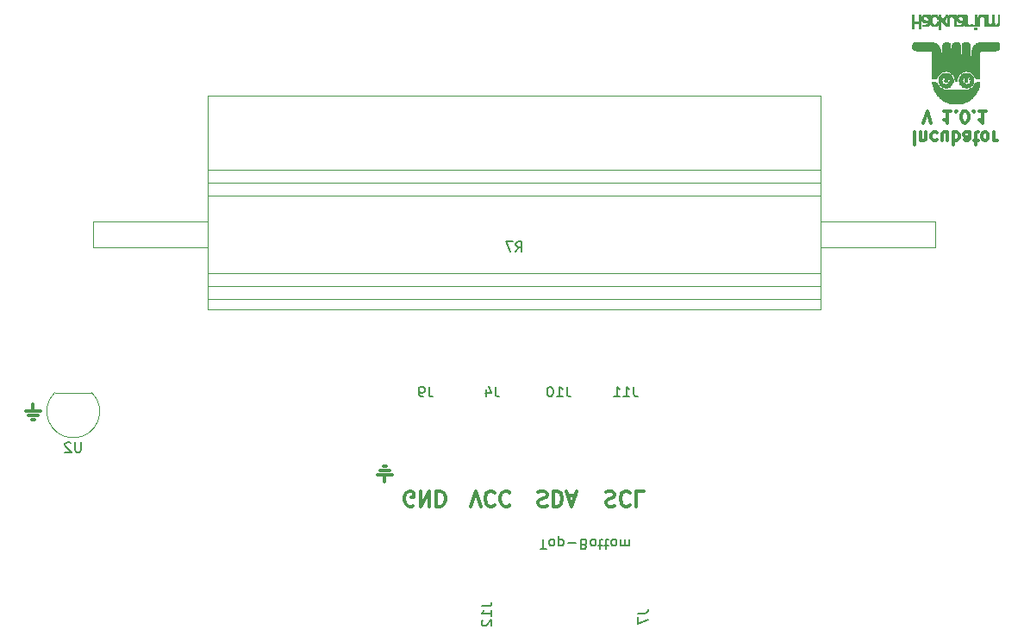
<source format=gbr>
%TF.GenerationSoftware,KiCad,Pcbnew,5.1.12-84ad8e8a86~92~ubuntu20.04.1*%
%TF.CreationDate,2021-11-15T21:49:06+01:00*%
%TF.ProjectId,incubator_bottom,696e6375-6261-4746-9f72-5f626f74746f,rev?*%
%TF.SameCoordinates,Original*%
%TF.FileFunction,Legend,Bot*%
%TF.FilePolarity,Positive*%
%FSLAX46Y46*%
G04 Gerber Fmt 4.6, Leading zero omitted, Abs format (unit mm)*
G04 Created by KiCad (PCBNEW 5.1.12-84ad8e8a86~92~ubuntu20.04.1) date 2021-11-15 21:49:06*
%MOMM*%
%LPD*%
G01*
G04 APERTURE LIST*
%ADD10C,0.300000*%
%ADD11C,0.150000*%
%ADD12C,0.010000*%
%ADD13C,0.120000*%
G04 APERTURE END LIST*
D10*
X89021142Y53086857D02*
X89021142Y51886857D01*
X89592571Y52286857D02*
X89592571Y53086857D01*
X89592571Y52401142D02*
X89649714Y52344000D01*
X89764000Y52286857D01*
X89935428Y52286857D01*
X90049714Y52344000D01*
X90106857Y52458285D01*
X90106857Y53086857D01*
X91192571Y53029714D02*
X91078285Y53086857D01*
X90849714Y53086857D01*
X90735428Y53029714D01*
X90678285Y52972571D01*
X90621142Y52858285D01*
X90621142Y52515428D01*
X90678285Y52401142D01*
X90735428Y52344000D01*
X90849714Y52286857D01*
X91078285Y52286857D01*
X91192571Y52344000D01*
X92221142Y52286857D02*
X92221142Y53086857D01*
X91706857Y52286857D02*
X91706857Y52915428D01*
X91764000Y53029714D01*
X91878285Y53086857D01*
X92049714Y53086857D01*
X92164000Y53029714D01*
X92221142Y52972571D01*
X92792571Y53086857D02*
X92792571Y51886857D01*
X92792571Y52344000D02*
X92906857Y52286857D01*
X93135428Y52286857D01*
X93249714Y52344000D01*
X93306857Y52401142D01*
X93364000Y52515428D01*
X93364000Y52858285D01*
X93306857Y52972571D01*
X93249714Y53029714D01*
X93135428Y53086857D01*
X92906857Y53086857D01*
X92792571Y53029714D01*
X94392571Y53086857D02*
X94392571Y52458285D01*
X94335428Y52344000D01*
X94221142Y52286857D01*
X93992571Y52286857D01*
X93878285Y52344000D01*
X94392571Y53029714D02*
X94278285Y53086857D01*
X93992571Y53086857D01*
X93878285Y53029714D01*
X93821142Y52915428D01*
X93821142Y52801142D01*
X93878285Y52686857D01*
X93992571Y52629714D01*
X94278285Y52629714D01*
X94392571Y52572571D01*
X94792571Y52286857D02*
X95249714Y52286857D01*
X94964000Y51886857D02*
X94964000Y52915428D01*
X95021142Y53029714D01*
X95135428Y53086857D01*
X95249714Y53086857D01*
X95821142Y53086857D02*
X95706857Y53029714D01*
X95649714Y52972571D01*
X95592571Y52858285D01*
X95592571Y52515428D01*
X95649714Y52401142D01*
X95706857Y52344000D01*
X95821142Y52286857D01*
X95992571Y52286857D01*
X96106857Y52344000D01*
X96164000Y52401142D01*
X96221142Y52515428D01*
X96221142Y52858285D01*
X96164000Y52972571D01*
X96106857Y53029714D01*
X95992571Y53086857D01*
X95821142Y53086857D01*
X96735428Y53086857D02*
X96735428Y52286857D01*
X96735428Y52515428D02*
X96792571Y52401142D01*
X96849714Y52344000D01*
X96964000Y52286857D01*
X97078285Y52286857D01*
X89821142Y53986857D02*
X90221142Y55186857D01*
X90621142Y53986857D01*
X92564000Y55186857D02*
X91878285Y55186857D01*
X92221142Y55186857D02*
X92221142Y53986857D01*
X92106857Y54158285D01*
X91992571Y54272571D01*
X91878285Y54329714D01*
X93078285Y55072571D02*
X93135428Y55129714D01*
X93078285Y55186857D01*
X93021142Y55129714D01*
X93078285Y55072571D01*
X93078285Y55186857D01*
X93878285Y53986857D02*
X93992571Y53986857D01*
X94106857Y54044000D01*
X94164000Y54101142D01*
X94221142Y54215428D01*
X94278285Y54444000D01*
X94278285Y54729714D01*
X94221142Y54958285D01*
X94164000Y55072571D01*
X94106857Y55129714D01*
X93992571Y55186857D01*
X93878285Y55186857D01*
X93764000Y55129714D01*
X93706857Y55072571D01*
X93649714Y54958285D01*
X93592571Y54729714D01*
X93592571Y54444000D01*
X93649714Y54215428D01*
X93706857Y54101142D01*
X93764000Y54044000D01*
X93878285Y53986857D01*
X94792571Y55072571D02*
X94849714Y55129714D01*
X94792571Y55186857D01*
X94735428Y55129714D01*
X94792571Y55072571D01*
X94792571Y55186857D01*
X95992571Y55186857D02*
X95306857Y55186857D01*
X95649714Y55186857D02*
X95649714Y53986857D01*
X95535428Y54158285D01*
X95421142Y54272571D01*
X95306857Y54329714D01*
X58666285Y17752142D02*
X58880571Y17823571D01*
X59237714Y17823571D01*
X59380571Y17752142D01*
X59452000Y17680714D01*
X59523428Y17537857D01*
X59523428Y17395000D01*
X59452000Y17252142D01*
X59380571Y17180714D01*
X59237714Y17109285D01*
X58952000Y17037857D01*
X58809142Y16966428D01*
X58737714Y16895000D01*
X58666285Y16752142D01*
X58666285Y16609285D01*
X58737714Y16466428D01*
X58809142Y16395000D01*
X58952000Y16323571D01*
X59309142Y16323571D01*
X59523428Y16395000D01*
X61023428Y17680714D02*
X60952000Y17752142D01*
X60737714Y17823571D01*
X60594857Y17823571D01*
X60380571Y17752142D01*
X60237714Y17609285D01*
X60166285Y17466428D01*
X60094857Y17180714D01*
X60094857Y16966428D01*
X60166285Y16680714D01*
X60237714Y16537857D01*
X60380571Y16395000D01*
X60594857Y16323571D01*
X60737714Y16323571D01*
X60952000Y16395000D01*
X61023428Y16466428D01*
X62380571Y17823571D02*
X61666285Y17823571D01*
X61666285Y16323571D01*
X52026571Y17752142D02*
X52240857Y17823571D01*
X52598000Y17823571D01*
X52740857Y17752142D01*
X52812285Y17680714D01*
X52883714Y17537857D01*
X52883714Y17395000D01*
X52812285Y17252142D01*
X52740857Y17180714D01*
X52598000Y17109285D01*
X52312285Y17037857D01*
X52169428Y16966428D01*
X52098000Y16895000D01*
X52026571Y16752142D01*
X52026571Y16609285D01*
X52098000Y16466428D01*
X52169428Y16395000D01*
X52312285Y16323571D01*
X52669428Y16323571D01*
X52883714Y16395000D01*
X53526571Y17823571D02*
X53526571Y16323571D01*
X53883714Y16323571D01*
X54098000Y16395000D01*
X54240857Y16537857D01*
X54312285Y16680714D01*
X54383714Y16966428D01*
X54383714Y17180714D01*
X54312285Y17466428D01*
X54240857Y17609285D01*
X54098000Y17752142D01*
X53883714Y17823571D01*
X53526571Y17823571D01*
X54955142Y17395000D02*
X55669428Y17395000D01*
X54812285Y17823571D02*
X55312285Y16323571D01*
X55812285Y17823571D01*
X1698714Y25705571D02*
X3127285Y25705571D01*
X1984428Y25277000D02*
X2841571Y25277000D01*
X2413000Y26348428D02*
X2413000Y25705571D01*
X2555857Y24848428D02*
X2270142Y24848428D01*
X45371000Y16323571D02*
X45871000Y17823571D01*
X46371000Y16323571D01*
X47728142Y17680714D02*
X47656714Y17752142D01*
X47442428Y17823571D01*
X47299571Y17823571D01*
X47085285Y17752142D01*
X46942428Y17609285D01*
X46871000Y17466428D01*
X46799571Y17180714D01*
X46799571Y16966428D01*
X46871000Y16680714D01*
X46942428Y16537857D01*
X47085285Y16395000D01*
X47299571Y16323571D01*
X47442428Y16323571D01*
X47656714Y16395000D01*
X47728142Y16466428D01*
X49228142Y17680714D02*
X49156714Y17752142D01*
X48942428Y17823571D01*
X48799571Y17823571D01*
X48585285Y17752142D01*
X48442428Y17609285D01*
X48371000Y17466428D01*
X48299571Y17180714D01*
X48299571Y16966428D01*
X48371000Y16680714D01*
X48442428Y16537857D01*
X48585285Y16395000D01*
X48799571Y16323571D01*
X48942428Y16323571D01*
X49156714Y16395000D01*
X49228142Y16466428D01*
X39751142Y16395000D02*
X39608285Y16323571D01*
X39394000Y16323571D01*
X39179714Y16395000D01*
X39036857Y16537857D01*
X38965428Y16680714D01*
X38894000Y16966428D01*
X38894000Y17180714D01*
X38965428Y17466428D01*
X39036857Y17609285D01*
X39179714Y17752142D01*
X39394000Y17823571D01*
X39536857Y17823571D01*
X39751142Y17752142D01*
X39822571Y17680714D01*
X39822571Y17180714D01*
X39536857Y17180714D01*
X40465428Y17823571D02*
X40465428Y16323571D01*
X41322571Y17823571D01*
X41322571Y16323571D01*
X42036857Y17823571D02*
X42036857Y16323571D01*
X42394000Y16323571D01*
X42608285Y16395000D01*
X42751142Y16537857D01*
X42822571Y16680714D01*
X42894000Y16966428D01*
X42894000Y17180714D01*
X42822571Y17466428D01*
X42751142Y17609285D01*
X42608285Y17752142D01*
X42394000Y17823571D01*
X42036857Y17823571D01*
X37671285Y19379428D02*
X36242714Y19379428D01*
X37385571Y19808000D02*
X36528428Y19808000D01*
X36957000Y18736571D02*
X36957000Y19379428D01*
X36814142Y20236571D02*
X37099857Y20236571D01*
D11*
X52240419Y12101580D02*
X52811847Y12101580D01*
X52526133Y13101580D02*
X52526133Y12101580D01*
X53288038Y13101580D02*
X53192800Y13053961D01*
X53145180Y13006342D01*
X53097561Y12911104D01*
X53097561Y12625390D01*
X53145180Y12530152D01*
X53192800Y12482533D01*
X53288038Y12434914D01*
X53430895Y12434914D01*
X53526133Y12482533D01*
X53573752Y12530152D01*
X53621371Y12625390D01*
X53621371Y12911104D01*
X53573752Y13006342D01*
X53526133Y13053961D01*
X53430895Y13101580D01*
X53288038Y13101580D01*
X54049942Y12434914D02*
X54049942Y13434914D01*
X54049942Y12482533D02*
X54145180Y12434914D01*
X54335657Y12434914D01*
X54430895Y12482533D01*
X54478514Y12530152D01*
X54526133Y12625390D01*
X54526133Y12911104D01*
X54478514Y13006342D01*
X54430895Y13053961D01*
X54335657Y13101580D01*
X54145180Y13101580D01*
X54049942Y13053961D01*
X54954704Y12720628D02*
X55716609Y12720628D01*
X56526133Y12577771D02*
X56668990Y12625390D01*
X56716609Y12673009D01*
X56764228Y12768247D01*
X56764228Y12911104D01*
X56716609Y13006342D01*
X56668990Y13053961D01*
X56573752Y13101580D01*
X56192800Y13101580D01*
X56192800Y12101580D01*
X56526133Y12101580D01*
X56621371Y12149200D01*
X56668990Y12196819D01*
X56716609Y12292057D01*
X56716609Y12387295D01*
X56668990Y12482533D01*
X56621371Y12530152D01*
X56526133Y12577771D01*
X56192800Y12577771D01*
X57335657Y13101580D02*
X57240419Y13053961D01*
X57192800Y13006342D01*
X57145180Y12911104D01*
X57145180Y12625390D01*
X57192800Y12530152D01*
X57240419Y12482533D01*
X57335657Y12434914D01*
X57478514Y12434914D01*
X57573752Y12482533D01*
X57621371Y12530152D01*
X57668990Y12625390D01*
X57668990Y12911104D01*
X57621371Y13006342D01*
X57573752Y13053961D01*
X57478514Y13101580D01*
X57335657Y13101580D01*
X57954704Y12434914D02*
X58335657Y12434914D01*
X58097561Y12101580D02*
X58097561Y12958723D01*
X58145180Y13053961D01*
X58240419Y13101580D01*
X58335657Y13101580D01*
X58526133Y12434914D02*
X58907085Y12434914D01*
X58668990Y12101580D02*
X58668990Y12958723D01*
X58716609Y13053961D01*
X58811847Y13101580D01*
X58907085Y13101580D01*
X59383276Y13101580D02*
X59288038Y13053961D01*
X59240419Y13006342D01*
X59192800Y12911104D01*
X59192800Y12625390D01*
X59240419Y12530152D01*
X59288038Y12482533D01*
X59383276Y12434914D01*
X59526133Y12434914D01*
X59621371Y12482533D01*
X59668990Y12530152D01*
X59716609Y12625390D01*
X59716609Y12911104D01*
X59668990Y13006342D01*
X59621371Y13053961D01*
X59526133Y13101580D01*
X59383276Y13101580D01*
X60145180Y13101580D02*
X60145180Y12434914D01*
X60145180Y12530152D02*
X60192800Y12482533D01*
X60288038Y12434914D01*
X60430895Y12434914D01*
X60526133Y12482533D01*
X60573752Y12577771D01*
X60573752Y13101580D01*
X60573752Y12577771D02*
X60621371Y12482533D01*
X60716609Y12434914D01*
X60859466Y12434914D01*
X60954704Y12482533D01*
X61002323Y12577771D01*
X61002323Y13101580D01*
D12*
%TO.C,logoHackuarium*%
G36*
X97268000Y64552000D02*
G01*
X97318000Y64552000D01*
X97318000Y64602000D01*
X97268000Y64602000D01*
X97268000Y64552000D01*
G37*
X97268000Y64552000D02*
X97318000Y64552000D01*
X97318000Y64602000D01*
X97268000Y64602000D01*
X97268000Y64552000D01*
G36*
X97218000Y64552000D02*
G01*
X97268000Y64552000D01*
X97268000Y64602000D01*
X97218000Y64602000D01*
X97218000Y64552000D01*
G37*
X97218000Y64552000D02*
X97268000Y64552000D01*
X97268000Y64602000D01*
X97218000Y64602000D01*
X97218000Y64552000D01*
G36*
X97168000Y64552000D02*
G01*
X97218000Y64552000D01*
X97218000Y64602000D01*
X97168000Y64602000D01*
X97168000Y64552000D01*
G37*
X97168000Y64552000D02*
X97218000Y64552000D01*
X97218000Y64602000D01*
X97168000Y64602000D01*
X97168000Y64552000D01*
G36*
X96718000Y64552000D02*
G01*
X96768000Y64552000D01*
X96768000Y64602000D01*
X96718000Y64602000D01*
X96718000Y64552000D01*
G37*
X96718000Y64552000D02*
X96768000Y64552000D01*
X96768000Y64602000D01*
X96718000Y64602000D01*
X96718000Y64552000D01*
G36*
X96668000Y64552000D02*
G01*
X96718000Y64552000D01*
X96718000Y64602000D01*
X96668000Y64602000D01*
X96668000Y64552000D01*
G37*
X96668000Y64552000D02*
X96718000Y64552000D01*
X96718000Y64602000D01*
X96668000Y64602000D01*
X96668000Y64552000D01*
G36*
X96618000Y64552000D02*
G01*
X96668000Y64552000D01*
X96668000Y64602000D01*
X96618000Y64602000D01*
X96618000Y64552000D01*
G37*
X96618000Y64552000D02*
X96668000Y64552000D01*
X96668000Y64602000D01*
X96618000Y64602000D01*
X96618000Y64552000D01*
G36*
X96118000Y64552000D02*
G01*
X96168000Y64552000D01*
X96168000Y64602000D01*
X96118000Y64602000D01*
X96118000Y64552000D01*
G37*
X96118000Y64552000D02*
X96168000Y64552000D01*
X96168000Y64602000D01*
X96118000Y64602000D01*
X96118000Y64552000D01*
G36*
X96068000Y64552000D02*
G01*
X96118000Y64552000D01*
X96118000Y64602000D01*
X96068000Y64602000D01*
X96068000Y64552000D01*
G37*
X96068000Y64552000D02*
X96118000Y64552000D01*
X96118000Y64602000D01*
X96068000Y64602000D01*
X96068000Y64552000D01*
G36*
X96018000Y64552000D02*
G01*
X96068000Y64552000D01*
X96068000Y64602000D01*
X96018000Y64602000D01*
X96018000Y64552000D01*
G37*
X96018000Y64552000D02*
X96068000Y64552000D01*
X96068000Y64602000D01*
X96018000Y64602000D01*
X96018000Y64552000D01*
G36*
X95918000Y64552000D02*
G01*
X95968000Y64552000D01*
X95968000Y64602000D01*
X95918000Y64602000D01*
X95918000Y64552000D01*
G37*
X95918000Y64552000D02*
X95968000Y64552000D01*
X95968000Y64602000D01*
X95918000Y64602000D01*
X95918000Y64552000D01*
G36*
X95868000Y64552000D02*
G01*
X95918000Y64552000D01*
X95918000Y64602000D01*
X95868000Y64602000D01*
X95868000Y64552000D01*
G37*
X95868000Y64552000D02*
X95918000Y64552000D01*
X95918000Y64602000D01*
X95868000Y64602000D01*
X95868000Y64552000D01*
G36*
X95818000Y64552000D02*
G01*
X95868000Y64552000D01*
X95868000Y64602000D01*
X95818000Y64602000D01*
X95818000Y64552000D01*
G37*
X95818000Y64552000D02*
X95868000Y64552000D01*
X95868000Y64602000D01*
X95818000Y64602000D01*
X95818000Y64552000D01*
G36*
X95718000Y64552000D02*
G01*
X95768000Y64552000D01*
X95768000Y64602000D01*
X95718000Y64602000D01*
X95718000Y64552000D01*
G37*
X95718000Y64552000D02*
X95768000Y64552000D01*
X95768000Y64602000D01*
X95718000Y64602000D01*
X95718000Y64552000D01*
G36*
X95668000Y64552000D02*
G01*
X95718000Y64552000D01*
X95718000Y64602000D01*
X95668000Y64602000D01*
X95668000Y64552000D01*
G37*
X95668000Y64552000D02*
X95718000Y64552000D01*
X95718000Y64602000D01*
X95668000Y64602000D01*
X95668000Y64552000D01*
G36*
X95618000Y64552000D02*
G01*
X95668000Y64552000D01*
X95668000Y64602000D01*
X95618000Y64602000D01*
X95618000Y64552000D01*
G37*
X95618000Y64552000D02*
X95668000Y64552000D01*
X95668000Y64602000D01*
X95618000Y64602000D01*
X95618000Y64552000D01*
G36*
X95568000Y64552000D02*
G01*
X95618000Y64552000D01*
X95618000Y64602000D01*
X95568000Y64602000D01*
X95568000Y64552000D01*
G37*
X95568000Y64552000D02*
X95618000Y64552000D01*
X95618000Y64602000D01*
X95568000Y64602000D01*
X95568000Y64552000D01*
G36*
X95518000Y64552000D02*
G01*
X95568000Y64552000D01*
X95568000Y64602000D01*
X95518000Y64602000D01*
X95518000Y64552000D01*
G37*
X95518000Y64552000D02*
X95568000Y64552000D01*
X95568000Y64602000D01*
X95518000Y64602000D01*
X95518000Y64552000D01*
G36*
X95468000Y64552000D02*
G01*
X95518000Y64552000D01*
X95518000Y64602000D01*
X95468000Y64602000D01*
X95468000Y64552000D01*
G37*
X95468000Y64552000D02*
X95518000Y64552000D01*
X95518000Y64602000D01*
X95468000Y64602000D01*
X95468000Y64552000D01*
G36*
X95418000Y64552000D02*
G01*
X95468000Y64552000D01*
X95468000Y64602000D01*
X95418000Y64602000D01*
X95418000Y64552000D01*
G37*
X95418000Y64552000D02*
X95468000Y64552000D01*
X95468000Y64602000D01*
X95418000Y64602000D01*
X95418000Y64552000D01*
G36*
X95368000Y64552000D02*
G01*
X95418000Y64552000D01*
X95418000Y64602000D01*
X95368000Y64602000D01*
X95368000Y64552000D01*
G37*
X95368000Y64552000D02*
X95418000Y64552000D01*
X95418000Y64602000D01*
X95368000Y64602000D01*
X95368000Y64552000D01*
G36*
X95318000Y64552000D02*
G01*
X95368000Y64552000D01*
X95368000Y64602000D01*
X95318000Y64602000D01*
X95318000Y64552000D01*
G37*
X95318000Y64552000D02*
X95368000Y64552000D01*
X95368000Y64602000D01*
X95318000Y64602000D01*
X95318000Y64552000D01*
G36*
X95018000Y64552000D02*
G01*
X95068000Y64552000D01*
X95068000Y64602000D01*
X95018000Y64602000D01*
X95018000Y64552000D01*
G37*
X95018000Y64552000D02*
X95068000Y64552000D01*
X95068000Y64602000D01*
X95018000Y64602000D01*
X95018000Y64552000D01*
G36*
X94968000Y64552000D02*
G01*
X95018000Y64552000D01*
X95018000Y64602000D01*
X94968000Y64602000D01*
X94968000Y64552000D01*
G37*
X94968000Y64552000D02*
X95018000Y64552000D01*
X95018000Y64602000D01*
X94968000Y64602000D01*
X94968000Y64552000D01*
G36*
X94918000Y64552000D02*
G01*
X94968000Y64552000D01*
X94968000Y64602000D01*
X94918000Y64602000D01*
X94918000Y64552000D01*
G37*
X94918000Y64552000D02*
X94968000Y64552000D01*
X94968000Y64602000D01*
X94918000Y64602000D01*
X94918000Y64552000D01*
G36*
X94018000Y64552000D02*
G01*
X94068000Y64552000D01*
X94068000Y64602000D01*
X94018000Y64602000D01*
X94018000Y64552000D01*
G37*
X94018000Y64552000D02*
X94068000Y64552000D01*
X94068000Y64602000D01*
X94018000Y64602000D01*
X94018000Y64552000D01*
G36*
X93968000Y64552000D02*
G01*
X94018000Y64552000D01*
X94018000Y64602000D01*
X93968000Y64602000D01*
X93968000Y64552000D01*
G37*
X93968000Y64552000D02*
X94018000Y64552000D01*
X94018000Y64602000D01*
X93968000Y64602000D01*
X93968000Y64552000D01*
G36*
X93818000Y64552000D02*
G01*
X93868000Y64552000D01*
X93868000Y64602000D01*
X93818000Y64602000D01*
X93818000Y64552000D01*
G37*
X93818000Y64552000D02*
X93868000Y64552000D01*
X93868000Y64602000D01*
X93818000Y64602000D01*
X93818000Y64552000D01*
G36*
X93768000Y64552000D02*
G01*
X93818000Y64552000D01*
X93818000Y64602000D01*
X93768000Y64602000D01*
X93768000Y64552000D01*
G37*
X93768000Y64552000D02*
X93818000Y64552000D01*
X93818000Y64602000D01*
X93768000Y64602000D01*
X93768000Y64552000D01*
G36*
X93718000Y64552000D02*
G01*
X93768000Y64552000D01*
X93768000Y64602000D01*
X93718000Y64602000D01*
X93718000Y64552000D01*
G37*
X93718000Y64552000D02*
X93768000Y64552000D01*
X93768000Y64602000D01*
X93718000Y64602000D01*
X93718000Y64552000D01*
G36*
X93618000Y64552000D02*
G01*
X93668000Y64552000D01*
X93668000Y64602000D01*
X93618000Y64602000D01*
X93618000Y64552000D01*
G37*
X93618000Y64552000D02*
X93668000Y64552000D01*
X93668000Y64602000D01*
X93618000Y64602000D01*
X93618000Y64552000D01*
G36*
X93568000Y64552000D02*
G01*
X93618000Y64552000D01*
X93618000Y64602000D01*
X93568000Y64602000D01*
X93568000Y64552000D01*
G37*
X93568000Y64552000D02*
X93618000Y64552000D01*
X93618000Y64602000D01*
X93568000Y64602000D01*
X93568000Y64552000D01*
G36*
X93518000Y64552000D02*
G01*
X93568000Y64552000D01*
X93568000Y64602000D01*
X93518000Y64602000D01*
X93518000Y64552000D01*
G37*
X93518000Y64552000D02*
X93568000Y64552000D01*
X93568000Y64602000D01*
X93518000Y64602000D01*
X93518000Y64552000D01*
G36*
X93468000Y64552000D02*
G01*
X93518000Y64552000D01*
X93518000Y64602000D01*
X93468000Y64602000D01*
X93468000Y64552000D01*
G37*
X93468000Y64552000D02*
X93518000Y64552000D01*
X93518000Y64602000D01*
X93468000Y64602000D01*
X93468000Y64552000D01*
G36*
X93418000Y64552000D02*
G01*
X93468000Y64552000D01*
X93468000Y64602000D01*
X93418000Y64602000D01*
X93418000Y64552000D01*
G37*
X93418000Y64552000D02*
X93468000Y64552000D01*
X93468000Y64602000D01*
X93418000Y64602000D01*
X93418000Y64552000D01*
G36*
X93368000Y64552000D02*
G01*
X93418000Y64552000D01*
X93418000Y64602000D01*
X93368000Y64602000D01*
X93368000Y64552000D01*
G37*
X93368000Y64552000D02*
X93418000Y64552000D01*
X93418000Y64602000D01*
X93368000Y64602000D01*
X93368000Y64552000D01*
G36*
X93318000Y64552000D02*
G01*
X93368000Y64552000D01*
X93368000Y64602000D01*
X93318000Y64602000D01*
X93318000Y64552000D01*
G37*
X93318000Y64552000D02*
X93368000Y64552000D01*
X93368000Y64602000D01*
X93318000Y64602000D01*
X93318000Y64552000D01*
G36*
X93268000Y64552000D02*
G01*
X93318000Y64552000D01*
X93318000Y64602000D01*
X93268000Y64602000D01*
X93268000Y64552000D01*
G37*
X93268000Y64552000D02*
X93318000Y64552000D01*
X93318000Y64602000D01*
X93268000Y64602000D01*
X93268000Y64552000D01*
G36*
X93218000Y64552000D02*
G01*
X93268000Y64552000D01*
X93268000Y64602000D01*
X93218000Y64602000D01*
X93218000Y64552000D01*
G37*
X93218000Y64552000D02*
X93268000Y64552000D01*
X93268000Y64602000D01*
X93218000Y64602000D01*
X93218000Y64552000D01*
G36*
X92968000Y64552000D02*
G01*
X93018000Y64552000D01*
X93018000Y64602000D01*
X92968000Y64602000D01*
X92968000Y64552000D01*
G37*
X92968000Y64552000D02*
X93018000Y64552000D01*
X93018000Y64602000D01*
X92968000Y64602000D01*
X92968000Y64552000D01*
G36*
X92918000Y64552000D02*
G01*
X92968000Y64552000D01*
X92968000Y64602000D01*
X92918000Y64602000D01*
X92918000Y64552000D01*
G37*
X92918000Y64552000D02*
X92968000Y64552000D01*
X92968000Y64602000D01*
X92918000Y64602000D01*
X92918000Y64552000D01*
G36*
X92868000Y64552000D02*
G01*
X92918000Y64552000D01*
X92918000Y64602000D01*
X92868000Y64602000D01*
X92868000Y64552000D01*
G37*
X92868000Y64552000D02*
X92918000Y64552000D01*
X92918000Y64602000D01*
X92868000Y64602000D01*
X92868000Y64552000D01*
G36*
X92768000Y64552000D02*
G01*
X92818000Y64552000D01*
X92818000Y64602000D01*
X92768000Y64602000D01*
X92768000Y64552000D01*
G37*
X92768000Y64552000D02*
X92818000Y64552000D01*
X92818000Y64602000D01*
X92768000Y64602000D01*
X92768000Y64552000D01*
G36*
X92718000Y64552000D02*
G01*
X92768000Y64552000D01*
X92768000Y64602000D01*
X92718000Y64602000D01*
X92718000Y64552000D01*
G37*
X92718000Y64552000D02*
X92768000Y64552000D01*
X92768000Y64602000D01*
X92718000Y64602000D01*
X92718000Y64552000D01*
G36*
X92668000Y64552000D02*
G01*
X92718000Y64552000D01*
X92718000Y64602000D01*
X92668000Y64602000D01*
X92668000Y64552000D01*
G37*
X92668000Y64552000D02*
X92718000Y64552000D01*
X92718000Y64602000D01*
X92668000Y64602000D01*
X92668000Y64552000D01*
G36*
X92618000Y64552000D02*
G01*
X92668000Y64552000D01*
X92668000Y64602000D01*
X92618000Y64602000D01*
X92618000Y64552000D01*
G37*
X92618000Y64552000D02*
X92668000Y64552000D01*
X92668000Y64602000D01*
X92618000Y64602000D01*
X92618000Y64552000D01*
G36*
X92568000Y64552000D02*
G01*
X92618000Y64552000D01*
X92618000Y64602000D01*
X92568000Y64602000D01*
X92568000Y64552000D01*
G37*
X92568000Y64552000D02*
X92618000Y64552000D01*
X92618000Y64602000D01*
X92568000Y64602000D01*
X92568000Y64552000D01*
G36*
X92518000Y64552000D02*
G01*
X92568000Y64552000D01*
X92568000Y64602000D01*
X92518000Y64602000D01*
X92518000Y64552000D01*
G37*
X92518000Y64552000D02*
X92568000Y64552000D01*
X92568000Y64602000D01*
X92518000Y64602000D01*
X92518000Y64552000D01*
G36*
X92468000Y64552000D02*
G01*
X92518000Y64552000D01*
X92518000Y64602000D01*
X92468000Y64602000D01*
X92468000Y64552000D01*
G37*
X92468000Y64552000D02*
X92518000Y64552000D01*
X92518000Y64602000D01*
X92468000Y64602000D01*
X92468000Y64552000D01*
G36*
X92418000Y64552000D02*
G01*
X92468000Y64552000D01*
X92468000Y64602000D01*
X92418000Y64602000D01*
X92418000Y64552000D01*
G37*
X92418000Y64552000D02*
X92468000Y64552000D01*
X92468000Y64602000D01*
X92418000Y64602000D01*
X92418000Y64552000D01*
G36*
X92368000Y64552000D02*
G01*
X92418000Y64552000D01*
X92418000Y64602000D01*
X92368000Y64602000D01*
X92368000Y64552000D01*
G37*
X92368000Y64552000D02*
X92418000Y64552000D01*
X92418000Y64602000D01*
X92368000Y64602000D01*
X92368000Y64552000D01*
G36*
X92168000Y64552000D02*
G01*
X92218000Y64552000D01*
X92218000Y64602000D01*
X92168000Y64602000D01*
X92168000Y64552000D01*
G37*
X92168000Y64552000D02*
X92218000Y64552000D01*
X92218000Y64602000D01*
X92168000Y64602000D01*
X92168000Y64552000D01*
G36*
X92118000Y64552000D02*
G01*
X92168000Y64552000D01*
X92168000Y64602000D01*
X92118000Y64602000D01*
X92118000Y64552000D01*
G37*
X92118000Y64552000D02*
X92168000Y64552000D01*
X92168000Y64602000D01*
X92118000Y64602000D01*
X92118000Y64552000D01*
G36*
X92068000Y64552000D02*
G01*
X92118000Y64552000D01*
X92118000Y64602000D01*
X92068000Y64602000D01*
X92068000Y64552000D01*
G37*
X92068000Y64552000D02*
X92118000Y64552000D01*
X92118000Y64602000D01*
X92068000Y64602000D01*
X92068000Y64552000D01*
G36*
X92018000Y64552000D02*
G01*
X92068000Y64552000D01*
X92068000Y64602000D01*
X92018000Y64602000D01*
X92018000Y64552000D01*
G37*
X92018000Y64552000D02*
X92068000Y64552000D01*
X92068000Y64602000D01*
X92018000Y64602000D01*
X92018000Y64552000D01*
G36*
X91468000Y64552000D02*
G01*
X91518000Y64552000D01*
X91518000Y64602000D01*
X91468000Y64602000D01*
X91468000Y64552000D01*
G37*
X91468000Y64552000D02*
X91518000Y64552000D01*
X91518000Y64602000D01*
X91468000Y64602000D01*
X91468000Y64552000D01*
G36*
X91418000Y64552000D02*
G01*
X91468000Y64552000D01*
X91468000Y64602000D01*
X91418000Y64602000D01*
X91418000Y64552000D01*
G37*
X91418000Y64552000D02*
X91468000Y64552000D01*
X91468000Y64602000D01*
X91418000Y64602000D01*
X91418000Y64552000D01*
G36*
X91368000Y64552000D02*
G01*
X91418000Y64552000D01*
X91418000Y64602000D01*
X91368000Y64602000D01*
X91368000Y64552000D01*
G37*
X91368000Y64552000D02*
X91418000Y64552000D01*
X91418000Y64602000D01*
X91368000Y64602000D01*
X91368000Y64552000D01*
G36*
X91118000Y64552000D02*
G01*
X91168000Y64552000D01*
X91168000Y64602000D01*
X91118000Y64602000D01*
X91118000Y64552000D01*
G37*
X91118000Y64552000D02*
X91168000Y64552000D01*
X91168000Y64602000D01*
X91118000Y64602000D01*
X91118000Y64552000D01*
G36*
X91068000Y64552000D02*
G01*
X91118000Y64552000D01*
X91118000Y64602000D01*
X91068000Y64602000D01*
X91068000Y64552000D01*
G37*
X91068000Y64552000D02*
X91118000Y64552000D01*
X91118000Y64602000D01*
X91068000Y64602000D01*
X91068000Y64552000D01*
G36*
X91018000Y64552000D02*
G01*
X91068000Y64552000D01*
X91068000Y64602000D01*
X91018000Y64602000D01*
X91018000Y64552000D01*
G37*
X91018000Y64552000D02*
X91068000Y64552000D01*
X91068000Y64602000D01*
X91018000Y64602000D01*
X91018000Y64552000D01*
G36*
X90968000Y64552000D02*
G01*
X91018000Y64552000D01*
X91018000Y64602000D01*
X90968000Y64602000D01*
X90968000Y64552000D01*
G37*
X90968000Y64552000D02*
X91018000Y64552000D01*
X91018000Y64602000D01*
X90968000Y64602000D01*
X90968000Y64552000D01*
G36*
X90918000Y64552000D02*
G01*
X90968000Y64552000D01*
X90968000Y64602000D01*
X90918000Y64602000D01*
X90918000Y64552000D01*
G37*
X90918000Y64552000D02*
X90968000Y64552000D01*
X90968000Y64602000D01*
X90918000Y64602000D01*
X90918000Y64552000D01*
G36*
X90868000Y64552000D02*
G01*
X90918000Y64552000D01*
X90918000Y64602000D01*
X90868000Y64602000D01*
X90868000Y64552000D01*
G37*
X90868000Y64552000D02*
X90918000Y64552000D01*
X90918000Y64602000D01*
X90868000Y64602000D01*
X90868000Y64552000D01*
G36*
X90818000Y64552000D02*
G01*
X90868000Y64552000D01*
X90868000Y64602000D01*
X90818000Y64602000D01*
X90818000Y64552000D01*
G37*
X90818000Y64552000D02*
X90868000Y64552000D01*
X90868000Y64602000D01*
X90818000Y64602000D01*
X90818000Y64552000D01*
G36*
X90768000Y64552000D02*
G01*
X90818000Y64552000D01*
X90818000Y64602000D01*
X90768000Y64602000D01*
X90768000Y64552000D01*
G37*
X90768000Y64552000D02*
X90818000Y64552000D01*
X90818000Y64602000D01*
X90768000Y64602000D01*
X90768000Y64552000D01*
G36*
X90718000Y64552000D02*
G01*
X90768000Y64552000D01*
X90768000Y64602000D01*
X90718000Y64602000D01*
X90718000Y64552000D01*
G37*
X90718000Y64552000D02*
X90768000Y64552000D01*
X90768000Y64602000D01*
X90718000Y64602000D01*
X90718000Y64552000D01*
G36*
X90668000Y64552000D02*
G01*
X90718000Y64552000D01*
X90718000Y64602000D01*
X90668000Y64602000D01*
X90668000Y64552000D01*
G37*
X90668000Y64552000D02*
X90718000Y64552000D01*
X90718000Y64602000D01*
X90668000Y64602000D01*
X90668000Y64552000D01*
G36*
X90418000Y64552000D02*
G01*
X90468000Y64552000D01*
X90468000Y64602000D01*
X90418000Y64602000D01*
X90418000Y64552000D01*
G37*
X90418000Y64552000D02*
X90468000Y64552000D01*
X90468000Y64602000D01*
X90418000Y64602000D01*
X90418000Y64552000D01*
G36*
X90368000Y64552000D02*
G01*
X90418000Y64552000D01*
X90418000Y64602000D01*
X90368000Y64602000D01*
X90368000Y64552000D01*
G37*
X90368000Y64552000D02*
X90418000Y64552000D01*
X90418000Y64602000D01*
X90368000Y64602000D01*
X90368000Y64552000D01*
G36*
X90318000Y64552000D02*
G01*
X90368000Y64552000D01*
X90368000Y64602000D01*
X90318000Y64602000D01*
X90318000Y64552000D01*
G37*
X90318000Y64552000D02*
X90368000Y64552000D01*
X90368000Y64602000D01*
X90318000Y64602000D01*
X90318000Y64552000D01*
G36*
X90218000Y64552000D02*
G01*
X90268000Y64552000D01*
X90268000Y64602000D01*
X90218000Y64602000D01*
X90218000Y64552000D01*
G37*
X90218000Y64552000D02*
X90268000Y64552000D01*
X90268000Y64602000D01*
X90218000Y64602000D01*
X90218000Y64552000D01*
G36*
X90168000Y64552000D02*
G01*
X90218000Y64552000D01*
X90218000Y64602000D01*
X90168000Y64602000D01*
X90168000Y64552000D01*
G37*
X90168000Y64552000D02*
X90218000Y64552000D01*
X90218000Y64602000D01*
X90168000Y64602000D01*
X90168000Y64552000D01*
G36*
X90118000Y64552000D02*
G01*
X90168000Y64552000D01*
X90168000Y64602000D01*
X90118000Y64602000D01*
X90118000Y64552000D01*
G37*
X90118000Y64552000D02*
X90168000Y64552000D01*
X90168000Y64602000D01*
X90118000Y64602000D01*
X90118000Y64552000D01*
G36*
X90068000Y64552000D02*
G01*
X90118000Y64552000D01*
X90118000Y64602000D01*
X90068000Y64602000D01*
X90068000Y64552000D01*
G37*
X90068000Y64552000D02*
X90118000Y64552000D01*
X90118000Y64602000D01*
X90068000Y64602000D01*
X90068000Y64552000D01*
G36*
X90018000Y64552000D02*
G01*
X90068000Y64552000D01*
X90068000Y64602000D01*
X90018000Y64602000D01*
X90018000Y64552000D01*
G37*
X90018000Y64552000D02*
X90068000Y64552000D01*
X90068000Y64602000D01*
X90018000Y64602000D01*
X90018000Y64552000D01*
G36*
X89968000Y64552000D02*
G01*
X90018000Y64552000D01*
X90018000Y64602000D01*
X89968000Y64602000D01*
X89968000Y64552000D01*
G37*
X89968000Y64552000D02*
X90018000Y64552000D01*
X90018000Y64602000D01*
X89968000Y64602000D01*
X89968000Y64552000D01*
G36*
X89918000Y64552000D02*
G01*
X89968000Y64552000D01*
X89968000Y64602000D01*
X89918000Y64602000D01*
X89918000Y64552000D01*
G37*
X89918000Y64552000D02*
X89968000Y64552000D01*
X89968000Y64602000D01*
X89918000Y64602000D01*
X89918000Y64552000D01*
G36*
X89868000Y64552000D02*
G01*
X89918000Y64552000D01*
X89918000Y64602000D01*
X89868000Y64602000D01*
X89868000Y64552000D01*
G37*
X89868000Y64552000D02*
X89918000Y64552000D01*
X89918000Y64602000D01*
X89868000Y64602000D01*
X89868000Y64552000D01*
G36*
X89818000Y64552000D02*
G01*
X89868000Y64552000D01*
X89868000Y64602000D01*
X89818000Y64602000D01*
X89818000Y64552000D01*
G37*
X89818000Y64552000D02*
X89868000Y64552000D01*
X89868000Y64602000D01*
X89818000Y64602000D01*
X89818000Y64552000D01*
G36*
X89518000Y64552000D02*
G01*
X89568000Y64552000D01*
X89568000Y64602000D01*
X89518000Y64602000D01*
X89518000Y64552000D01*
G37*
X89518000Y64552000D02*
X89568000Y64552000D01*
X89568000Y64602000D01*
X89518000Y64602000D01*
X89518000Y64552000D01*
G36*
X89468000Y64552000D02*
G01*
X89518000Y64552000D01*
X89518000Y64602000D01*
X89468000Y64602000D01*
X89468000Y64552000D01*
G37*
X89468000Y64552000D02*
X89518000Y64552000D01*
X89518000Y64602000D01*
X89468000Y64602000D01*
X89468000Y64552000D01*
G36*
X89418000Y64552000D02*
G01*
X89468000Y64552000D01*
X89468000Y64602000D01*
X89418000Y64602000D01*
X89418000Y64552000D01*
G37*
X89418000Y64552000D02*
X89468000Y64552000D01*
X89468000Y64602000D01*
X89418000Y64602000D01*
X89418000Y64552000D01*
G36*
X88868000Y64552000D02*
G01*
X88918000Y64552000D01*
X88918000Y64602000D01*
X88868000Y64602000D01*
X88868000Y64552000D01*
G37*
X88868000Y64552000D02*
X88918000Y64552000D01*
X88918000Y64602000D01*
X88868000Y64602000D01*
X88868000Y64552000D01*
G36*
X88818000Y64552000D02*
G01*
X88868000Y64552000D01*
X88868000Y64602000D01*
X88818000Y64602000D01*
X88818000Y64552000D01*
G37*
X88818000Y64552000D02*
X88868000Y64552000D01*
X88868000Y64602000D01*
X88818000Y64602000D01*
X88818000Y64552000D01*
G36*
X88768000Y64552000D02*
G01*
X88818000Y64552000D01*
X88818000Y64602000D01*
X88768000Y64602000D01*
X88768000Y64552000D01*
G37*
X88768000Y64552000D02*
X88818000Y64552000D01*
X88818000Y64602000D01*
X88768000Y64602000D01*
X88768000Y64552000D01*
G36*
X97268000Y64502000D02*
G01*
X97318000Y64502000D01*
X97318000Y64552000D01*
X97268000Y64552000D01*
X97268000Y64502000D01*
G37*
X97268000Y64502000D02*
X97318000Y64502000D01*
X97318000Y64552000D01*
X97268000Y64552000D01*
X97268000Y64502000D01*
G36*
X97218000Y64502000D02*
G01*
X97268000Y64502000D01*
X97268000Y64552000D01*
X97218000Y64552000D01*
X97218000Y64502000D01*
G37*
X97218000Y64502000D02*
X97268000Y64502000D01*
X97268000Y64552000D01*
X97218000Y64552000D01*
X97218000Y64502000D01*
G36*
X97168000Y64502000D02*
G01*
X97218000Y64502000D01*
X97218000Y64552000D01*
X97168000Y64552000D01*
X97168000Y64502000D01*
G37*
X97168000Y64502000D02*
X97218000Y64502000D01*
X97218000Y64552000D01*
X97168000Y64552000D01*
X97168000Y64502000D01*
G36*
X96718000Y64502000D02*
G01*
X96768000Y64502000D01*
X96768000Y64552000D01*
X96718000Y64552000D01*
X96718000Y64502000D01*
G37*
X96718000Y64502000D02*
X96768000Y64502000D01*
X96768000Y64552000D01*
X96718000Y64552000D01*
X96718000Y64502000D01*
G36*
X96668000Y64502000D02*
G01*
X96718000Y64502000D01*
X96718000Y64552000D01*
X96668000Y64552000D01*
X96668000Y64502000D01*
G37*
X96668000Y64502000D02*
X96718000Y64502000D01*
X96718000Y64552000D01*
X96668000Y64552000D01*
X96668000Y64502000D01*
G36*
X96618000Y64502000D02*
G01*
X96668000Y64502000D01*
X96668000Y64552000D01*
X96618000Y64552000D01*
X96618000Y64502000D01*
G37*
X96618000Y64502000D02*
X96668000Y64502000D01*
X96668000Y64552000D01*
X96618000Y64552000D01*
X96618000Y64502000D01*
G36*
X96118000Y64502000D02*
G01*
X96168000Y64502000D01*
X96168000Y64552000D01*
X96118000Y64552000D01*
X96118000Y64502000D01*
G37*
X96118000Y64502000D02*
X96168000Y64502000D01*
X96168000Y64552000D01*
X96118000Y64552000D01*
X96118000Y64502000D01*
G36*
X96068000Y64502000D02*
G01*
X96118000Y64502000D01*
X96118000Y64552000D01*
X96068000Y64552000D01*
X96068000Y64502000D01*
G37*
X96068000Y64502000D02*
X96118000Y64502000D01*
X96118000Y64552000D01*
X96068000Y64552000D01*
X96068000Y64502000D01*
G36*
X96018000Y64502000D02*
G01*
X96068000Y64502000D01*
X96068000Y64552000D01*
X96018000Y64552000D01*
X96018000Y64502000D01*
G37*
X96018000Y64502000D02*
X96068000Y64502000D01*
X96068000Y64552000D01*
X96018000Y64552000D01*
X96018000Y64502000D01*
G36*
X95918000Y64502000D02*
G01*
X95968000Y64502000D01*
X95968000Y64552000D01*
X95918000Y64552000D01*
X95918000Y64502000D01*
G37*
X95918000Y64502000D02*
X95968000Y64502000D01*
X95968000Y64552000D01*
X95918000Y64552000D01*
X95918000Y64502000D01*
G36*
X95868000Y64502000D02*
G01*
X95918000Y64502000D01*
X95918000Y64552000D01*
X95868000Y64552000D01*
X95868000Y64502000D01*
G37*
X95868000Y64502000D02*
X95918000Y64502000D01*
X95918000Y64552000D01*
X95868000Y64552000D01*
X95868000Y64502000D01*
G36*
X95818000Y64502000D02*
G01*
X95868000Y64502000D01*
X95868000Y64552000D01*
X95818000Y64552000D01*
X95818000Y64502000D01*
G37*
X95818000Y64502000D02*
X95868000Y64502000D01*
X95868000Y64552000D01*
X95818000Y64552000D01*
X95818000Y64502000D01*
G36*
X95768000Y64502000D02*
G01*
X95818000Y64502000D01*
X95818000Y64552000D01*
X95768000Y64552000D01*
X95768000Y64502000D01*
G37*
X95768000Y64502000D02*
X95818000Y64502000D01*
X95818000Y64552000D01*
X95768000Y64552000D01*
X95768000Y64502000D01*
G36*
X95718000Y64502000D02*
G01*
X95768000Y64502000D01*
X95768000Y64552000D01*
X95718000Y64552000D01*
X95718000Y64502000D01*
G37*
X95718000Y64502000D02*
X95768000Y64502000D01*
X95768000Y64552000D01*
X95718000Y64552000D01*
X95718000Y64502000D01*
G36*
X95668000Y64502000D02*
G01*
X95718000Y64502000D01*
X95718000Y64552000D01*
X95668000Y64552000D01*
X95668000Y64502000D01*
G37*
X95668000Y64502000D02*
X95718000Y64502000D01*
X95718000Y64552000D01*
X95668000Y64552000D01*
X95668000Y64502000D01*
G36*
X95618000Y64502000D02*
G01*
X95668000Y64502000D01*
X95668000Y64552000D01*
X95618000Y64552000D01*
X95618000Y64502000D01*
G37*
X95618000Y64502000D02*
X95668000Y64502000D01*
X95668000Y64552000D01*
X95618000Y64552000D01*
X95618000Y64502000D01*
G36*
X95568000Y64502000D02*
G01*
X95618000Y64502000D01*
X95618000Y64552000D01*
X95568000Y64552000D01*
X95568000Y64502000D01*
G37*
X95568000Y64502000D02*
X95618000Y64502000D01*
X95618000Y64552000D01*
X95568000Y64552000D01*
X95568000Y64502000D01*
G36*
X95518000Y64502000D02*
G01*
X95568000Y64502000D01*
X95568000Y64552000D01*
X95518000Y64552000D01*
X95518000Y64502000D01*
G37*
X95518000Y64502000D02*
X95568000Y64502000D01*
X95568000Y64552000D01*
X95518000Y64552000D01*
X95518000Y64502000D01*
G36*
X95468000Y64502000D02*
G01*
X95518000Y64502000D01*
X95518000Y64552000D01*
X95468000Y64552000D01*
X95468000Y64502000D01*
G37*
X95468000Y64502000D02*
X95518000Y64502000D01*
X95518000Y64552000D01*
X95468000Y64552000D01*
X95468000Y64502000D01*
G36*
X95418000Y64502000D02*
G01*
X95468000Y64502000D01*
X95468000Y64552000D01*
X95418000Y64552000D01*
X95418000Y64502000D01*
G37*
X95418000Y64502000D02*
X95468000Y64502000D01*
X95468000Y64552000D01*
X95418000Y64552000D01*
X95418000Y64502000D01*
G36*
X95368000Y64502000D02*
G01*
X95418000Y64502000D01*
X95418000Y64552000D01*
X95368000Y64552000D01*
X95368000Y64502000D01*
G37*
X95368000Y64502000D02*
X95418000Y64502000D01*
X95418000Y64552000D01*
X95368000Y64552000D01*
X95368000Y64502000D01*
G36*
X95318000Y64502000D02*
G01*
X95368000Y64502000D01*
X95368000Y64552000D01*
X95318000Y64552000D01*
X95318000Y64502000D01*
G37*
X95318000Y64502000D02*
X95368000Y64502000D01*
X95368000Y64552000D01*
X95318000Y64552000D01*
X95318000Y64502000D01*
G36*
X95268000Y64502000D02*
G01*
X95318000Y64502000D01*
X95318000Y64552000D01*
X95268000Y64552000D01*
X95268000Y64502000D01*
G37*
X95268000Y64502000D02*
X95318000Y64502000D01*
X95318000Y64552000D01*
X95268000Y64552000D01*
X95268000Y64502000D01*
G36*
X95018000Y64502000D02*
G01*
X95068000Y64502000D01*
X95068000Y64552000D01*
X95018000Y64552000D01*
X95018000Y64502000D01*
G37*
X95018000Y64502000D02*
X95068000Y64502000D01*
X95068000Y64552000D01*
X95018000Y64552000D01*
X95018000Y64502000D01*
G36*
X94968000Y64502000D02*
G01*
X95018000Y64502000D01*
X95018000Y64552000D01*
X94968000Y64552000D01*
X94968000Y64502000D01*
G37*
X94968000Y64502000D02*
X95018000Y64502000D01*
X95018000Y64552000D01*
X94968000Y64552000D01*
X94968000Y64502000D01*
G36*
X94918000Y64502000D02*
G01*
X94968000Y64502000D01*
X94968000Y64552000D01*
X94918000Y64552000D01*
X94918000Y64502000D01*
G37*
X94918000Y64502000D02*
X94968000Y64502000D01*
X94968000Y64552000D01*
X94918000Y64552000D01*
X94918000Y64502000D01*
G36*
X94068000Y64502000D02*
G01*
X94118000Y64502000D01*
X94118000Y64552000D01*
X94068000Y64552000D01*
X94068000Y64502000D01*
G37*
X94068000Y64502000D02*
X94118000Y64502000D01*
X94118000Y64552000D01*
X94068000Y64552000D01*
X94068000Y64502000D01*
G36*
X94018000Y64502000D02*
G01*
X94068000Y64502000D01*
X94068000Y64552000D01*
X94018000Y64552000D01*
X94018000Y64502000D01*
G37*
X94018000Y64502000D02*
X94068000Y64502000D01*
X94068000Y64552000D01*
X94018000Y64552000D01*
X94018000Y64502000D01*
G36*
X93968000Y64502000D02*
G01*
X94018000Y64502000D01*
X94018000Y64552000D01*
X93968000Y64552000D01*
X93968000Y64502000D01*
G37*
X93968000Y64502000D02*
X94018000Y64502000D01*
X94018000Y64552000D01*
X93968000Y64552000D01*
X93968000Y64502000D01*
G36*
X93918000Y64502000D02*
G01*
X93968000Y64502000D01*
X93968000Y64552000D01*
X93918000Y64552000D01*
X93918000Y64502000D01*
G37*
X93918000Y64502000D02*
X93968000Y64502000D01*
X93968000Y64552000D01*
X93918000Y64552000D01*
X93918000Y64502000D01*
G36*
X93818000Y64502000D02*
G01*
X93868000Y64502000D01*
X93868000Y64552000D01*
X93818000Y64552000D01*
X93818000Y64502000D01*
G37*
X93818000Y64502000D02*
X93868000Y64502000D01*
X93868000Y64552000D01*
X93818000Y64552000D01*
X93818000Y64502000D01*
G36*
X93768000Y64502000D02*
G01*
X93818000Y64502000D01*
X93818000Y64552000D01*
X93768000Y64552000D01*
X93768000Y64502000D01*
G37*
X93768000Y64502000D02*
X93818000Y64502000D01*
X93818000Y64552000D01*
X93768000Y64552000D01*
X93768000Y64502000D01*
G36*
X93718000Y64502000D02*
G01*
X93768000Y64502000D01*
X93768000Y64552000D01*
X93718000Y64552000D01*
X93718000Y64502000D01*
G37*
X93718000Y64502000D02*
X93768000Y64502000D01*
X93768000Y64552000D01*
X93718000Y64552000D01*
X93718000Y64502000D01*
G36*
X93668000Y64502000D02*
G01*
X93718000Y64502000D01*
X93718000Y64552000D01*
X93668000Y64552000D01*
X93668000Y64502000D01*
G37*
X93668000Y64502000D02*
X93718000Y64502000D01*
X93718000Y64552000D01*
X93668000Y64552000D01*
X93668000Y64502000D01*
G36*
X93618000Y64502000D02*
G01*
X93668000Y64502000D01*
X93668000Y64552000D01*
X93618000Y64552000D01*
X93618000Y64502000D01*
G37*
X93618000Y64502000D02*
X93668000Y64502000D01*
X93668000Y64552000D01*
X93618000Y64552000D01*
X93618000Y64502000D01*
G36*
X93568000Y64502000D02*
G01*
X93618000Y64502000D01*
X93618000Y64552000D01*
X93568000Y64552000D01*
X93568000Y64502000D01*
G37*
X93568000Y64502000D02*
X93618000Y64502000D01*
X93618000Y64552000D01*
X93568000Y64552000D01*
X93568000Y64502000D01*
G36*
X93518000Y64502000D02*
G01*
X93568000Y64502000D01*
X93568000Y64552000D01*
X93518000Y64552000D01*
X93518000Y64502000D01*
G37*
X93518000Y64502000D02*
X93568000Y64502000D01*
X93568000Y64552000D01*
X93518000Y64552000D01*
X93518000Y64502000D01*
G36*
X93468000Y64502000D02*
G01*
X93518000Y64502000D01*
X93518000Y64552000D01*
X93468000Y64552000D01*
X93468000Y64502000D01*
G37*
X93468000Y64502000D02*
X93518000Y64502000D01*
X93518000Y64552000D01*
X93468000Y64552000D01*
X93468000Y64502000D01*
G36*
X93418000Y64502000D02*
G01*
X93468000Y64502000D01*
X93468000Y64552000D01*
X93418000Y64552000D01*
X93418000Y64502000D01*
G37*
X93418000Y64502000D02*
X93468000Y64502000D01*
X93468000Y64552000D01*
X93418000Y64552000D01*
X93418000Y64502000D01*
G36*
X93368000Y64502000D02*
G01*
X93418000Y64502000D01*
X93418000Y64552000D01*
X93368000Y64552000D01*
X93368000Y64502000D01*
G37*
X93368000Y64502000D02*
X93418000Y64502000D01*
X93418000Y64552000D01*
X93368000Y64552000D01*
X93368000Y64502000D01*
G36*
X93318000Y64502000D02*
G01*
X93368000Y64502000D01*
X93368000Y64552000D01*
X93318000Y64552000D01*
X93318000Y64502000D01*
G37*
X93318000Y64502000D02*
X93368000Y64502000D01*
X93368000Y64552000D01*
X93318000Y64552000D01*
X93318000Y64502000D01*
G36*
X93268000Y64502000D02*
G01*
X93318000Y64502000D01*
X93318000Y64552000D01*
X93268000Y64552000D01*
X93268000Y64502000D01*
G37*
X93268000Y64502000D02*
X93318000Y64502000D01*
X93318000Y64552000D01*
X93268000Y64552000D01*
X93268000Y64502000D01*
G36*
X93218000Y64502000D02*
G01*
X93268000Y64502000D01*
X93268000Y64552000D01*
X93218000Y64552000D01*
X93218000Y64502000D01*
G37*
X93218000Y64502000D02*
X93268000Y64502000D01*
X93268000Y64552000D01*
X93218000Y64552000D01*
X93218000Y64502000D01*
G36*
X93168000Y64502000D02*
G01*
X93218000Y64502000D01*
X93218000Y64552000D01*
X93168000Y64552000D01*
X93168000Y64502000D01*
G37*
X93168000Y64502000D02*
X93218000Y64502000D01*
X93218000Y64552000D01*
X93168000Y64552000D01*
X93168000Y64502000D01*
G36*
X92968000Y64502000D02*
G01*
X93018000Y64502000D01*
X93018000Y64552000D01*
X92968000Y64552000D01*
X92968000Y64502000D01*
G37*
X92968000Y64502000D02*
X93018000Y64502000D01*
X93018000Y64552000D01*
X92968000Y64552000D01*
X92968000Y64502000D01*
G36*
X92918000Y64502000D02*
G01*
X92968000Y64502000D01*
X92968000Y64552000D01*
X92918000Y64552000D01*
X92918000Y64502000D01*
G37*
X92918000Y64502000D02*
X92968000Y64502000D01*
X92968000Y64552000D01*
X92918000Y64552000D01*
X92918000Y64502000D01*
G36*
X92868000Y64502000D02*
G01*
X92918000Y64502000D01*
X92918000Y64552000D01*
X92868000Y64552000D01*
X92868000Y64502000D01*
G37*
X92868000Y64502000D02*
X92918000Y64502000D01*
X92918000Y64552000D01*
X92868000Y64552000D01*
X92868000Y64502000D01*
G36*
X92818000Y64502000D02*
G01*
X92868000Y64502000D01*
X92868000Y64552000D01*
X92818000Y64552000D01*
X92818000Y64502000D01*
G37*
X92818000Y64502000D02*
X92868000Y64502000D01*
X92868000Y64552000D01*
X92818000Y64552000D01*
X92818000Y64502000D01*
G36*
X92768000Y64502000D02*
G01*
X92818000Y64502000D01*
X92818000Y64552000D01*
X92768000Y64552000D01*
X92768000Y64502000D01*
G37*
X92768000Y64502000D02*
X92818000Y64502000D01*
X92818000Y64552000D01*
X92768000Y64552000D01*
X92768000Y64502000D01*
G36*
X92718000Y64502000D02*
G01*
X92768000Y64502000D01*
X92768000Y64552000D01*
X92718000Y64552000D01*
X92718000Y64502000D01*
G37*
X92718000Y64502000D02*
X92768000Y64502000D01*
X92768000Y64552000D01*
X92718000Y64552000D01*
X92718000Y64502000D01*
G36*
X92668000Y64502000D02*
G01*
X92718000Y64502000D01*
X92718000Y64552000D01*
X92668000Y64552000D01*
X92668000Y64502000D01*
G37*
X92668000Y64502000D02*
X92718000Y64502000D01*
X92718000Y64552000D01*
X92668000Y64552000D01*
X92668000Y64502000D01*
G36*
X92618000Y64502000D02*
G01*
X92668000Y64502000D01*
X92668000Y64552000D01*
X92618000Y64552000D01*
X92618000Y64502000D01*
G37*
X92618000Y64502000D02*
X92668000Y64502000D01*
X92668000Y64552000D01*
X92618000Y64552000D01*
X92618000Y64502000D01*
G36*
X92568000Y64502000D02*
G01*
X92618000Y64502000D01*
X92618000Y64552000D01*
X92568000Y64552000D01*
X92568000Y64502000D01*
G37*
X92568000Y64502000D02*
X92618000Y64502000D01*
X92618000Y64552000D01*
X92568000Y64552000D01*
X92568000Y64502000D01*
G36*
X92518000Y64502000D02*
G01*
X92568000Y64502000D01*
X92568000Y64552000D01*
X92518000Y64552000D01*
X92518000Y64502000D01*
G37*
X92518000Y64502000D02*
X92568000Y64502000D01*
X92568000Y64552000D01*
X92518000Y64552000D01*
X92518000Y64502000D01*
G36*
X92468000Y64502000D02*
G01*
X92518000Y64502000D01*
X92518000Y64552000D01*
X92468000Y64552000D01*
X92468000Y64502000D01*
G37*
X92468000Y64502000D02*
X92518000Y64502000D01*
X92518000Y64552000D01*
X92468000Y64552000D01*
X92468000Y64502000D01*
G36*
X92418000Y64502000D02*
G01*
X92468000Y64502000D01*
X92468000Y64552000D01*
X92418000Y64552000D01*
X92418000Y64502000D01*
G37*
X92418000Y64502000D02*
X92468000Y64502000D01*
X92468000Y64552000D01*
X92418000Y64552000D01*
X92418000Y64502000D01*
G36*
X92368000Y64502000D02*
G01*
X92418000Y64502000D01*
X92418000Y64552000D01*
X92368000Y64552000D01*
X92368000Y64502000D01*
G37*
X92368000Y64502000D02*
X92418000Y64502000D01*
X92418000Y64552000D01*
X92368000Y64552000D01*
X92368000Y64502000D01*
G36*
X92318000Y64502000D02*
G01*
X92368000Y64502000D01*
X92368000Y64552000D01*
X92318000Y64552000D01*
X92318000Y64502000D01*
G37*
X92318000Y64502000D02*
X92368000Y64502000D01*
X92368000Y64552000D01*
X92318000Y64552000D01*
X92318000Y64502000D01*
G36*
X92168000Y64502000D02*
G01*
X92218000Y64502000D01*
X92218000Y64552000D01*
X92168000Y64552000D01*
X92168000Y64502000D01*
G37*
X92168000Y64502000D02*
X92218000Y64502000D01*
X92218000Y64552000D01*
X92168000Y64552000D01*
X92168000Y64502000D01*
G36*
X92118000Y64502000D02*
G01*
X92168000Y64502000D01*
X92168000Y64552000D01*
X92118000Y64552000D01*
X92118000Y64502000D01*
G37*
X92118000Y64502000D02*
X92168000Y64502000D01*
X92168000Y64552000D01*
X92118000Y64552000D01*
X92118000Y64502000D01*
G36*
X92068000Y64502000D02*
G01*
X92118000Y64502000D01*
X92118000Y64552000D01*
X92068000Y64552000D01*
X92068000Y64502000D01*
G37*
X92068000Y64502000D02*
X92118000Y64502000D01*
X92118000Y64552000D01*
X92068000Y64552000D01*
X92068000Y64502000D01*
G36*
X92018000Y64502000D02*
G01*
X92068000Y64502000D01*
X92068000Y64552000D01*
X92018000Y64552000D01*
X92018000Y64502000D01*
G37*
X92018000Y64502000D02*
X92068000Y64502000D01*
X92068000Y64552000D01*
X92018000Y64552000D01*
X92018000Y64502000D01*
G36*
X91468000Y64502000D02*
G01*
X91518000Y64502000D01*
X91518000Y64552000D01*
X91468000Y64552000D01*
X91468000Y64502000D01*
G37*
X91468000Y64502000D02*
X91518000Y64502000D01*
X91518000Y64552000D01*
X91468000Y64552000D01*
X91468000Y64502000D01*
G36*
X91418000Y64502000D02*
G01*
X91468000Y64502000D01*
X91468000Y64552000D01*
X91418000Y64552000D01*
X91418000Y64502000D01*
G37*
X91418000Y64502000D02*
X91468000Y64502000D01*
X91468000Y64552000D01*
X91418000Y64552000D01*
X91418000Y64502000D01*
G36*
X91368000Y64502000D02*
G01*
X91418000Y64502000D01*
X91418000Y64552000D01*
X91368000Y64552000D01*
X91368000Y64502000D01*
G37*
X91368000Y64502000D02*
X91418000Y64502000D01*
X91418000Y64552000D01*
X91368000Y64552000D01*
X91368000Y64502000D01*
G36*
X91168000Y64502000D02*
G01*
X91218000Y64502000D01*
X91218000Y64552000D01*
X91168000Y64552000D01*
X91168000Y64502000D01*
G37*
X91168000Y64502000D02*
X91218000Y64502000D01*
X91218000Y64552000D01*
X91168000Y64552000D01*
X91168000Y64502000D01*
G36*
X91118000Y64502000D02*
G01*
X91168000Y64502000D01*
X91168000Y64552000D01*
X91118000Y64552000D01*
X91118000Y64502000D01*
G37*
X91118000Y64502000D02*
X91168000Y64502000D01*
X91168000Y64552000D01*
X91118000Y64552000D01*
X91118000Y64502000D01*
G36*
X91068000Y64502000D02*
G01*
X91118000Y64502000D01*
X91118000Y64552000D01*
X91068000Y64552000D01*
X91068000Y64502000D01*
G37*
X91068000Y64502000D02*
X91118000Y64502000D01*
X91118000Y64552000D01*
X91068000Y64552000D01*
X91068000Y64502000D01*
G36*
X91018000Y64502000D02*
G01*
X91068000Y64502000D01*
X91068000Y64552000D01*
X91018000Y64552000D01*
X91018000Y64502000D01*
G37*
X91018000Y64502000D02*
X91068000Y64502000D01*
X91068000Y64552000D01*
X91018000Y64552000D01*
X91018000Y64502000D01*
G36*
X90968000Y64502000D02*
G01*
X91018000Y64502000D01*
X91018000Y64552000D01*
X90968000Y64552000D01*
X90968000Y64502000D01*
G37*
X90968000Y64502000D02*
X91018000Y64502000D01*
X91018000Y64552000D01*
X90968000Y64552000D01*
X90968000Y64502000D01*
G36*
X90918000Y64502000D02*
G01*
X90968000Y64502000D01*
X90968000Y64552000D01*
X90918000Y64552000D01*
X90918000Y64502000D01*
G37*
X90918000Y64502000D02*
X90968000Y64502000D01*
X90968000Y64552000D01*
X90918000Y64552000D01*
X90918000Y64502000D01*
G36*
X90868000Y64502000D02*
G01*
X90918000Y64502000D01*
X90918000Y64552000D01*
X90868000Y64552000D01*
X90868000Y64502000D01*
G37*
X90868000Y64502000D02*
X90918000Y64502000D01*
X90918000Y64552000D01*
X90868000Y64552000D01*
X90868000Y64502000D01*
G36*
X90818000Y64502000D02*
G01*
X90868000Y64502000D01*
X90868000Y64552000D01*
X90818000Y64552000D01*
X90818000Y64502000D01*
G37*
X90818000Y64502000D02*
X90868000Y64502000D01*
X90868000Y64552000D01*
X90818000Y64552000D01*
X90818000Y64502000D01*
G36*
X90768000Y64502000D02*
G01*
X90818000Y64502000D01*
X90818000Y64552000D01*
X90768000Y64552000D01*
X90768000Y64502000D01*
G37*
X90768000Y64502000D02*
X90818000Y64502000D01*
X90818000Y64552000D01*
X90768000Y64552000D01*
X90768000Y64502000D01*
G36*
X90718000Y64502000D02*
G01*
X90768000Y64502000D01*
X90768000Y64552000D01*
X90718000Y64552000D01*
X90718000Y64502000D01*
G37*
X90718000Y64502000D02*
X90768000Y64502000D01*
X90768000Y64552000D01*
X90718000Y64552000D01*
X90718000Y64502000D01*
G36*
X90668000Y64502000D02*
G01*
X90718000Y64502000D01*
X90718000Y64552000D01*
X90668000Y64552000D01*
X90668000Y64502000D01*
G37*
X90668000Y64502000D02*
X90718000Y64502000D01*
X90718000Y64552000D01*
X90668000Y64552000D01*
X90668000Y64502000D01*
G36*
X90618000Y64502000D02*
G01*
X90668000Y64502000D01*
X90668000Y64552000D01*
X90618000Y64552000D01*
X90618000Y64502000D01*
G37*
X90618000Y64502000D02*
X90668000Y64502000D01*
X90668000Y64552000D01*
X90618000Y64552000D01*
X90618000Y64502000D01*
G36*
X90418000Y64502000D02*
G01*
X90468000Y64502000D01*
X90468000Y64552000D01*
X90418000Y64552000D01*
X90418000Y64502000D01*
G37*
X90418000Y64502000D02*
X90468000Y64502000D01*
X90468000Y64552000D01*
X90418000Y64552000D01*
X90418000Y64502000D01*
G36*
X90368000Y64502000D02*
G01*
X90418000Y64502000D01*
X90418000Y64552000D01*
X90368000Y64552000D01*
X90368000Y64502000D01*
G37*
X90368000Y64502000D02*
X90418000Y64502000D01*
X90418000Y64552000D01*
X90368000Y64552000D01*
X90368000Y64502000D01*
G36*
X90318000Y64502000D02*
G01*
X90368000Y64502000D01*
X90368000Y64552000D01*
X90318000Y64552000D01*
X90318000Y64502000D01*
G37*
X90318000Y64502000D02*
X90368000Y64502000D01*
X90368000Y64552000D01*
X90318000Y64552000D01*
X90318000Y64502000D01*
G36*
X90268000Y64502000D02*
G01*
X90318000Y64502000D01*
X90318000Y64552000D01*
X90268000Y64552000D01*
X90268000Y64502000D01*
G37*
X90268000Y64502000D02*
X90318000Y64502000D01*
X90318000Y64552000D01*
X90268000Y64552000D01*
X90268000Y64502000D01*
G36*
X90218000Y64502000D02*
G01*
X90268000Y64502000D01*
X90268000Y64552000D01*
X90218000Y64552000D01*
X90218000Y64502000D01*
G37*
X90218000Y64502000D02*
X90268000Y64502000D01*
X90268000Y64552000D01*
X90218000Y64552000D01*
X90218000Y64502000D01*
G36*
X90168000Y64502000D02*
G01*
X90218000Y64502000D01*
X90218000Y64552000D01*
X90168000Y64552000D01*
X90168000Y64502000D01*
G37*
X90168000Y64502000D02*
X90218000Y64502000D01*
X90218000Y64552000D01*
X90168000Y64552000D01*
X90168000Y64502000D01*
G36*
X90118000Y64502000D02*
G01*
X90168000Y64502000D01*
X90168000Y64552000D01*
X90118000Y64552000D01*
X90118000Y64502000D01*
G37*
X90118000Y64502000D02*
X90168000Y64502000D01*
X90168000Y64552000D01*
X90118000Y64552000D01*
X90118000Y64502000D01*
G36*
X90068000Y64502000D02*
G01*
X90118000Y64502000D01*
X90118000Y64552000D01*
X90068000Y64552000D01*
X90068000Y64502000D01*
G37*
X90068000Y64502000D02*
X90118000Y64502000D01*
X90118000Y64552000D01*
X90068000Y64552000D01*
X90068000Y64502000D01*
G36*
X90018000Y64502000D02*
G01*
X90068000Y64502000D01*
X90068000Y64552000D01*
X90018000Y64552000D01*
X90018000Y64502000D01*
G37*
X90018000Y64502000D02*
X90068000Y64502000D01*
X90068000Y64552000D01*
X90018000Y64552000D01*
X90018000Y64502000D01*
G36*
X89968000Y64502000D02*
G01*
X90018000Y64502000D01*
X90018000Y64552000D01*
X89968000Y64552000D01*
X89968000Y64502000D01*
G37*
X89968000Y64502000D02*
X90018000Y64502000D01*
X90018000Y64552000D01*
X89968000Y64552000D01*
X89968000Y64502000D01*
G36*
X89918000Y64502000D02*
G01*
X89968000Y64502000D01*
X89968000Y64552000D01*
X89918000Y64552000D01*
X89918000Y64502000D01*
G37*
X89918000Y64502000D02*
X89968000Y64502000D01*
X89968000Y64552000D01*
X89918000Y64552000D01*
X89918000Y64502000D01*
G36*
X89868000Y64502000D02*
G01*
X89918000Y64502000D01*
X89918000Y64552000D01*
X89868000Y64552000D01*
X89868000Y64502000D01*
G37*
X89868000Y64502000D02*
X89918000Y64502000D01*
X89918000Y64552000D01*
X89868000Y64552000D01*
X89868000Y64502000D01*
G36*
X89818000Y64502000D02*
G01*
X89868000Y64502000D01*
X89868000Y64552000D01*
X89818000Y64552000D01*
X89818000Y64502000D01*
G37*
X89818000Y64502000D02*
X89868000Y64502000D01*
X89868000Y64552000D01*
X89818000Y64552000D01*
X89818000Y64502000D01*
G36*
X89768000Y64502000D02*
G01*
X89818000Y64502000D01*
X89818000Y64552000D01*
X89768000Y64552000D01*
X89768000Y64502000D01*
G37*
X89768000Y64502000D02*
X89818000Y64502000D01*
X89818000Y64552000D01*
X89768000Y64552000D01*
X89768000Y64502000D01*
G36*
X89718000Y64502000D02*
G01*
X89768000Y64502000D01*
X89768000Y64552000D01*
X89718000Y64552000D01*
X89718000Y64502000D01*
G37*
X89718000Y64502000D02*
X89768000Y64502000D01*
X89768000Y64552000D01*
X89718000Y64552000D01*
X89718000Y64502000D01*
G36*
X89518000Y64502000D02*
G01*
X89568000Y64502000D01*
X89568000Y64552000D01*
X89518000Y64552000D01*
X89518000Y64502000D01*
G37*
X89518000Y64502000D02*
X89568000Y64502000D01*
X89568000Y64552000D01*
X89518000Y64552000D01*
X89518000Y64502000D01*
G36*
X89468000Y64502000D02*
G01*
X89518000Y64502000D01*
X89518000Y64552000D01*
X89468000Y64552000D01*
X89468000Y64502000D01*
G37*
X89468000Y64502000D02*
X89518000Y64502000D01*
X89518000Y64552000D01*
X89468000Y64552000D01*
X89468000Y64502000D01*
G36*
X89418000Y64502000D02*
G01*
X89468000Y64502000D01*
X89468000Y64552000D01*
X89418000Y64552000D01*
X89418000Y64502000D01*
G37*
X89418000Y64502000D02*
X89468000Y64502000D01*
X89468000Y64552000D01*
X89418000Y64552000D01*
X89418000Y64502000D01*
G36*
X88868000Y64502000D02*
G01*
X88918000Y64502000D01*
X88918000Y64552000D01*
X88868000Y64552000D01*
X88868000Y64502000D01*
G37*
X88868000Y64502000D02*
X88918000Y64502000D01*
X88918000Y64552000D01*
X88868000Y64552000D01*
X88868000Y64502000D01*
G36*
X88818000Y64502000D02*
G01*
X88868000Y64502000D01*
X88868000Y64552000D01*
X88818000Y64552000D01*
X88818000Y64502000D01*
G37*
X88818000Y64502000D02*
X88868000Y64502000D01*
X88868000Y64552000D01*
X88818000Y64552000D01*
X88818000Y64502000D01*
G36*
X88768000Y64502000D02*
G01*
X88818000Y64502000D01*
X88818000Y64552000D01*
X88768000Y64552000D01*
X88768000Y64502000D01*
G37*
X88768000Y64502000D02*
X88818000Y64502000D01*
X88818000Y64552000D01*
X88768000Y64552000D01*
X88768000Y64502000D01*
G36*
X97268000Y64452000D02*
G01*
X97318000Y64452000D01*
X97318000Y64502000D01*
X97268000Y64502000D01*
X97268000Y64452000D01*
G37*
X97268000Y64452000D02*
X97318000Y64452000D01*
X97318000Y64502000D01*
X97268000Y64502000D01*
X97268000Y64452000D01*
G36*
X97218000Y64452000D02*
G01*
X97268000Y64452000D01*
X97268000Y64502000D01*
X97218000Y64502000D01*
X97218000Y64452000D01*
G37*
X97218000Y64452000D02*
X97268000Y64452000D01*
X97268000Y64502000D01*
X97218000Y64502000D01*
X97218000Y64452000D01*
G36*
X97168000Y64452000D02*
G01*
X97218000Y64452000D01*
X97218000Y64502000D01*
X97168000Y64502000D01*
X97168000Y64452000D01*
G37*
X97168000Y64452000D02*
X97218000Y64452000D01*
X97218000Y64502000D01*
X97168000Y64502000D01*
X97168000Y64452000D01*
G36*
X96718000Y64452000D02*
G01*
X96768000Y64452000D01*
X96768000Y64502000D01*
X96718000Y64502000D01*
X96718000Y64452000D01*
G37*
X96718000Y64452000D02*
X96768000Y64452000D01*
X96768000Y64502000D01*
X96718000Y64502000D01*
X96718000Y64452000D01*
G36*
X96668000Y64452000D02*
G01*
X96718000Y64452000D01*
X96718000Y64502000D01*
X96668000Y64502000D01*
X96668000Y64452000D01*
G37*
X96668000Y64452000D02*
X96718000Y64452000D01*
X96718000Y64502000D01*
X96668000Y64502000D01*
X96668000Y64452000D01*
G36*
X96618000Y64452000D02*
G01*
X96668000Y64452000D01*
X96668000Y64502000D01*
X96618000Y64502000D01*
X96618000Y64452000D01*
G37*
X96618000Y64452000D02*
X96668000Y64452000D01*
X96668000Y64502000D01*
X96618000Y64502000D01*
X96618000Y64452000D01*
G36*
X96118000Y64452000D02*
G01*
X96168000Y64452000D01*
X96168000Y64502000D01*
X96118000Y64502000D01*
X96118000Y64452000D01*
G37*
X96118000Y64452000D02*
X96168000Y64452000D01*
X96168000Y64502000D01*
X96118000Y64502000D01*
X96118000Y64452000D01*
G36*
X96068000Y64452000D02*
G01*
X96118000Y64452000D01*
X96118000Y64502000D01*
X96068000Y64502000D01*
X96068000Y64452000D01*
G37*
X96068000Y64452000D02*
X96118000Y64452000D01*
X96118000Y64502000D01*
X96068000Y64502000D01*
X96068000Y64452000D01*
G36*
X96018000Y64452000D02*
G01*
X96068000Y64452000D01*
X96068000Y64502000D01*
X96018000Y64502000D01*
X96018000Y64452000D01*
G37*
X96018000Y64452000D02*
X96068000Y64452000D01*
X96068000Y64502000D01*
X96018000Y64502000D01*
X96018000Y64452000D01*
G36*
X95918000Y64452000D02*
G01*
X95968000Y64452000D01*
X95968000Y64502000D01*
X95918000Y64502000D01*
X95918000Y64452000D01*
G37*
X95918000Y64452000D02*
X95968000Y64452000D01*
X95968000Y64502000D01*
X95918000Y64502000D01*
X95918000Y64452000D01*
G36*
X95868000Y64452000D02*
G01*
X95918000Y64452000D01*
X95918000Y64502000D01*
X95868000Y64502000D01*
X95868000Y64452000D01*
G37*
X95868000Y64452000D02*
X95918000Y64452000D01*
X95918000Y64502000D01*
X95868000Y64502000D01*
X95868000Y64452000D01*
G36*
X95818000Y64452000D02*
G01*
X95868000Y64452000D01*
X95868000Y64502000D01*
X95818000Y64502000D01*
X95818000Y64452000D01*
G37*
X95818000Y64452000D02*
X95868000Y64452000D01*
X95868000Y64502000D01*
X95818000Y64502000D01*
X95818000Y64452000D01*
G36*
X95768000Y64452000D02*
G01*
X95818000Y64452000D01*
X95818000Y64502000D01*
X95768000Y64502000D01*
X95768000Y64452000D01*
G37*
X95768000Y64452000D02*
X95818000Y64452000D01*
X95818000Y64502000D01*
X95768000Y64502000D01*
X95768000Y64452000D01*
G36*
X95718000Y64452000D02*
G01*
X95768000Y64452000D01*
X95768000Y64502000D01*
X95718000Y64502000D01*
X95718000Y64452000D01*
G37*
X95718000Y64452000D02*
X95768000Y64452000D01*
X95768000Y64502000D01*
X95718000Y64502000D01*
X95718000Y64452000D01*
G36*
X95668000Y64452000D02*
G01*
X95718000Y64452000D01*
X95718000Y64502000D01*
X95668000Y64502000D01*
X95668000Y64452000D01*
G37*
X95668000Y64452000D02*
X95718000Y64452000D01*
X95718000Y64502000D01*
X95668000Y64502000D01*
X95668000Y64452000D01*
G36*
X95618000Y64452000D02*
G01*
X95668000Y64452000D01*
X95668000Y64502000D01*
X95618000Y64502000D01*
X95618000Y64452000D01*
G37*
X95618000Y64452000D02*
X95668000Y64452000D01*
X95668000Y64502000D01*
X95618000Y64502000D01*
X95618000Y64452000D01*
G36*
X95568000Y64452000D02*
G01*
X95618000Y64452000D01*
X95618000Y64502000D01*
X95568000Y64502000D01*
X95568000Y64452000D01*
G37*
X95568000Y64452000D02*
X95618000Y64452000D01*
X95618000Y64502000D01*
X95568000Y64502000D01*
X95568000Y64452000D01*
G36*
X95518000Y64452000D02*
G01*
X95568000Y64452000D01*
X95568000Y64502000D01*
X95518000Y64502000D01*
X95518000Y64452000D01*
G37*
X95518000Y64452000D02*
X95568000Y64452000D01*
X95568000Y64502000D01*
X95518000Y64502000D01*
X95518000Y64452000D01*
G36*
X95468000Y64452000D02*
G01*
X95518000Y64452000D01*
X95518000Y64502000D01*
X95468000Y64502000D01*
X95468000Y64452000D01*
G37*
X95468000Y64452000D02*
X95518000Y64452000D01*
X95518000Y64502000D01*
X95468000Y64502000D01*
X95468000Y64452000D01*
G36*
X95418000Y64452000D02*
G01*
X95468000Y64452000D01*
X95468000Y64502000D01*
X95418000Y64502000D01*
X95418000Y64452000D01*
G37*
X95418000Y64452000D02*
X95468000Y64452000D01*
X95468000Y64502000D01*
X95418000Y64502000D01*
X95418000Y64452000D01*
G36*
X95368000Y64452000D02*
G01*
X95418000Y64452000D01*
X95418000Y64502000D01*
X95368000Y64502000D01*
X95368000Y64452000D01*
G37*
X95368000Y64452000D02*
X95418000Y64452000D01*
X95418000Y64502000D01*
X95368000Y64502000D01*
X95368000Y64452000D01*
G36*
X95318000Y64452000D02*
G01*
X95368000Y64452000D01*
X95368000Y64502000D01*
X95318000Y64502000D01*
X95318000Y64452000D01*
G37*
X95318000Y64452000D02*
X95368000Y64452000D01*
X95368000Y64502000D01*
X95318000Y64502000D01*
X95318000Y64452000D01*
G36*
X95268000Y64452000D02*
G01*
X95318000Y64452000D01*
X95318000Y64502000D01*
X95268000Y64502000D01*
X95268000Y64452000D01*
G37*
X95268000Y64452000D02*
X95318000Y64452000D01*
X95318000Y64502000D01*
X95268000Y64502000D01*
X95268000Y64452000D01*
G36*
X95218000Y64452000D02*
G01*
X95268000Y64452000D01*
X95268000Y64502000D01*
X95218000Y64502000D01*
X95218000Y64452000D01*
G37*
X95218000Y64452000D02*
X95268000Y64452000D01*
X95268000Y64502000D01*
X95218000Y64502000D01*
X95218000Y64452000D01*
G36*
X95018000Y64452000D02*
G01*
X95068000Y64452000D01*
X95068000Y64502000D01*
X95018000Y64502000D01*
X95018000Y64452000D01*
G37*
X95018000Y64452000D02*
X95068000Y64452000D01*
X95068000Y64502000D01*
X95018000Y64502000D01*
X95018000Y64452000D01*
G36*
X94968000Y64452000D02*
G01*
X95018000Y64452000D01*
X95018000Y64502000D01*
X94968000Y64502000D01*
X94968000Y64452000D01*
G37*
X94968000Y64452000D02*
X95018000Y64452000D01*
X95018000Y64502000D01*
X94968000Y64502000D01*
X94968000Y64452000D01*
G36*
X94918000Y64452000D02*
G01*
X94968000Y64452000D01*
X94968000Y64502000D01*
X94918000Y64502000D01*
X94918000Y64452000D01*
G37*
X94918000Y64452000D02*
X94968000Y64452000D01*
X94968000Y64502000D01*
X94918000Y64502000D01*
X94918000Y64452000D01*
G36*
X94068000Y64452000D02*
G01*
X94118000Y64452000D01*
X94118000Y64502000D01*
X94068000Y64502000D01*
X94068000Y64452000D01*
G37*
X94068000Y64452000D02*
X94118000Y64452000D01*
X94118000Y64502000D01*
X94068000Y64502000D01*
X94068000Y64452000D01*
G36*
X94018000Y64452000D02*
G01*
X94068000Y64452000D01*
X94068000Y64502000D01*
X94018000Y64502000D01*
X94018000Y64452000D01*
G37*
X94018000Y64452000D02*
X94068000Y64452000D01*
X94068000Y64502000D01*
X94018000Y64502000D01*
X94018000Y64452000D01*
G36*
X93968000Y64452000D02*
G01*
X94018000Y64452000D01*
X94018000Y64502000D01*
X93968000Y64502000D01*
X93968000Y64452000D01*
G37*
X93968000Y64452000D02*
X94018000Y64452000D01*
X94018000Y64502000D01*
X93968000Y64502000D01*
X93968000Y64452000D01*
G36*
X93918000Y64452000D02*
G01*
X93968000Y64452000D01*
X93968000Y64502000D01*
X93918000Y64502000D01*
X93918000Y64452000D01*
G37*
X93918000Y64452000D02*
X93968000Y64452000D01*
X93968000Y64502000D01*
X93918000Y64502000D01*
X93918000Y64452000D01*
G36*
X93818000Y64452000D02*
G01*
X93868000Y64452000D01*
X93868000Y64502000D01*
X93818000Y64502000D01*
X93818000Y64452000D01*
G37*
X93818000Y64452000D02*
X93868000Y64452000D01*
X93868000Y64502000D01*
X93818000Y64502000D01*
X93818000Y64452000D01*
G36*
X93768000Y64452000D02*
G01*
X93818000Y64452000D01*
X93818000Y64502000D01*
X93768000Y64502000D01*
X93768000Y64452000D01*
G37*
X93768000Y64452000D02*
X93818000Y64452000D01*
X93818000Y64502000D01*
X93768000Y64502000D01*
X93768000Y64452000D01*
G36*
X93718000Y64452000D02*
G01*
X93768000Y64452000D01*
X93768000Y64502000D01*
X93718000Y64502000D01*
X93718000Y64452000D01*
G37*
X93718000Y64452000D02*
X93768000Y64452000D01*
X93768000Y64502000D01*
X93718000Y64502000D01*
X93718000Y64452000D01*
G36*
X93668000Y64452000D02*
G01*
X93718000Y64452000D01*
X93718000Y64502000D01*
X93668000Y64502000D01*
X93668000Y64452000D01*
G37*
X93668000Y64452000D02*
X93718000Y64452000D01*
X93718000Y64502000D01*
X93668000Y64502000D01*
X93668000Y64452000D01*
G36*
X93618000Y64452000D02*
G01*
X93668000Y64452000D01*
X93668000Y64502000D01*
X93618000Y64502000D01*
X93618000Y64452000D01*
G37*
X93618000Y64452000D02*
X93668000Y64452000D01*
X93668000Y64502000D01*
X93618000Y64502000D01*
X93618000Y64452000D01*
G36*
X93568000Y64452000D02*
G01*
X93618000Y64452000D01*
X93618000Y64502000D01*
X93568000Y64502000D01*
X93568000Y64452000D01*
G37*
X93568000Y64452000D02*
X93618000Y64452000D01*
X93618000Y64502000D01*
X93568000Y64502000D01*
X93568000Y64452000D01*
G36*
X93518000Y64452000D02*
G01*
X93568000Y64452000D01*
X93568000Y64502000D01*
X93518000Y64502000D01*
X93518000Y64452000D01*
G37*
X93518000Y64452000D02*
X93568000Y64452000D01*
X93568000Y64502000D01*
X93518000Y64502000D01*
X93518000Y64452000D01*
G36*
X93468000Y64452000D02*
G01*
X93518000Y64452000D01*
X93518000Y64502000D01*
X93468000Y64502000D01*
X93468000Y64452000D01*
G37*
X93468000Y64452000D02*
X93518000Y64452000D01*
X93518000Y64502000D01*
X93468000Y64502000D01*
X93468000Y64452000D01*
G36*
X93418000Y64452000D02*
G01*
X93468000Y64452000D01*
X93468000Y64502000D01*
X93418000Y64502000D01*
X93418000Y64452000D01*
G37*
X93418000Y64452000D02*
X93468000Y64452000D01*
X93468000Y64502000D01*
X93418000Y64502000D01*
X93418000Y64452000D01*
G36*
X93368000Y64452000D02*
G01*
X93418000Y64452000D01*
X93418000Y64502000D01*
X93368000Y64502000D01*
X93368000Y64452000D01*
G37*
X93368000Y64452000D02*
X93418000Y64452000D01*
X93418000Y64502000D01*
X93368000Y64502000D01*
X93368000Y64452000D01*
G36*
X93318000Y64452000D02*
G01*
X93368000Y64452000D01*
X93368000Y64502000D01*
X93318000Y64502000D01*
X93318000Y64452000D01*
G37*
X93318000Y64452000D02*
X93368000Y64452000D01*
X93368000Y64502000D01*
X93318000Y64502000D01*
X93318000Y64452000D01*
G36*
X93268000Y64452000D02*
G01*
X93318000Y64452000D01*
X93318000Y64502000D01*
X93268000Y64502000D01*
X93268000Y64452000D01*
G37*
X93268000Y64452000D02*
X93318000Y64452000D01*
X93318000Y64502000D01*
X93268000Y64502000D01*
X93268000Y64452000D01*
G36*
X93218000Y64452000D02*
G01*
X93268000Y64452000D01*
X93268000Y64502000D01*
X93218000Y64502000D01*
X93218000Y64452000D01*
G37*
X93218000Y64452000D02*
X93268000Y64452000D01*
X93268000Y64502000D01*
X93218000Y64502000D01*
X93218000Y64452000D01*
G36*
X93168000Y64452000D02*
G01*
X93218000Y64452000D01*
X93218000Y64502000D01*
X93168000Y64502000D01*
X93168000Y64452000D01*
G37*
X93168000Y64452000D02*
X93218000Y64452000D01*
X93218000Y64502000D01*
X93168000Y64502000D01*
X93168000Y64452000D01*
G36*
X93118000Y64452000D02*
G01*
X93168000Y64452000D01*
X93168000Y64502000D01*
X93118000Y64502000D01*
X93118000Y64452000D01*
G37*
X93118000Y64452000D02*
X93168000Y64452000D01*
X93168000Y64502000D01*
X93118000Y64502000D01*
X93118000Y64452000D01*
G36*
X92968000Y64452000D02*
G01*
X93018000Y64452000D01*
X93018000Y64502000D01*
X92968000Y64502000D01*
X92968000Y64452000D01*
G37*
X92968000Y64452000D02*
X93018000Y64452000D01*
X93018000Y64502000D01*
X92968000Y64502000D01*
X92968000Y64452000D01*
G36*
X92918000Y64452000D02*
G01*
X92968000Y64452000D01*
X92968000Y64502000D01*
X92918000Y64502000D01*
X92918000Y64452000D01*
G37*
X92918000Y64452000D02*
X92968000Y64452000D01*
X92968000Y64502000D01*
X92918000Y64502000D01*
X92918000Y64452000D01*
G36*
X92868000Y64452000D02*
G01*
X92918000Y64452000D01*
X92918000Y64502000D01*
X92868000Y64502000D01*
X92868000Y64452000D01*
G37*
X92868000Y64452000D02*
X92918000Y64452000D01*
X92918000Y64502000D01*
X92868000Y64502000D01*
X92868000Y64452000D01*
G36*
X92818000Y64452000D02*
G01*
X92868000Y64452000D01*
X92868000Y64502000D01*
X92818000Y64502000D01*
X92818000Y64452000D01*
G37*
X92818000Y64452000D02*
X92868000Y64452000D01*
X92868000Y64502000D01*
X92818000Y64502000D01*
X92818000Y64452000D01*
G36*
X92768000Y64452000D02*
G01*
X92818000Y64452000D01*
X92818000Y64502000D01*
X92768000Y64502000D01*
X92768000Y64452000D01*
G37*
X92768000Y64452000D02*
X92818000Y64452000D01*
X92818000Y64502000D01*
X92768000Y64502000D01*
X92768000Y64452000D01*
G36*
X92718000Y64452000D02*
G01*
X92768000Y64452000D01*
X92768000Y64502000D01*
X92718000Y64502000D01*
X92718000Y64452000D01*
G37*
X92718000Y64452000D02*
X92768000Y64452000D01*
X92768000Y64502000D01*
X92718000Y64502000D01*
X92718000Y64452000D01*
G36*
X92668000Y64452000D02*
G01*
X92718000Y64452000D01*
X92718000Y64502000D01*
X92668000Y64502000D01*
X92668000Y64452000D01*
G37*
X92668000Y64452000D02*
X92718000Y64452000D01*
X92718000Y64502000D01*
X92668000Y64502000D01*
X92668000Y64452000D01*
G36*
X92618000Y64452000D02*
G01*
X92668000Y64452000D01*
X92668000Y64502000D01*
X92618000Y64502000D01*
X92618000Y64452000D01*
G37*
X92618000Y64452000D02*
X92668000Y64452000D01*
X92668000Y64502000D01*
X92618000Y64502000D01*
X92618000Y64452000D01*
G36*
X92568000Y64452000D02*
G01*
X92618000Y64452000D01*
X92618000Y64502000D01*
X92568000Y64502000D01*
X92568000Y64452000D01*
G37*
X92568000Y64452000D02*
X92618000Y64452000D01*
X92618000Y64502000D01*
X92568000Y64502000D01*
X92568000Y64452000D01*
G36*
X92518000Y64452000D02*
G01*
X92568000Y64452000D01*
X92568000Y64502000D01*
X92518000Y64502000D01*
X92518000Y64452000D01*
G37*
X92518000Y64452000D02*
X92568000Y64452000D01*
X92568000Y64502000D01*
X92518000Y64502000D01*
X92518000Y64452000D01*
G36*
X92468000Y64452000D02*
G01*
X92518000Y64452000D01*
X92518000Y64502000D01*
X92468000Y64502000D01*
X92468000Y64452000D01*
G37*
X92468000Y64452000D02*
X92518000Y64452000D01*
X92518000Y64502000D01*
X92468000Y64502000D01*
X92468000Y64452000D01*
G36*
X92418000Y64452000D02*
G01*
X92468000Y64452000D01*
X92468000Y64502000D01*
X92418000Y64502000D01*
X92418000Y64452000D01*
G37*
X92418000Y64452000D02*
X92468000Y64452000D01*
X92468000Y64502000D01*
X92418000Y64502000D01*
X92418000Y64452000D01*
G36*
X92368000Y64452000D02*
G01*
X92418000Y64452000D01*
X92418000Y64502000D01*
X92368000Y64502000D01*
X92368000Y64452000D01*
G37*
X92368000Y64452000D02*
X92418000Y64452000D01*
X92418000Y64502000D01*
X92368000Y64502000D01*
X92368000Y64452000D01*
G36*
X92318000Y64452000D02*
G01*
X92368000Y64452000D01*
X92368000Y64502000D01*
X92318000Y64502000D01*
X92318000Y64452000D01*
G37*
X92318000Y64452000D02*
X92368000Y64452000D01*
X92368000Y64502000D01*
X92318000Y64502000D01*
X92318000Y64452000D01*
G36*
X92268000Y64452000D02*
G01*
X92318000Y64452000D01*
X92318000Y64502000D01*
X92268000Y64502000D01*
X92268000Y64452000D01*
G37*
X92268000Y64452000D02*
X92318000Y64452000D01*
X92318000Y64502000D01*
X92268000Y64502000D01*
X92268000Y64452000D01*
G36*
X92118000Y64452000D02*
G01*
X92168000Y64452000D01*
X92168000Y64502000D01*
X92118000Y64502000D01*
X92118000Y64452000D01*
G37*
X92118000Y64452000D02*
X92168000Y64452000D01*
X92168000Y64502000D01*
X92118000Y64502000D01*
X92118000Y64452000D01*
G36*
X92068000Y64452000D02*
G01*
X92118000Y64452000D01*
X92118000Y64502000D01*
X92068000Y64502000D01*
X92068000Y64452000D01*
G37*
X92068000Y64452000D02*
X92118000Y64452000D01*
X92118000Y64502000D01*
X92068000Y64502000D01*
X92068000Y64452000D01*
G36*
X92018000Y64452000D02*
G01*
X92068000Y64452000D01*
X92068000Y64502000D01*
X92018000Y64502000D01*
X92018000Y64452000D01*
G37*
X92018000Y64452000D02*
X92068000Y64452000D01*
X92068000Y64502000D01*
X92018000Y64502000D01*
X92018000Y64452000D01*
G36*
X91968000Y64452000D02*
G01*
X92018000Y64452000D01*
X92018000Y64502000D01*
X91968000Y64502000D01*
X91968000Y64452000D01*
G37*
X91968000Y64452000D02*
X92018000Y64452000D01*
X92018000Y64502000D01*
X91968000Y64502000D01*
X91968000Y64452000D01*
G36*
X91468000Y64452000D02*
G01*
X91518000Y64452000D01*
X91518000Y64502000D01*
X91468000Y64502000D01*
X91468000Y64452000D01*
G37*
X91468000Y64452000D02*
X91518000Y64452000D01*
X91518000Y64502000D01*
X91468000Y64502000D01*
X91468000Y64452000D01*
G36*
X91418000Y64452000D02*
G01*
X91468000Y64452000D01*
X91468000Y64502000D01*
X91418000Y64502000D01*
X91418000Y64452000D01*
G37*
X91418000Y64452000D02*
X91468000Y64452000D01*
X91468000Y64502000D01*
X91418000Y64502000D01*
X91418000Y64452000D01*
G36*
X91368000Y64452000D02*
G01*
X91418000Y64452000D01*
X91418000Y64502000D01*
X91368000Y64502000D01*
X91368000Y64452000D01*
G37*
X91368000Y64452000D02*
X91418000Y64452000D01*
X91418000Y64502000D01*
X91368000Y64502000D01*
X91368000Y64452000D01*
G36*
X91218000Y64452000D02*
G01*
X91268000Y64452000D01*
X91268000Y64502000D01*
X91218000Y64502000D01*
X91218000Y64452000D01*
G37*
X91218000Y64452000D02*
X91268000Y64452000D01*
X91268000Y64502000D01*
X91218000Y64502000D01*
X91218000Y64452000D01*
G36*
X91168000Y64452000D02*
G01*
X91218000Y64452000D01*
X91218000Y64502000D01*
X91168000Y64502000D01*
X91168000Y64452000D01*
G37*
X91168000Y64452000D02*
X91218000Y64452000D01*
X91218000Y64502000D01*
X91168000Y64502000D01*
X91168000Y64452000D01*
G36*
X91118000Y64452000D02*
G01*
X91168000Y64452000D01*
X91168000Y64502000D01*
X91118000Y64502000D01*
X91118000Y64452000D01*
G37*
X91118000Y64452000D02*
X91168000Y64452000D01*
X91168000Y64502000D01*
X91118000Y64502000D01*
X91118000Y64452000D01*
G36*
X91068000Y64452000D02*
G01*
X91118000Y64452000D01*
X91118000Y64502000D01*
X91068000Y64502000D01*
X91068000Y64452000D01*
G37*
X91068000Y64452000D02*
X91118000Y64452000D01*
X91118000Y64502000D01*
X91068000Y64502000D01*
X91068000Y64452000D01*
G36*
X91018000Y64452000D02*
G01*
X91068000Y64452000D01*
X91068000Y64502000D01*
X91018000Y64502000D01*
X91018000Y64452000D01*
G37*
X91018000Y64452000D02*
X91068000Y64452000D01*
X91068000Y64502000D01*
X91018000Y64502000D01*
X91018000Y64452000D01*
G36*
X90968000Y64452000D02*
G01*
X91018000Y64452000D01*
X91018000Y64502000D01*
X90968000Y64502000D01*
X90968000Y64452000D01*
G37*
X90968000Y64452000D02*
X91018000Y64452000D01*
X91018000Y64502000D01*
X90968000Y64502000D01*
X90968000Y64452000D01*
G36*
X90918000Y64452000D02*
G01*
X90968000Y64452000D01*
X90968000Y64502000D01*
X90918000Y64502000D01*
X90918000Y64452000D01*
G37*
X90918000Y64452000D02*
X90968000Y64452000D01*
X90968000Y64502000D01*
X90918000Y64502000D01*
X90918000Y64452000D01*
G36*
X90868000Y64452000D02*
G01*
X90918000Y64452000D01*
X90918000Y64502000D01*
X90868000Y64502000D01*
X90868000Y64452000D01*
G37*
X90868000Y64452000D02*
X90918000Y64452000D01*
X90918000Y64502000D01*
X90868000Y64502000D01*
X90868000Y64452000D01*
G36*
X90818000Y64452000D02*
G01*
X90868000Y64452000D01*
X90868000Y64502000D01*
X90818000Y64502000D01*
X90818000Y64452000D01*
G37*
X90818000Y64452000D02*
X90868000Y64452000D01*
X90868000Y64502000D01*
X90818000Y64502000D01*
X90818000Y64452000D01*
G36*
X90768000Y64452000D02*
G01*
X90818000Y64452000D01*
X90818000Y64502000D01*
X90768000Y64502000D01*
X90768000Y64452000D01*
G37*
X90768000Y64452000D02*
X90818000Y64452000D01*
X90818000Y64502000D01*
X90768000Y64502000D01*
X90768000Y64452000D01*
G36*
X90718000Y64452000D02*
G01*
X90768000Y64452000D01*
X90768000Y64502000D01*
X90718000Y64502000D01*
X90718000Y64452000D01*
G37*
X90718000Y64452000D02*
X90768000Y64452000D01*
X90768000Y64502000D01*
X90718000Y64502000D01*
X90718000Y64452000D01*
G36*
X90668000Y64452000D02*
G01*
X90718000Y64452000D01*
X90718000Y64502000D01*
X90668000Y64502000D01*
X90668000Y64452000D01*
G37*
X90668000Y64452000D02*
X90718000Y64452000D01*
X90718000Y64502000D01*
X90668000Y64502000D01*
X90668000Y64452000D01*
G36*
X90618000Y64452000D02*
G01*
X90668000Y64452000D01*
X90668000Y64502000D01*
X90618000Y64502000D01*
X90618000Y64452000D01*
G37*
X90618000Y64452000D02*
X90668000Y64452000D01*
X90668000Y64502000D01*
X90618000Y64502000D01*
X90618000Y64452000D01*
G36*
X90568000Y64452000D02*
G01*
X90618000Y64452000D01*
X90618000Y64502000D01*
X90568000Y64502000D01*
X90568000Y64452000D01*
G37*
X90568000Y64452000D02*
X90618000Y64452000D01*
X90618000Y64502000D01*
X90568000Y64502000D01*
X90568000Y64452000D01*
G36*
X90418000Y64452000D02*
G01*
X90468000Y64452000D01*
X90468000Y64502000D01*
X90418000Y64502000D01*
X90418000Y64452000D01*
G37*
X90418000Y64452000D02*
X90468000Y64452000D01*
X90468000Y64502000D01*
X90418000Y64502000D01*
X90418000Y64452000D01*
G36*
X90368000Y64452000D02*
G01*
X90418000Y64452000D01*
X90418000Y64502000D01*
X90368000Y64502000D01*
X90368000Y64452000D01*
G37*
X90368000Y64452000D02*
X90418000Y64452000D01*
X90418000Y64502000D01*
X90368000Y64502000D01*
X90368000Y64452000D01*
G36*
X90318000Y64452000D02*
G01*
X90368000Y64452000D01*
X90368000Y64502000D01*
X90318000Y64502000D01*
X90318000Y64452000D01*
G37*
X90318000Y64452000D02*
X90368000Y64452000D01*
X90368000Y64502000D01*
X90318000Y64502000D01*
X90318000Y64452000D01*
G36*
X90268000Y64452000D02*
G01*
X90318000Y64452000D01*
X90318000Y64502000D01*
X90268000Y64502000D01*
X90268000Y64452000D01*
G37*
X90268000Y64452000D02*
X90318000Y64452000D01*
X90318000Y64502000D01*
X90268000Y64502000D01*
X90268000Y64452000D01*
G36*
X90218000Y64452000D02*
G01*
X90268000Y64452000D01*
X90268000Y64502000D01*
X90218000Y64502000D01*
X90218000Y64452000D01*
G37*
X90218000Y64452000D02*
X90268000Y64452000D01*
X90268000Y64502000D01*
X90218000Y64502000D01*
X90218000Y64452000D01*
G36*
X90168000Y64452000D02*
G01*
X90218000Y64452000D01*
X90218000Y64502000D01*
X90168000Y64502000D01*
X90168000Y64452000D01*
G37*
X90168000Y64452000D02*
X90218000Y64452000D01*
X90218000Y64502000D01*
X90168000Y64502000D01*
X90168000Y64452000D01*
G36*
X90118000Y64452000D02*
G01*
X90168000Y64452000D01*
X90168000Y64502000D01*
X90118000Y64502000D01*
X90118000Y64452000D01*
G37*
X90118000Y64452000D02*
X90168000Y64452000D01*
X90168000Y64502000D01*
X90118000Y64502000D01*
X90118000Y64452000D01*
G36*
X90068000Y64452000D02*
G01*
X90118000Y64452000D01*
X90118000Y64502000D01*
X90068000Y64502000D01*
X90068000Y64452000D01*
G37*
X90068000Y64452000D02*
X90118000Y64452000D01*
X90118000Y64502000D01*
X90068000Y64502000D01*
X90068000Y64452000D01*
G36*
X90018000Y64452000D02*
G01*
X90068000Y64452000D01*
X90068000Y64502000D01*
X90018000Y64502000D01*
X90018000Y64452000D01*
G37*
X90018000Y64452000D02*
X90068000Y64452000D01*
X90068000Y64502000D01*
X90018000Y64502000D01*
X90018000Y64452000D01*
G36*
X89968000Y64452000D02*
G01*
X90018000Y64452000D01*
X90018000Y64502000D01*
X89968000Y64502000D01*
X89968000Y64452000D01*
G37*
X89968000Y64452000D02*
X90018000Y64452000D01*
X90018000Y64502000D01*
X89968000Y64502000D01*
X89968000Y64452000D01*
G36*
X89918000Y64452000D02*
G01*
X89968000Y64452000D01*
X89968000Y64502000D01*
X89918000Y64502000D01*
X89918000Y64452000D01*
G37*
X89918000Y64452000D02*
X89968000Y64452000D01*
X89968000Y64502000D01*
X89918000Y64502000D01*
X89918000Y64452000D01*
G36*
X89868000Y64452000D02*
G01*
X89918000Y64452000D01*
X89918000Y64502000D01*
X89868000Y64502000D01*
X89868000Y64452000D01*
G37*
X89868000Y64452000D02*
X89918000Y64452000D01*
X89918000Y64502000D01*
X89868000Y64502000D01*
X89868000Y64452000D01*
G36*
X89818000Y64452000D02*
G01*
X89868000Y64452000D01*
X89868000Y64502000D01*
X89818000Y64502000D01*
X89818000Y64452000D01*
G37*
X89818000Y64452000D02*
X89868000Y64452000D01*
X89868000Y64502000D01*
X89818000Y64502000D01*
X89818000Y64452000D01*
G36*
X89768000Y64452000D02*
G01*
X89818000Y64452000D01*
X89818000Y64502000D01*
X89768000Y64502000D01*
X89768000Y64452000D01*
G37*
X89768000Y64452000D02*
X89818000Y64452000D01*
X89818000Y64502000D01*
X89768000Y64502000D01*
X89768000Y64452000D01*
G36*
X89718000Y64452000D02*
G01*
X89768000Y64452000D01*
X89768000Y64502000D01*
X89718000Y64502000D01*
X89718000Y64452000D01*
G37*
X89718000Y64452000D02*
X89768000Y64452000D01*
X89768000Y64502000D01*
X89718000Y64502000D01*
X89718000Y64452000D01*
G36*
X89668000Y64452000D02*
G01*
X89718000Y64452000D01*
X89718000Y64502000D01*
X89668000Y64502000D01*
X89668000Y64452000D01*
G37*
X89668000Y64452000D02*
X89718000Y64452000D01*
X89718000Y64502000D01*
X89668000Y64502000D01*
X89668000Y64452000D01*
G36*
X89518000Y64452000D02*
G01*
X89568000Y64452000D01*
X89568000Y64502000D01*
X89518000Y64502000D01*
X89518000Y64452000D01*
G37*
X89518000Y64452000D02*
X89568000Y64452000D01*
X89568000Y64502000D01*
X89518000Y64502000D01*
X89518000Y64452000D01*
G36*
X89468000Y64452000D02*
G01*
X89518000Y64452000D01*
X89518000Y64502000D01*
X89468000Y64502000D01*
X89468000Y64452000D01*
G37*
X89468000Y64452000D02*
X89518000Y64452000D01*
X89518000Y64502000D01*
X89468000Y64502000D01*
X89468000Y64452000D01*
G36*
X89418000Y64452000D02*
G01*
X89468000Y64452000D01*
X89468000Y64502000D01*
X89418000Y64502000D01*
X89418000Y64452000D01*
G37*
X89418000Y64452000D02*
X89468000Y64452000D01*
X89468000Y64502000D01*
X89418000Y64502000D01*
X89418000Y64452000D01*
G36*
X88868000Y64452000D02*
G01*
X88918000Y64452000D01*
X88918000Y64502000D01*
X88868000Y64502000D01*
X88868000Y64452000D01*
G37*
X88868000Y64452000D02*
X88918000Y64452000D01*
X88918000Y64502000D01*
X88868000Y64502000D01*
X88868000Y64452000D01*
G36*
X88818000Y64452000D02*
G01*
X88868000Y64452000D01*
X88868000Y64502000D01*
X88818000Y64502000D01*
X88818000Y64452000D01*
G37*
X88818000Y64452000D02*
X88868000Y64452000D01*
X88868000Y64502000D01*
X88818000Y64502000D01*
X88818000Y64452000D01*
G36*
X88768000Y64452000D02*
G01*
X88818000Y64452000D01*
X88818000Y64502000D01*
X88768000Y64502000D01*
X88768000Y64452000D01*
G37*
X88768000Y64452000D02*
X88818000Y64452000D01*
X88818000Y64502000D01*
X88768000Y64502000D01*
X88768000Y64452000D01*
G36*
X97268000Y64402000D02*
G01*
X97318000Y64402000D01*
X97318000Y64452000D01*
X97268000Y64452000D01*
X97268000Y64402000D01*
G37*
X97268000Y64402000D02*
X97318000Y64402000D01*
X97318000Y64452000D01*
X97268000Y64452000D01*
X97268000Y64402000D01*
G36*
X97218000Y64402000D02*
G01*
X97268000Y64402000D01*
X97268000Y64452000D01*
X97218000Y64452000D01*
X97218000Y64402000D01*
G37*
X97218000Y64402000D02*
X97268000Y64402000D01*
X97268000Y64452000D01*
X97218000Y64452000D01*
X97218000Y64402000D01*
G36*
X97168000Y64402000D02*
G01*
X97218000Y64402000D01*
X97218000Y64452000D01*
X97168000Y64452000D01*
X97168000Y64402000D01*
G37*
X97168000Y64402000D02*
X97218000Y64402000D01*
X97218000Y64452000D01*
X97168000Y64452000D01*
X97168000Y64402000D01*
G36*
X96718000Y64402000D02*
G01*
X96768000Y64402000D01*
X96768000Y64452000D01*
X96718000Y64452000D01*
X96718000Y64402000D01*
G37*
X96718000Y64402000D02*
X96768000Y64402000D01*
X96768000Y64452000D01*
X96718000Y64452000D01*
X96718000Y64402000D01*
G36*
X96668000Y64402000D02*
G01*
X96718000Y64402000D01*
X96718000Y64452000D01*
X96668000Y64452000D01*
X96668000Y64402000D01*
G37*
X96668000Y64402000D02*
X96718000Y64402000D01*
X96718000Y64452000D01*
X96668000Y64452000D01*
X96668000Y64402000D01*
G36*
X96618000Y64402000D02*
G01*
X96668000Y64402000D01*
X96668000Y64452000D01*
X96618000Y64452000D01*
X96618000Y64402000D01*
G37*
X96618000Y64402000D02*
X96668000Y64402000D01*
X96668000Y64452000D01*
X96618000Y64452000D01*
X96618000Y64402000D01*
G36*
X96118000Y64402000D02*
G01*
X96168000Y64402000D01*
X96168000Y64452000D01*
X96118000Y64452000D01*
X96118000Y64402000D01*
G37*
X96118000Y64402000D02*
X96168000Y64402000D01*
X96168000Y64452000D01*
X96118000Y64452000D01*
X96118000Y64402000D01*
G36*
X96068000Y64402000D02*
G01*
X96118000Y64402000D01*
X96118000Y64452000D01*
X96068000Y64452000D01*
X96068000Y64402000D01*
G37*
X96068000Y64402000D02*
X96118000Y64402000D01*
X96118000Y64452000D01*
X96068000Y64452000D01*
X96068000Y64402000D01*
G36*
X96018000Y64402000D02*
G01*
X96068000Y64402000D01*
X96068000Y64452000D01*
X96018000Y64452000D01*
X96018000Y64402000D01*
G37*
X96018000Y64402000D02*
X96068000Y64402000D01*
X96068000Y64452000D01*
X96018000Y64452000D01*
X96018000Y64402000D01*
G36*
X95918000Y64402000D02*
G01*
X95968000Y64402000D01*
X95968000Y64452000D01*
X95918000Y64452000D01*
X95918000Y64402000D01*
G37*
X95918000Y64402000D02*
X95968000Y64402000D01*
X95968000Y64452000D01*
X95918000Y64452000D01*
X95918000Y64402000D01*
G36*
X95868000Y64402000D02*
G01*
X95918000Y64402000D01*
X95918000Y64452000D01*
X95868000Y64452000D01*
X95868000Y64402000D01*
G37*
X95868000Y64402000D02*
X95918000Y64402000D01*
X95918000Y64452000D01*
X95868000Y64452000D01*
X95868000Y64402000D01*
G36*
X95818000Y64402000D02*
G01*
X95868000Y64402000D01*
X95868000Y64452000D01*
X95818000Y64452000D01*
X95818000Y64402000D01*
G37*
X95818000Y64402000D02*
X95868000Y64402000D01*
X95868000Y64452000D01*
X95818000Y64452000D01*
X95818000Y64402000D01*
G36*
X95768000Y64402000D02*
G01*
X95818000Y64402000D01*
X95818000Y64452000D01*
X95768000Y64452000D01*
X95768000Y64402000D01*
G37*
X95768000Y64402000D02*
X95818000Y64402000D01*
X95818000Y64452000D01*
X95768000Y64452000D01*
X95768000Y64402000D01*
G36*
X95718000Y64402000D02*
G01*
X95768000Y64402000D01*
X95768000Y64452000D01*
X95718000Y64452000D01*
X95718000Y64402000D01*
G37*
X95718000Y64402000D02*
X95768000Y64402000D01*
X95768000Y64452000D01*
X95718000Y64452000D01*
X95718000Y64402000D01*
G36*
X95368000Y64402000D02*
G01*
X95418000Y64402000D01*
X95418000Y64452000D01*
X95368000Y64452000D01*
X95368000Y64402000D01*
G37*
X95368000Y64402000D02*
X95418000Y64402000D01*
X95418000Y64452000D01*
X95368000Y64452000D01*
X95368000Y64402000D01*
G36*
X95318000Y64402000D02*
G01*
X95368000Y64402000D01*
X95368000Y64452000D01*
X95318000Y64452000D01*
X95318000Y64402000D01*
G37*
X95318000Y64402000D02*
X95368000Y64402000D01*
X95368000Y64452000D01*
X95318000Y64452000D01*
X95318000Y64402000D01*
G36*
X95268000Y64402000D02*
G01*
X95318000Y64402000D01*
X95318000Y64452000D01*
X95268000Y64452000D01*
X95268000Y64402000D01*
G37*
X95268000Y64402000D02*
X95318000Y64402000D01*
X95318000Y64452000D01*
X95268000Y64452000D01*
X95268000Y64402000D01*
G36*
X95218000Y64402000D02*
G01*
X95268000Y64402000D01*
X95268000Y64452000D01*
X95218000Y64452000D01*
X95218000Y64402000D01*
G37*
X95218000Y64402000D02*
X95268000Y64402000D01*
X95268000Y64452000D01*
X95218000Y64452000D01*
X95218000Y64402000D01*
G36*
X95018000Y64402000D02*
G01*
X95068000Y64402000D01*
X95068000Y64452000D01*
X95018000Y64452000D01*
X95018000Y64402000D01*
G37*
X95018000Y64402000D02*
X95068000Y64402000D01*
X95068000Y64452000D01*
X95018000Y64452000D01*
X95018000Y64402000D01*
G36*
X94968000Y64402000D02*
G01*
X95018000Y64402000D01*
X95018000Y64452000D01*
X94968000Y64452000D01*
X94968000Y64402000D01*
G37*
X94968000Y64402000D02*
X95018000Y64402000D01*
X95018000Y64452000D01*
X94968000Y64452000D01*
X94968000Y64402000D01*
G36*
X94918000Y64402000D02*
G01*
X94968000Y64402000D01*
X94968000Y64452000D01*
X94918000Y64452000D01*
X94918000Y64402000D01*
G37*
X94918000Y64402000D02*
X94968000Y64402000D01*
X94968000Y64452000D01*
X94918000Y64452000D01*
X94918000Y64402000D01*
G36*
X94068000Y64402000D02*
G01*
X94118000Y64402000D01*
X94118000Y64452000D01*
X94068000Y64452000D01*
X94068000Y64402000D01*
G37*
X94068000Y64402000D02*
X94118000Y64402000D01*
X94118000Y64452000D01*
X94068000Y64452000D01*
X94068000Y64402000D01*
G36*
X94018000Y64402000D02*
G01*
X94068000Y64402000D01*
X94068000Y64452000D01*
X94018000Y64452000D01*
X94018000Y64402000D01*
G37*
X94018000Y64402000D02*
X94068000Y64402000D01*
X94068000Y64452000D01*
X94018000Y64452000D01*
X94018000Y64402000D01*
G36*
X93968000Y64402000D02*
G01*
X94018000Y64402000D01*
X94018000Y64452000D01*
X93968000Y64452000D01*
X93968000Y64402000D01*
G37*
X93968000Y64402000D02*
X94018000Y64402000D01*
X94018000Y64452000D01*
X93968000Y64452000D01*
X93968000Y64402000D01*
G36*
X93918000Y64402000D02*
G01*
X93968000Y64402000D01*
X93968000Y64452000D01*
X93918000Y64452000D01*
X93918000Y64402000D01*
G37*
X93918000Y64402000D02*
X93968000Y64402000D01*
X93968000Y64452000D01*
X93918000Y64452000D01*
X93918000Y64402000D01*
G36*
X93818000Y64402000D02*
G01*
X93868000Y64402000D01*
X93868000Y64452000D01*
X93818000Y64452000D01*
X93818000Y64402000D01*
G37*
X93818000Y64402000D02*
X93868000Y64402000D01*
X93868000Y64452000D01*
X93818000Y64452000D01*
X93818000Y64402000D01*
G36*
X93768000Y64402000D02*
G01*
X93818000Y64402000D01*
X93818000Y64452000D01*
X93768000Y64452000D01*
X93768000Y64402000D01*
G37*
X93768000Y64402000D02*
X93818000Y64402000D01*
X93818000Y64452000D01*
X93768000Y64452000D01*
X93768000Y64402000D01*
G36*
X93718000Y64402000D02*
G01*
X93768000Y64402000D01*
X93768000Y64452000D01*
X93718000Y64452000D01*
X93718000Y64402000D01*
G37*
X93718000Y64402000D02*
X93768000Y64402000D01*
X93768000Y64452000D01*
X93718000Y64452000D01*
X93718000Y64402000D01*
G36*
X93668000Y64402000D02*
G01*
X93718000Y64402000D01*
X93718000Y64452000D01*
X93668000Y64452000D01*
X93668000Y64402000D01*
G37*
X93668000Y64402000D02*
X93718000Y64402000D01*
X93718000Y64452000D01*
X93668000Y64452000D01*
X93668000Y64402000D01*
G36*
X93618000Y64402000D02*
G01*
X93668000Y64402000D01*
X93668000Y64452000D01*
X93618000Y64452000D01*
X93618000Y64402000D01*
G37*
X93618000Y64402000D02*
X93668000Y64402000D01*
X93668000Y64452000D01*
X93618000Y64452000D01*
X93618000Y64402000D01*
G36*
X93268000Y64402000D02*
G01*
X93318000Y64402000D01*
X93318000Y64452000D01*
X93268000Y64452000D01*
X93268000Y64402000D01*
G37*
X93268000Y64402000D02*
X93318000Y64402000D01*
X93318000Y64452000D01*
X93268000Y64452000D01*
X93268000Y64402000D01*
G36*
X93218000Y64402000D02*
G01*
X93268000Y64402000D01*
X93268000Y64452000D01*
X93218000Y64452000D01*
X93218000Y64402000D01*
G37*
X93218000Y64402000D02*
X93268000Y64402000D01*
X93268000Y64452000D01*
X93218000Y64452000D01*
X93218000Y64402000D01*
G36*
X93168000Y64402000D02*
G01*
X93218000Y64402000D01*
X93218000Y64452000D01*
X93168000Y64452000D01*
X93168000Y64402000D01*
G37*
X93168000Y64402000D02*
X93218000Y64402000D01*
X93218000Y64452000D01*
X93168000Y64452000D01*
X93168000Y64402000D01*
G36*
X93118000Y64402000D02*
G01*
X93168000Y64402000D01*
X93168000Y64452000D01*
X93118000Y64452000D01*
X93118000Y64402000D01*
G37*
X93118000Y64402000D02*
X93168000Y64402000D01*
X93168000Y64452000D01*
X93118000Y64452000D01*
X93118000Y64402000D01*
G36*
X92968000Y64402000D02*
G01*
X93018000Y64402000D01*
X93018000Y64452000D01*
X92968000Y64452000D01*
X92968000Y64402000D01*
G37*
X92968000Y64402000D02*
X93018000Y64402000D01*
X93018000Y64452000D01*
X92968000Y64452000D01*
X92968000Y64402000D01*
G36*
X92918000Y64402000D02*
G01*
X92968000Y64402000D01*
X92968000Y64452000D01*
X92918000Y64452000D01*
X92918000Y64402000D01*
G37*
X92918000Y64402000D02*
X92968000Y64402000D01*
X92968000Y64452000D01*
X92918000Y64452000D01*
X92918000Y64402000D01*
G36*
X92868000Y64402000D02*
G01*
X92918000Y64402000D01*
X92918000Y64452000D01*
X92868000Y64452000D01*
X92868000Y64402000D01*
G37*
X92868000Y64402000D02*
X92918000Y64402000D01*
X92918000Y64452000D01*
X92868000Y64452000D01*
X92868000Y64402000D01*
G36*
X92818000Y64402000D02*
G01*
X92868000Y64402000D01*
X92868000Y64452000D01*
X92818000Y64452000D01*
X92818000Y64402000D01*
G37*
X92818000Y64402000D02*
X92868000Y64402000D01*
X92868000Y64452000D01*
X92818000Y64452000D01*
X92818000Y64402000D01*
G36*
X92768000Y64402000D02*
G01*
X92818000Y64402000D01*
X92818000Y64452000D01*
X92768000Y64452000D01*
X92768000Y64402000D01*
G37*
X92768000Y64402000D02*
X92818000Y64402000D01*
X92818000Y64452000D01*
X92768000Y64452000D01*
X92768000Y64402000D01*
G36*
X92718000Y64402000D02*
G01*
X92768000Y64402000D01*
X92768000Y64452000D01*
X92718000Y64452000D01*
X92718000Y64402000D01*
G37*
X92718000Y64402000D02*
X92768000Y64402000D01*
X92768000Y64452000D01*
X92718000Y64452000D01*
X92718000Y64402000D01*
G36*
X92418000Y64402000D02*
G01*
X92468000Y64402000D01*
X92468000Y64452000D01*
X92418000Y64452000D01*
X92418000Y64402000D01*
G37*
X92418000Y64402000D02*
X92468000Y64402000D01*
X92468000Y64452000D01*
X92418000Y64452000D01*
X92418000Y64402000D01*
G36*
X92368000Y64402000D02*
G01*
X92418000Y64402000D01*
X92418000Y64452000D01*
X92368000Y64452000D01*
X92368000Y64402000D01*
G37*
X92368000Y64402000D02*
X92418000Y64402000D01*
X92418000Y64452000D01*
X92368000Y64452000D01*
X92368000Y64402000D01*
G36*
X92318000Y64402000D02*
G01*
X92368000Y64402000D01*
X92368000Y64452000D01*
X92318000Y64452000D01*
X92318000Y64402000D01*
G37*
X92318000Y64402000D02*
X92368000Y64402000D01*
X92368000Y64452000D01*
X92318000Y64452000D01*
X92318000Y64402000D01*
G36*
X92268000Y64402000D02*
G01*
X92318000Y64402000D01*
X92318000Y64452000D01*
X92268000Y64452000D01*
X92268000Y64402000D01*
G37*
X92268000Y64402000D02*
X92318000Y64402000D01*
X92318000Y64452000D01*
X92268000Y64452000D01*
X92268000Y64402000D01*
G36*
X92218000Y64402000D02*
G01*
X92268000Y64402000D01*
X92268000Y64452000D01*
X92218000Y64452000D01*
X92218000Y64402000D01*
G37*
X92218000Y64402000D02*
X92268000Y64402000D01*
X92268000Y64452000D01*
X92218000Y64452000D01*
X92218000Y64402000D01*
G36*
X92068000Y64402000D02*
G01*
X92118000Y64402000D01*
X92118000Y64452000D01*
X92068000Y64452000D01*
X92068000Y64402000D01*
G37*
X92068000Y64402000D02*
X92118000Y64402000D01*
X92118000Y64452000D01*
X92068000Y64452000D01*
X92068000Y64402000D01*
G36*
X92018000Y64402000D02*
G01*
X92068000Y64402000D01*
X92068000Y64452000D01*
X92018000Y64452000D01*
X92018000Y64402000D01*
G37*
X92018000Y64402000D02*
X92068000Y64402000D01*
X92068000Y64452000D01*
X92018000Y64452000D01*
X92018000Y64402000D01*
G36*
X91968000Y64402000D02*
G01*
X92018000Y64402000D01*
X92018000Y64452000D01*
X91968000Y64452000D01*
X91968000Y64402000D01*
G37*
X91968000Y64402000D02*
X92018000Y64402000D01*
X92018000Y64452000D01*
X91968000Y64452000D01*
X91968000Y64402000D01*
G36*
X91918000Y64402000D02*
G01*
X91968000Y64402000D01*
X91968000Y64452000D01*
X91918000Y64452000D01*
X91918000Y64402000D01*
G37*
X91918000Y64402000D02*
X91968000Y64402000D01*
X91968000Y64452000D01*
X91918000Y64452000D01*
X91918000Y64402000D01*
G36*
X91468000Y64402000D02*
G01*
X91518000Y64402000D01*
X91518000Y64452000D01*
X91468000Y64452000D01*
X91468000Y64402000D01*
G37*
X91468000Y64402000D02*
X91518000Y64402000D01*
X91518000Y64452000D01*
X91468000Y64452000D01*
X91468000Y64402000D01*
G36*
X91418000Y64402000D02*
G01*
X91468000Y64402000D01*
X91468000Y64452000D01*
X91418000Y64452000D01*
X91418000Y64402000D01*
G37*
X91418000Y64402000D02*
X91468000Y64402000D01*
X91468000Y64452000D01*
X91418000Y64452000D01*
X91418000Y64402000D01*
G36*
X91368000Y64402000D02*
G01*
X91418000Y64402000D01*
X91418000Y64452000D01*
X91368000Y64452000D01*
X91368000Y64402000D01*
G37*
X91368000Y64402000D02*
X91418000Y64402000D01*
X91418000Y64452000D01*
X91368000Y64452000D01*
X91368000Y64402000D01*
G36*
X91268000Y64402000D02*
G01*
X91318000Y64402000D01*
X91318000Y64452000D01*
X91268000Y64452000D01*
X91268000Y64402000D01*
G37*
X91268000Y64402000D02*
X91318000Y64402000D01*
X91318000Y64452000D01*
X91268000Y64452000D01*
X91268000Y64402000D01*
G36*
X91218000Y64402000D02*
G01*
X91268000Y64402000D01*
X91268000Y64452000D01*
X91218000Y64452000D01*
X91218000Y64402000D01*
G37*
X91218000Y64402000D02*
X91268000Y64402000D01*
X91268000Y64452000D01*
X91218000Y64452000D01*
X91218000Y64402000D01*
G36*
X91168000Y64402000D02*
G01*
X91218000Y64402000D01*
X91218000Y64452000D01*
X91168000Y64452000D01*
X91168000Y64402000D01*
G37*
X91168000Y64402000D02*
X91218000Y64402000D01*
X91218000Y64452000D01*
X91168000Y64452000D01*
X91168000Y64402000D01*
G36*
X91118000Y64402000D02*
G01*
X91168000Y64402000D01*
X91168000Y64452000D01*
X91118000Y64452000D01*
X91118000Y64402000D01*
G37*
X91118000Y64402000D02*
X91168000Y64402000D01*
X91168000Y64452000D01*
X91118000Y64452000D01*
X91118000Y64402000D01*
G36*
X91068000Y64402000D02*
G01*
X91118000Y64402000D01*
X91118000Y64452000D01*
X91068000Y64452000D01*
X91068000Y64402000D01*
G37*
X91068000Y64402000D02*
X91118000Y64402000D01*
X91118000Y64452000D01*
X91068000Y64452000D01*
X91068000Y64402000D01*
G36*
X90718000Y64402000D02*
G01*
X90768000Y64402000D01*
X90768000Y64452000D01*
X90718000Y64452000D01*
X90718000Y64402000D01*
G37*
X90718000Y64402000D02*
X90768000Y64402000D01*
X90768000Y64452000D01*
X90718000Y64452000D01*
X90718000Y64402000D01*
G36*
X90668000Y64402000D02*
G01*
X90718000Y64402000D01*
X90718000Y64452000D01*
X90668000Y64452000D01*
X90668000Y64402000D01*
G37*
X90668000Y64402000D02*
X90718000Y64402000D01*
X90718000Y64452000D01*
X90668000Y64452000D01*
X90668000Y64402000D01*
G36*
X90618000Y64402000D02*
G01*
X90668000Y64402000D01*
X90668000Y64452000D01*
X90618000Y64452000D01*
X90618000Y64402000D01*
G37*
X90618000Y64402000D02*
X90668000Y64402000D01*
X90668000Y64452000D01*
X90618000Y64452000D01*
X90618000Y64402000D01*
G36*
X90568000Y64402000D02*
G01*
X90618000Y64402000D01*
X90618000Y64452000D01*
X90568000Y64452000D01*
X90568000Y64402000D01*
G37*
X90568000Y64402000D02*
X90618000Y64402000D01*
X90618000Y64452000D01*
X90568000Y64452000D01*
X90568000Y64402000D01*
G36*
X90518000Y64402000D02*
G01*
X90568000Y64402000D01*
X90568000Y64452000D01*
X90518000Y64452000D01*
X90518000Y64402000D01*
G37*
X90518000Y64402000D02*
X90568000Y64402000D01*
X90568000Y64452000D01*
X90518000Y64452000D01*
X90518000Y64402000D01*
G36*
X90418000Y64402000D02*
G01*
X90468000Y64402000D01*
X90468000Y64452000D01*
X90418000Y64452000D01*
X90418000Y64402000D01*
G37*
X90418000Y64402000D02*
X90468000Y64402000D01*
X90468000Y64452000D01*
X90418000Y64452000D01*
X90418000Y64402000D01*
G36*
X90368000Y64402000D02*
G01*
X90418000Y64402000D01*
X90418000Y64452000D01*
X90368000Y64452000D01*
X90368000Y64402000D01*
G37*
X90368000Y64402000D02*
X90418000Y64402000D01*
X90418000Y64452000D01*
X90368000Y64452000D01*
X90368000Y64402000D01*
G36*
X90318000Y64402000D02*
G01*
X90368000Y64402000D01*
X90368000Y64452000D01*
X90318000Y64452000D01*
X90318000Y64402000D01*
G37*
X90318000Y64402000D02*
X90368000Y64402000D01*
X90368000Y64452000D01*
X90318000Y64452000D01*
X90318000Y64402000D01*
G36*
X90268000Y64402000D02*
G01*
X90318000Y64402000D01*
X90318000Y64452000D01*
X90268000Y64452000D01*
X90268000Y64402000D01*
G37*
X90268000Y64402000D02*
X90318000Y64402000D01*
X90318000Y64452000D01*
X90268000Y64452000D01*
X90268000Y64402000D01*
G36*
X90218000Y64402000D02*
G01*
X90268000Y64402000D01*
X90268000Y64452000D01*
X90218000Y64452000D01*
X90218000Y64402000D01*
G37*
X90218000Y64402000D02*
X90268000Y64402000D01*
X90268000Y64452000D01*
X90218000Y64452000D01*
X90218000Y64402000D01*
G36*
X90168000Y64402000D02*
G01*
X90218000Y64402000D01*
X90218000Y64452000D01*
X90168000Y64452000D01*
X90168000Y64402000D01*
G37*
X90168000Y64402000D02*
X90218000Y64402000D01*
X90218000Y64452000D01*
X90168000Y64452000D01*
X90168000Y64402000D01*
G36*
X89818000Y64402000D02*
G01*
X89868000Y64402000D01*
X89868000Y64452000D01*
X89818000Y64452000D01*
X89818000Y64402000D01*
G37*
X89818000Y64402000D02*
X89868000Y64402000D01*
X89868000Y64452000D01*
X89818000Y64452000D01*
X89818000Y64402000D01*
G36*
X89768000Y64402000D02*
G01*
X89818000Y64402000D01*
X89818000Y64452000D01*
X89768000Y64452000D01*
X89768000Y64402000D01*
G37*
X89768000Y64402000D02*
X89818000Y64402000D01*
X89818000Y64452000D01*
X89768000Y64452000D01*
X89768000Y64402000D01*
G36*
X89718000Y64402000D02*
G01*
X89768000Y64402000D01*
X89768000Y64452000D01*
X89718000Y64452000D01*
X89718000Y64402000D01*
G37*
X89718000Y64402000D02*
X89768000Y64402000D01*
X89768000Y64452000D01*
X89718000Y64452000D01*
X89718000Y64402000D01*
G36*
X89668000Y64402000D02*
G01*
X89718000Y64402000D01*
X89718000Y64452000D01*
X89668000Y64452000D01*
X89668000Y64402000D01*
G37*
X89668000Y64402000D02*
X89718000Y64402000D01*
X89718000Y64452000D01*
X89668000Y64452000D01*
X89668000Y64402000D01*
G36*
X89518000Y64402000D02*
G01*
X89568000Y64402000D01*
X89568000Y64452000D01*
X89518000Y64452000D01*
X89518000Y64402000D01*
G37*
X89518000Y64402000D02*
X89568000Y64402000D01*
X89568000Y64452000D01*
X89518000Y64452000D01*
X89518000Y64402000D01*
G36*
X89468000Y64402000D02*
G01*
X89518000Y64402000D01*
X89518000Y64452000D01*
X89468000Y64452000D01*
X89468000Y64402000D01*
G37*
X89468000Y64402000D02*
X89518000Y64402000D01*
X89518000Y64452000D01*
X89468000Y64452000D01*
X89468000Y64402000D01*
G36*
X89418000Y64402000D02*
G01*
X89468000Y64402000D01*
X89468000Y64452000D01*
X89418000Y64452000D01*
X89418000Y64402000D01*
G37*
X89418000Y64402000D02*
X89468000Y64402000D01*
X89468000Y64452000D01*
X89418000Y64452000D01*
X89418000Y64402000D01*
G36*
X88868000Y64402000D02*
G01*
X88918000Y64402000D01*
X88918000Y64452000D01*
X88868000Y64452000D01*
X88868000Y64402000D01*
G37*
X88868000Y64402000D02*
X88918000Y64402000D01*
X88918000Y64452000D01*
X88868000Y64452000D01*
X88868000Y64402000D01*
G36*
X88818000Y64402000D02*
G01*
X88868000Y64402000D01*
X88868000Y64452000D01*
X88818000Y64452000D01*
X88818000Y64402000D01*
G37*
X88818000Y64402000D02*
X88868000Y64402000D01*
X88868000Y64452000D01*
X88818000Y64452000D01*
X88818000Y64402000D01*
G36*
X88768000Y64402000D02*
G01*
X88818000Y64402000D01*
X88818000Y64452000D01*
X88768000Y64452000D01*
X88768000Y64402000D01*
G37*
X88768000Y64402000D02*
X88818000Y64402000D01*
X88818000Y64452000D01*
X88768000Y64452000D01*
X88768000Y64402000D01*
G36*
X97268000Y64352000D02*
G01*
X97318000Y64352000D01*
X97318000Y64402000D01*
X97268000Y64402000D01*
X97268000Y64352000D01*
G37*
X97268000Y64352000D02*
X97318000Y64352000D01*
X97318000Y64402000D01*
X97268000Y64402000D01*
X97268000Y64352000D01*
G36*
X97218000Y64352000D02*
G01*
X97268000Y64352000D01*
X97268000Y64402000D01*
X97218000Y64402000D01*
X97218000Y64352000D01*
G37*
X97218000Y64352000D02*
X97268000Y64352000D01*
X97268000Y64402000D01*
X97218000Y64402000D01*
X97218000Y64352000D01*
G36*
X97168000Y64352000D02*
G01*
X97218000Y64352000D01*
X97218000Y64402000D01*
X97168000Y64402000D01*
X97168000Y64352000D01*
G37*
X97168000Y64352000D02*
X97218000Y64352000D01*
X97218000Y64402000D01*
X97168000Y64402000D01*
X97168000Y64352000D01*
G36*
X96718000Y64352000D02*
G01*
X96768000Y64352000D01*
X96768000Y64402000D01*
X96718000Y64402000D01*
X96718000Y64352000D01*
G37*
X96718000Y64352000D02*
X96768000Y64352000D01*
X96768000Y64402000D01*
X96718000Y64402000D01*
X96718000Y64352000D01*
G36*
X96668000Y64352000D02*
G01*
X96718000Y64352000D01*
X96718000Y64402000D01*
X96668000Y64402000D01*
X96668000Y64352000D01*
G37*
X96668000Y64352000D02*
X96718000Y64352000D01*
X96718000Y64402000D01*
X96668000Y64402000D01*
X96668000Y64352000D01*
G36*
X96618000Y64352000D02*
G01*
X96668000Y64352000D01*
X96668000Y64402000D01*
X96618000Y64402000D01*
X96618000Y64352000D01*
G37*
X96618000Y64352000D02*
X96668000Y64352000D01*
X96668000Y64402000D01*
X96618000Y64402000D01*
X96618000Y64352000D01*
G36*
X96118000Y64352000D02*
G01*
X96168000Y64352000D01*
X96168000Y64402000D01*
X96118000Y64402000D01*
X96118000Y64352000D01*
G37*
X96118000Y64352000D02*
X96168000Y64352000D01*
X96168000Y64402000D01*
X96118000Y64402000D01*
X96118000Y64352000D01*
G36*
X96068000Y64352000D02*
G01*
X96118000Y64352000D01*
X96118000Y64402000D01*
X96068000Y64402000D01*
X96068000Y64352000D01*
G37*
X96068000Y64352000D02*
X96118000Y64352000D01*
X96118000Y64402000D01*
X96068000Y64402000D01*
X96068000Y64352000D01*
G36*
X96018000Y64352000D02*
G01*
X96068000Y64352000D01*
X96068000Y64402000D01*
X96018000Y64402000D01*
X96018000Y64352000D01*
G37*
X96018000Y64352000D02*
X96068000Y64352000D01*
X96068000Y64402000D01*
X96018000Y64402000D01*
X96018000Y64352000D01*
G36*
X95918000Y64352000D02*
G01*
X95968000Y64352000D01*
X95968000Y64402000D01*
X95918000Y64402000D01*
X95918000Y64352000D01*
G37*
X95918000Y64352000D02*
X95968000Y64352000D01*
X95968000Y64402000D01*
X95918000Y64402000D01*
X95918000Y64352000D01*
G36*
X95868000Y64352000D02*
G01*
X95918000Y64352000D01*
X95918000Y64402000D01*
X95868000Y64402000D01*
X95868000Y64352000D01*
G37*
X95868000Y64352000D02*
X95918000Y64352000D01*
X95918000Y64402000D01*
X95868000Y64402000D01*
X95868000Y64352000D01*
G36*
X95818000Y64352000D02*
G01*
X95868000Y64352000D01*
X95868000Y64402000D01*
X95818000Y64402000D01*
X95818000Y64352000D01*
G37*
X95818000Y64352000D02*
X95868000Y64352000D01*
X95868000Y64402000D01*
X95818000Y64402000D01*
X95818000Y64352000D01*
G36*
X95768000Y64352000D02*
G01*
X95818000Y64352000D01*
X95818000Y64402000D01*
X95768000Y64402000D01*
X95768000Y64352000D01*
G37*
X95768000Y64352000D02*
X95818000Y64352000D01*
X95818000Y64402000D01*
X95768000Y64402000D01*
X95768000Y64352000D01*
G36*
X95318000Y64352000D02*
G01*
X95368000Y64352000D01*
X95368000Y64402000D01*
X95318000Y64402000D01*
X95318000Y64352000D01*
G37*
X95318000Y64352000D02*
X95368000Y64352000D01*
X95368000Y64402000D01*
X95318000Y64402000D01*
X95318000Y64352000D01*
G36*
X95268000Y64352000D02*
G01*
X95318000Y64352000D01*
X95318000Y64402000D01*
X95268000Y64402000D01*
X95268000Y64352000D01*
G37*
X95268000Y64352000D02*
X95318000Y64352000D01*
X95318000Y64402000D01*
X95268000Y64402000D01*
X95268000Y64352000D01*
G36*
X95218000Y64352000D02*
G01*
X95268000Y64352000D01*
X95268000Y64402000D01*
X95218000Y64402000D01*
X95218000Y64352000D01*
G37*
X95218000Y64352000D02*
X95268000Y64352000D01*
X95268000Y64402000D01*
X95218000Y64402000D01*
X95218000Y64352000D01*
G36*
X95168000Y64352000D02*
G01*
X95218000Y64352000D01*
X95218000Y64402000D01*
X95168000Y64402000D01*
X95168000Y64352000D01*
G37*
X95168000Y64352000D02*
X95218000Y64352000D01*
X95218000Y64402000D01*
X95168000Y64402000D01*
X95168000Y64352000D01*
G36*
X95018000Y64352000D02*
G01*
X95068000Y64352000D01*
X95068000Y64402000D01*
X95018000Y64402000D01*
X95018000Y64352000D01*
G37*
X95018000Y64352000D02*
X95068000Y64352000D01*
X95068000Y64402000D01*
X95018000Y64402000D01*
X95018000Y64352000D01*
G36*
X94968000Y64352000D02*
G01*
X95018000Y64352000D01*
X95018000Y64402000D01*
X94968000Y64402000D01*
X94968000Y64352000D01*
G37*
X94968000Y64352000D02*
X95018000Y64352000D01*
X95018000Y64402000D01*
X94968000Y64402000D01*
X94968000Y64352000D01*
G36*
X94918000Y64352000D02*
G01*
X94968000Y64352000D01*
X94968000Y64402000D01*
X94918000Y64402000D01*
X94918000Y64352000D01*
G37*
X94918000Y64352000D02*
X94968000Y64352000D01*
X94968000Y64402000D01*
X94918000Y64402000D01*
X94918000Y64352000D01*
G36*
X94068000Y64352000D02*
G01*
X94118000Y64352000D01*
X94118000Y64402000D01*
X94068000Y64402000D01*
X94068000Y64352000D01*
G37*
X94068000Y64352000D02*
X94118000Y64352000D01*
X94118000Y64402000D01*
X94068000Y64402000D01*
X94068000Y64352000D01*
G36*
X94018000Y64352000D02*
G01*
X94068000Y64352000D01*
X94068000Y64402000D01*
X94018000Y64402000D01*
X94018000Y64352000D01*
G37*
X94018000Y64352000D02*
X94068000Y64352000D01*
X94068000Y64402000D01*
X94018000Y64402000D01*
X94018000Y64352000D01*
G36*
X93968000Y64352000D02*
G01*
X94018000Y64352000D01*
X94018000Y64402000D01*
X93968000Y64402000D01*
X93968000Y64352000D01*
G37*
X93968000Y64352000D02*
X94018000Y64352000D01*
X94018000Y64402000D01*
X93968000Y64402000D01*
X93968000Y64352000D01*
G36*
X93918000Y64352000D02*
G01*
X93968000Y64352000D01*
X93968000Y64402000D01*
X93918000Y64402000D01*
X93918000Y64352000D01*
G37*
X93918000Y64352000D02*
X93968000Y64352000D01*
X93968000Y64402000D01*
X93918000Y64402000D01*
X93918000Y64352000D01*
G36*
X93818000Y64352000D02*
G01*
X93868000Y64352000D01*
X93868000Y64402000D01*
X93818000Y64402000D01*
X93818000Y64352000D01*
G37*
X93818000Y64352000D02*
X93868000Y64352000D01*
X93868000Y64402000D01*
X93818000Y64402000D01*
X93818000Y64352000D01*
G36*
X93768000Y64352000D02*
G01*
X93818000Y64352000D01*
X93818000Y64402000D01*
X93768000Y64402000D01*
X93768000Y64352000D01*
G37*
X93768000Y64352000D02*
X93818000Y64352000D01*
X93818000Y64402000D01*
X93768000Y64402000D01*
X93768000Y64352000D01*
G36*
X93718000Y64352000D02*
G01*
X93768000Y64352000D01*
X93768000Y64402000D01*
X93718000Y64402000D01*
X93718000Y64352000D01*
G37*
X93718000Y64352000D02*
X93768000Y64352000D01*
X93768000Y64402000D01*
X93718000Y64402000D01*
X93718000Y64352000D01*
G36*
X93668000Y64352000D02*
G01*
X93718000Y64352000D01*
X93718000Y64402000D01*
X93668000Y64402000D01*
X93668000Y64352000D01*
G37*
X93668000Y64352000D02*
X93718000Y64352000D01*
X93718000Y64402000D01*
X93668000Y64402000D01*
X93668000Y64352000D01*
G36*
X93218000Y64352000D02*
G01*
X93268000Y64352000D01*
X93268000Y64402000D01*
X93218000Y64402000D01*
X93218000Y64352000D01*
G37*
X93218000Y64352000D02*
X93268000Y64352000D01*
X93268000Y64402000D01*
X93218000Y64402000D01*
X93218000Y64352000D01*
G36*
X93168000Y64352000D02*
G01*
X93218000Y64352000D01*
X93218000Y64402000D01*
X93168000Y64402000D01*
X93168000Y64352000D01*
G37*
X93168000Y64352000D02*
X93218000Y64352000D01*
X93218000Y64402000D01*
X93168000Y64402000D01*
X93168000Y64352000D01*
G36*
X93118000Y64352000D02*
G01*
X93168000Y64352000D01*
X93168000Y64402000D01*
X93118000Y64402000D01*
X93118000Y64352000D01*
G37*
X93118000Y64352000D02*
X93168000Y64352000D01*
X93168000Y64402000D01*
X93118000Y64402000D01*
X93118000Y64352000D01*
G36*
X93068000Y64352000D02*
G01*
X93118000Y64352000D01*
X93118000Y64402000D01*
X93068000Y64402000D01*
X93068000Y64352000D01*
G37*
X93068000Y64352000D02*
X93118000Y64352000D01*
X93118000Y64402000D01*
X93068000Y64402000D01*
X93068000Y64352000D01*
G36*
X92968000Y64352000D02*
G01*
X93018000Y64352000D01*
X93018000Y64402000D01*
X92968000Y64402000D01*
X92968000Y64352000D01*
G37*
X92968000Y64352000D02*
X93018000Y64352000D01*
X93018000Y64402000D01*
X92968000Y64402000D01*
X92968000Y64352000D01*
G36*
X92918000Y64352000D02*
G01*
X92968000Y64352000D01*
X92968000Y64402000D01*
X92918000Y64402000D01*
X92918000Y64352000D01*
G37*
X92918000Y64352000D02*
X92968000Y64352000D01*
X92968000Y64402000D01*
X92918000Y64402000D01*
X92918000Y64352000D01*
G36*
X92868000Y64352000D02*
G01*
X92918000Y64352000D01*
X92918000Y64402000D01*
X92868000Y64402000D01*
X92868000Y64352000D01*
G37*
X92868000Y64352000D02*
X92918000Y64352000D01*
X92918000Y64402000D01*
X92868000Y64402000D01*
X92868000Y64352000D01*
G36*
X92818000Y64352000D02*
G01*
X92868000Y64352000D01*
X92868000Y64402000D01*
X92818000Y64402000D01*
X92818000Y64352000D01*
G37*
X92818000Y64352000D02*
X92868000Y64352000D01*
X92868000Y64402000D01*
X92818000Y64402000D01*
X92818000Y64352000D01*
G36*
X92368000Y64352000D02*
G01*
X92418000Y64352000D01*
X92418000Y64402000D01*
X92368000Y64402000D01*
X92368000Y64352000D01*
G37*
X92368000Y64352000D02*
X92418000Y64352000D01*
X92418000Y64402000D01*
X92368000Y64402000D01*
X92368000Y64352000D01*
G36*
X92318000Y64352000D02*
G01*
X92368000Y64352000D01*
X92368000Y64402000D01*
X92318000Y64402000D01*
X92318000Y64352000D01*
G37*
X92318000Y64352000D02*
X92368000Y64352000D01*
X92368000Y64402000D01*
X92318000Y64402000D01*
X92318000Y64352000D01*
G36*
X92268000Y64352000D02*
G01*
X92318000Y64352000D01*
X92318000Y64402000D01*
X92268000Y64402000D01*
X92268000Y64352000D01*
G37*
X92268000Y64352000D02*
X92318000Y64352000D01*
X92318000Y64402000D01*
X92268000Y64402000D01*
X92268000Y64352000D01*
G36*
X92218000Y64352000D02*
G01*
X92268000Y64352000D01*
X92268000Y64402000D01*
X92218000Y64402000D01*
X92218000Y64352000D01*
G37*
X92218000Y64352000D02*
X92268000Y64352000D01*
X92268000Y64402000D01*
X92218000Y64402000D01*
X92218000Y64352000D01*
G36*
X92068000Y64352000D02*
G01*
X92118000Y64352000D01*
X92118000Y64402000D01*
X92068000Y64402000D01*
X92068000Y64352000D01*
G37*
X92068000Y64352000D02*
X92118000Y64352000D01*
X92118000Y64402000D01*
X92068000Y64402000D01*
X92068000Y64352000D01*
G36*
X92018000Y64352000D02*
G01*
X92068000Y64352000D01*
X92068000Y64402000D01*
X92018000Y64402000D01*
X92018000Y64352000D01*
G37*
X92018000Y64352000D02*
X92068000Y64352000D01*
X92068000Y64402000D01*
X92018000Y64402000D01*
X92018000Y64352000D01*
G36*
X91968000Y64352000D02*
G01*
X92018000Y64352000D01*
X92018000Y64402000D01*
X91968000Y64402000D01*
X91968000Y64352000D01*
G37*
X91968000Y64352000D02*
X92018000Y64352000D01*
X92018000Y64402000D01*
X91968000Y64402000D01*
X91968000Y64352000D01*
G36*
X91918000Y64352000D02*
G01*
X91968000Y64352000D01*
X91968000Y64402000D01*
X91918000Y64402000D01*
X91918000Y64352000D01*
G37*
X91918000Y64352000D02*
X91968000Y64352000D01*
X91968000Y64402000D01*
X91918000Y64402000D01*
X91918000Y64352000D01*
G36*
X91468000Y64352000D02*
G01*
X91518000Y64352000D01*
X91518000Y64402000D01*
X91468000Y64402000D01*
X91468000Y64352000D01*
G37*
X91468000Y64352000D02*
X91518000Y64352000D01*
X91518000Y64402000D01*
X91468000Y64402000D01*
X91468000Y64352000D01*
G36*
X91418000Y64352000D02*
G01*
X91468000Y64352000D01*
X91468000Y64402000D01*
X91418000Y64402000D01*
X91418000Y64352000D01*
G37*
X91418000Y64352000D02*
X91468000Y64352000D01*
X91468000Y64402000D01*
X91418000Y64402000D01*
X91418000Y64352000D01*
G36*
X91368000Y64352000D02*
G01*
X91418000Y64352000D01*
X91418000Y64402000D01*
X91368000Y64402000D01*
X91368000Y64352000D01*
G37*
X91368000Y64352000D02*
X91418000Y64352000D01*
X91418000Y64402000D01*
X91368000Y64402000D01*
X91368000Y64352000D01*
G36*
X91268000Y64352000D02*
G01*
X91318000Y64352000D01*
X91318000Y64402000D01*
X91268000Y64402000D01*
X91268000Y64352000D01*
G37*
X91268000Y64352000D02*
X91318000Y64352000D01*
X91318000Y64402000D01*
X91268000Y64402000D01*
X91268000Y64352000D01*
G36*
X91218000Y64352000D02*
G01*
X91268000Y64352000D01*
X91268000Y64402000D01*
X91218000Y64402000D01*
X91218000Y64352000D01*
G37*
X91218000Y64352000D02*
X91268000Y64352000D01*
X91268000Y64402000D01*
X91218000Y64402000D01*
X91218000Y64352000D01*
G36*
X91168000Y64352000D02*
G01*
X91218000Y64352000D01*
X91218000Y64402000D01*
X91168000Y64402000D01*
X91168000Y64352000D01*
G37*
X91168000Y64352000D02*
X91218000Y64352000D01*
X91218000Y64402000D01*
X91168000Y64402000D01*
X91168000Y64352000D01*
G36*
X91118000Y64352000D02*
G01*
X91168000Y64352000D01*
X91168000Y64402000D01*
X91118000Y64402000D01*
X91118000Y64352000D01*
G37*
X91118000Y64352000D02*
X91168000Y64352000D01*
X91168000Y64402000D01*
X91118000Y64402000D01*
X91118000Y64352000D01*
G36*
X90668000Y64352000D02*
G01*
X90718000Y64352000D01*
X90718000Y64402000D01*
X90668000Y64402000D01*
X90668000Y64352000D01*
G37*
X90668000Y64352000D02*
X90718000Y64352000D01*
X90718000Y64402000D01*
X90668000Y64402000D01*
X90668000Y64352000D01*
G36*
X90618000Y64352000D02*
G01*
X90668000Y64352000D01*
X90668000Y64402000D01*
X90618000Y64402000D01*
X90618000Y64352000D01*
G37*
X90618000Y64352000D02*
X90668000Y64352000D01*
X90668000Y64402000D01*
X90618000Y64402000D01*
X90618000Y64352000D01*
G36*
X90568000Y64352000D02*
G01*
X90618000Y64352000D01*
X90618000Y64402000D01*
X90568000Y64402000D01*
X90568000Y64352000D01*
G37*
X90568000Y64352000D02*
X90618000Y64352000D01*
X90618000Y64402000D01*
X90568000Y64402000D01*
X90568000Y64352000D01*
G36*
X90518000Y64352000D02*
G01*
X90568000Y64352000D01*
X90568000Y64402000D01*
X90518000Y64402000D01*
X90518000Y64352000D01*
G37*
X90518000Y64352000D02*
X90568000Y64352000D01*
X90568000Y64402000D01*
X90518000Y64402000D01*
X90518000Y64352000D01*
G36*
X90418000Y64352000D02*
G01*
X90468000Y64352000D01*
X90468000Y64402000D01*
X90418000Y64402000D01*
X90418000Y64352000D01*
G37*
X90418000Y64352000D02*
X90468000Y64352000D01*
X90468000Y64402000D01*
X90418000Y64402000D01*
X90418000Y64352000D01*
G36*
X90368000Y64352000D02*
G01*
X90418000Y64352000D01*
X90418000Y64402000D01*
X90368000Y64402000D01*
X90368000Y64352000D01*
G37*
X90368000Y64352000D02*
X90418000Y64352000D01*
X90418000Y64402000D01*
X90368000Y64402000D01*
X90368000Y64352000D01*
G36*
X90318000Y64352000D02*
G01*
X90368000Y64352000D01*
X90368000Y64402000D01*
X90318000Y64402000D01*
X90318000Y64352000D01*
G37*
X90318000Y64352000D02*
X90368000Y64352000D01*
X90368000Y64402000D01*
X90318000Y64402000D01*
X90318000Y64352000D01*
G36*
X90268000Y64352000D02*
G01*
X90318000Y64352000D01*
X90318000Y64402000D01*
X90268000Y64402000D01*
X90268000Y64352000D01*
G37*
X90268000Y64352000D02*
X90318000Y64352000D01*
X90318000Y64402000D01*
X90268000Y64402000D01*
X90268000Y64352000D01*
G36*
X90218000Y64352000D02*
G01*
X90268000Y64352000D01*
X90268000Y64402000D01*
X90218000Y64402000D01*
X90218000Y64352000D01*
G37*
X90218000Y64352000D02*
X90268000Y64352000D01*
X90268000Y64402000D01*
X90218000Y64402000D01*
X90218000Y64352000D01*
G36*
X89768000Y64352000D02*
G01*
X89818000Y64352000D01*
X89818000Y64402000D01*
X89768000Y64402000D01*
X89768000Y64352000D01*
G37*
X89768000Y64352000D02*
X89818000Y64352000D01*
X89818000Y64402000D01*
X89768000Y64402000D01*
X89768000Y64352000D01*
G36*
X89718000Y64352000D02*
G01*
X89768000Y64352000D01*
X89768000Y64402000D01*
X89718000Y64402000D01*
X89718000Y64352000D01*
G37*
X89718000Y64352000D02*
X89768000Y64352000D01*
X89768000Y64402000D01*
X89718000Y64402000D01*
X89718000Y64352000D01*
G36*
X89668000Y64352000D02*
G01*
X89718000Y64352000D01*
X89718000Y64402000D01*
X89668000Y64402000D01*
X89668000Y64352000D01*
G37*
X89668000Y64352000D02*
X89718000Y64352000D01*
X89718000Y64402000D01*
X89668000Y64402000D01*
X89668000Y64352000D01*
G36*
X89518000Y64352000D02*
G01*
X89568000Y64352000D01*
X89568000Y64402000D01*
X89518000Y64402000D01*
X89518000Y64352000D01*
G37*
X89518000Y64352000D02*
X89568000Y64352000D01*
X89568000Y64402000D01*
X89518000Y64402000D01*
X89518000Y64352000D01*
G36*
X89468000Y64352000D02*
G01*
X89518000Y64352000D01*
X89518000Y64402000D01*
X89468000Y64402000D01*
X89468000Y64352000D01*
G37*
X89468000Y64352000D02*
X89518000Y64352000D01*
X89518000Y64402000D01*
X89468000Y64402000D01*
X89468000Y64352000D01*
G36*
X89418000Y64352000D02*
G01*
X89468000Y64352000D01*
X89468000Y64402000D01*
X89418000Y64402000D01*
X89418000Y64352000D01*
G37*
X89418000Y64352000D02*
X89468000Y64352000D01*
X89468000Y64402000D01*
X89418000Y64402000D01*
X89418000Y64352000D01*
G36*
X88868000Y64352000D02*
G01*
X88918000Y64352000D01*
X88918000Y64402000D01*
X88868000Y64402000D01*
X88868000Y64352000D01*
G37*
X88868000Y64352000D02*
X88918000Y64352000D01*
X88918000Y64402000D01*
X88868000Y64402000D01*
X88868000Y64352000D01*
G36*
X88818000Y64352000D02*
G01*
X88868000Y64352000D01*
X88868000Y64402000D01*
X88818000Y64402000D01*
X88818000Y64352000D01*
G37*
X88818000Y64352000D02*
X88868000Y64352000D01*
X88868000Y64402000D01*
X88818000Y64402000D01*
X88818000Y64352000D01*
G36*
X88768000Y64352000D02*
G01*
X88818000Y64352000D01*
X88818000Y64402000D01*
X88768000Y64402000D01*
X88768000Y64352000D01*
G37*
X88768000Y64352000D02*
X88818000Y64352000D01*
X88818000Y64402000D01*
X88768000Y64402000D01*
X88768000Y64352000D01*
G36*
X97268000Y64302000D02*
G01*
X97318000Y64302000D01*
X97318000Y64352000D01*
X97268000Y64352000D01*
X97268000Y64302000D01*
G37*
X97268000Y64302000D02*
X97318000Y64302000D01*
X97318000Y64352000D01*
X97268000Y64352000D01*
X97268000Y64302000D01*
G36*
X97218000Y64302000D02*
G01*
X97268000Y64302000D01*
X97268000Y64352000D01*
X97218000Y64352000D01*
X97218000Y64302000D01*
G37*
X97218000Y64302000D02*
X97268000Y64302000D01*
X97268000Y64352000D01*
X97218000Y64352000D01*
X97218000Y64302000D01*
G36*
X97168000Y64302000D02*
G01*
X97218000Y64302000D01*
X97218000Y64352000D01*
X97168000Y64352000D01*
X97168000Y64302000D01*
G37*
X97168000Y64302000D02*
X97218000Y64302000D01*
X97218000Y64352000D01*
X97168000Y64352000D01*
X97168000Y64302000D01*
G36*
X96718000Y64302000D02*
G01*
X96768000Y64302000D01*
X96768000Y64352000D01*
X96718000Y64352000D01*
X96718000Y64302000D01*
G37*
X96718000Y64302000D02*
X96768000Y64302000D01*
X96768000Y64352000D01*
X96718000Y64352000D01*
X96718000Y64302000D01*
G36*
X96668000Y64302000D02*
G01*
X96718000Y64302000D01*
X96718000Y64352000D01*
X96668000Y64352000D01*
X96668000Y64302000D01*
G37*
X96668000Y64302000D02*
X96718000Y64302000D01*
X96718000Y64352000D01*
X96668000Y64352000D01*
X96668000Y64302000D01*
G36*
X96618000Y64302000D02*
G01*
X96668000Y64302000D01*
X96668000Y64352000D01*
X96618000Y64352000D01*
X96618000Y64302000D01*
G37*
X96618000Y64302000D02*
X96668000Y64302000D01*
X96668000Y64352000D01*
X96618000Y64352000D01*
X96618000Y64302000D01*
G36*
X96118000Y64302000D02*
G01*
X96168000Y64302000D01*
X96168000Y64352000D01*
X96118000Y64352000D01*
X96118000Y64302000D01*
G37*
X96118000Y64302000D02*
X96168000Y64302000D01*
X96168000Y64352000D01*
X96118000Y64352000D01*
X96118000Y64302000D01*
G36*
X96068000Y64302000D02*
G01*
X96118000Y64302000D01*
X96118000Y64352000D01*
X96068000Y64352000D01*
X96068000Y64302000D01*
G37*
X96068000Y64302000D02*
X96118000Y64302000D01*
X96118000Y64352000D01*
X96068000Y64352000D01*
X96068000Y64302000D01*
G36*
X96018000Y64302000D02*
G01*
X96068000Y64302000D01*
X96068000Y64352000D01*
X96018000Y64352000D01*
X96018000Y64302000D01*
G37*
X96018000Y64302000D02*
X96068000Y64302000D01*
X96068000Y64352000D01*
X96018000Y64352000D01*
X96018000Y64302000D01*
G36*
X95918000Y64302000D02*
G01*
X95968000Y64302000D01*
X95968000Y64352000D01*
X95918000Y64352000D01*
X95918000Y64302000D01*
G37*
X95918000Y64302000D02*
X95968000Y64302000D01*
X95968000Y64352000D01*
X95918000Y64352000D01*
X95918000Y64302000D01*
G36*
X95868000Y64302000D02*
G01*
X95918000Y64302000D01*
X95918000Y64352000D01*
X95868000Y64352000D01*
X95868000Y64302000D01*
G37*
X95868000Y64302000D02*
X95918000Y64302000D01*
X95918000Y64352000D01*
X95868000Y64352000D01*
X95868000Y64302000D01*
G36*
X95818000Y64302000D02*
G01*
X95868000Y64302000D01*
X95868000Y64352000D01*
X95818000Y64352000D01*
X95818000Y64302000D01*
G37*
X95818000Y64302000D02*
X95868000Y64302000D01*
X95868000Y64352000D01*
X95818000Y64352000D01*
X95818000Y64302000D01*
G36*
X95268000Y64302000D02*
G01*
X95318000Y64302000D01*
X95318000Y64352000D01*
X95268000Y64352000D01*
X95268000Y64302000D01*
G37*
X95268000Y64302000D02*
X95318000Y64302000D01*
X95318000Y64352000D01*
X95268000Y64352000D01*
X95268000Y64302000D01*
G36*
X95218000Y64302000D02*
G01*
X95268000Y64302000D01*
X95268000Y64352000D01*
X95218000Y64352000D01*
X95218000Y64302000D01*
G37*
X95218000Y64302000D02*
X95268000Y64302000D01*
X95268000Y64352000D01*
X95218000Y64352000D01*
X95218000Y64302000D01*
G36*
X95168000Y64302000D02*
G01*
X95218000Y64302000D01*
X95218000Y64352000D01*
X95168000Y64352000D01*
X95168000Y64302000D01*
G37*
X95168000Y64302000D02*
X95218000Y64302000D01*
X95218000Y64352000D01*
X95168000Y64352000D01*
X95168000Y64302000D01*
G36*
X95018000Y64302000D02*
G01*
X95068000Y64302000D01*
X95068000Y64352000D01*
X95018000Y64352000D01*
X95018000Y64302000D01*
G37*
X95018000Y64302000D02*
X95068000Y64302000D01*
X95068000Y64352000D01*
X95018000Y64352000D01*
X95018000Y64302000D01*
G36*
X94968000Y64302000D02*
G01*
X95018000Y64302000D01*
X95018000Y64352000D01*
X94968000Y64352000D01*
X94968000Y64302000D01*
G37*
X94968000Y64302000D02*
X95018000Y64302000D01*
X95018000Y64352000D01*
X94968000Y64352000D01*
X94968000Y64302000D01*
G36*
X94918000Y64302000D02*
G01*
X94968000Y64302000D01*
X94968000Y64352000D01*
X94918000Y64352000D01*
X94918000Y64302000D01*
G37*
X94918000Y64302000D02*
X94968000Y64302000D01*
X94968000Y64352000D01*
X94918000Y64352000D01*
X94918000Y64302000D01*
G36*
X94068000Y64302000D02*
G01*
X94118000Y64302000D01*
X94118000Y64352000D01*
X94068000Y64352000D01*
X94068000Y64302000D01*
G37*
X94068000Y64302000D02*
X94118000Y64302000D01*
X94118000Y64352000D01*
X94068000Y64352000D01*
X94068000Y64302000D01*
G36*
X94018000Y64302000D02*
G01*
X94068000Y64302000D01*
X94068000Y64352000D01*
X94018000Y64352000D01*
X94018000Y64302000D01*
G37*
X94018000Y64302000D02*
X94068000Y64302000D01*
X94068000Y64352000D01*
X94018000Y64352000D01*
X94018000Y64302000D01*
G36*
X93968000Y64302000D02*
G01*
X94018000Y64302000D01*
X94018000Y64352000D01*
X93968000Y64352000D01*
X93968000Y64302000D01*
G37*
X93968000Y64302000D02*
X94018000Y64302000D01*
X94018000Y64352000D01*
X93968000Y64352000D01*
X93968000Y64302000D01*
G36*
X93918000Y64302000D02*
G01*
X93968000Y64302000D01*
X93968000Y64352000D01*
X93918000Y64352000D01*
X93918000Y64302000D01*
G37*
X93918000Y64302000D02*
X93968000Y64302000D01*
X93968000Y64352000D01*
X93918000Y64352000D01*
X93918000Y64302000D01*
G36*
X93818000Y64302000D02*
G01*
X93868000Y64302000D01*
X93868000Y64352000D01*
X93818000Y64352000D01*
X93818000Y64302000D01*
G37*
X93818000Y64302000D02*
X93868000Y64302000D01*
X93868000Y64352000D01*
X93818000Y64352000D01*
X93818000Y64302000D01*
G36*
X93768000Y64302000D02*
G01*
X93818000Y64302000D01*
X93818000Y64352000D01*
X93768000Y64352000D01*
X93768000Y64302000D01*
G37*
X93768000Y64302000D02*
X93818000Y64302000D01*
X93818000Y64352000D01*
X93768000Y64352000D01*
X93768000Y64302000D01*
G36*
X93718000Y64302000D02*
G01*
X93768000Y64302000D01*
X93768000Y64352000D01*
X93718000Y64352000D01*
X93718000Y64302000D01*
G37*
X93718000Y64302000D02*
X93768000Y64302000D01*
X93768000Y64352000D01*
X93718000Y64352000D01*
X93718000Y64302000D01*
G36*
X93168000Y64302000D02*
G01*
X93218000Y64302000D01*
X93218000Y64352000D01*
X93168000Y64352000D01*
X93168000Y64302000D01*
G37*
X93168000Y64302000D02*
X93218000Y64302000D01*
X93218000Y64352000D01*
X93168000Y64352000D01*
X93168000Y64302000D01*
G36*
X93118000Y64302000D02*
G01*
X93168000Y64302000D01*
X93168000Y64352000D01*
X93118000Y64352000D01*
X93118000Y64302000D01*
G37*
X93118000Y64302000D02*
X93168000Y64302000D01*
X93168000Y64352000D01*
X93118000Y64352000D01*
X93118000Y64302000D01*
G36*
X93068000Y64302000D02*
G01*
X93118000Y64302000D01*
X93118000Y64352000D01*
X93068000Y64352000D01*
X93068000Y64302000D01*
G37*
X93068000Y64302000D02*
X93118000Y64302000D01*
X93118000Y64352000D01*
X93068000Y64352000D01*
X93068000Y64302000D01*
G36*
X92968000Y64302000D02*
G01*
X93018000Y64302000D01*
X93018000Y64352000D01*
X92968000Y64352000D01*
X92968000Y64302000D01*
G37*
X92968000Y64302000D02*
X93018000Y64302000D01*
X93018000Y64352000D01*
X92968000Y64352000D01*
X92968000Y64302000D01*
G36*
X92918000Y64302000D02*
G01*
X92968000Y64302000D01*
X92968000Y64352000D01*
X92918000Y64352000D01*
X92918000Y64302000D01*
G37*
X92918000Y64302000D02*
X92968000Y64302000D01*
X92968000Y64352000D01*
X92918000Y64352000D01*
X92918000Y64302000D01*
G36*
X92868000Y64302000D02*
G01*
X92918000Y64302000D01*
X92918000Y64352000D01*
X92868000Y64352000D01*
X92868000Y64302000D01*
G37*
X92868000Y64302000D02*
X92918000Y64302000D01*
X92918000Y64352000D01*
X92868000Y64352000D01*
X92868000Y64302000D01*
G36*
X92818000Y64302000D02*
G01*
X92868000Y64302000D01*
X92868000Y64352000D01*
X92818000Y64352000D01*
X92818000Y64302000D01*
G37*
X92818000Y64302000D02*
X92868000Y64302000D01*
X92868000Y64352000D01*
X92818000Y64352000D01*
X92818000Y64302000D01*
G36*
X92318000Y64302000D02*
G01*
X92368000Y64302000D01*
X92368000Y64352000D01*
X92318000Y64352000D01*
X92318000Y64302000D01*
G37*
X92318000Y64302000D02*
X92368000Y64302000D01*
X92368000Y64352000D01*
X92318000Y64352000D01*
X92318000Y64302000D01*
G36*
X92268000Y64302000D02*
G01*
X92318000Y64302000D01*
X92318000Y64352000D01*
X92268000Y64352000D01*
X92268000Y64302000D01*
G37*
X92268000Y64302000D02*
X92318000Y64302000D01*
X92318000Y64352000D01*
X92268000Y64352000D01*
X92268000Y64302000D01*
G36*
X92218000Y64302000D02*
G01*
X92268000Y64302000D01*
X92268000Y64352000D01*
X92218000Y64352000D01*
X92218000Y64302000D01*
G37*
X92218000Y64302000D02*
X92268000Y64302000D01*
X92268000Y64352000D01*
X92218000Y64352000D01*
X92218000Y64302000D01*
G36*
X92018000Y64302000D02*
G01*
X92068000Y64302000D01*
X92068000Y64352000D01*
X92018000Y64352000D01*
X92018000Y64302000D01*
G37*
X92018000Y64302000D02*
X92068000Y64302000D01*
X92068000Y64352000D01*
X92018000Y64352000D01*
X92018000Y64302000D01*
G36*
X91968000Y64302000D02*
G01*
X92018000Y64302000D01*
X92018000Y64352000D01*
X91968000Y64352000D01*
X91968000Y64302000D01*
G37*
X91968000Y64302000D02*
X92018000Y64302000D01*
X92018000Y64352000D01*
X91968000Y64352000D01*
X91968000Y64302000D01*
G36*
X91918000Y64302000D02*
G01*
X91968000Y64302000D01*
X91968000Y64352000D01*
X91918000Y64352000D01*
X91918000Y64302000D01*
G37*
X91918000Y64302000D02*
X91968000Y64302000D01*
X91968000Y64352000D01*
X91918000Y64352000D01*
X91918000Y64302000D01*
G36*
X91868000Y64302000D02*
G01*
X91918000Y64302000D01*
X91918000Y64352000D01*
X91868000Y64352000D01*
X91868000Y64302000D01*
G37*
X91868000Y64302000D02*
X91918000Y64302000D01*
X91918000Y64352000D01*
X91868000Y64352000D01*
X91868000Y64302000D01*
G36*
X91518000Y64302000D02*
G01*
X91568000Y64302000D01*
X91568000Y64352000D01*
X91518000Y64352000D01*
X91518000Y64302000D01*
G37*
X91518000Y64302000D02*
X91568000Y64302000D01*
X91568000Y64352000D01*
X91518000Y64352000D01*
X91518000Y64302000D01*
G36*
X91468000Y64302000D02*
G01*
X91518000Y64302000D01*
X91518000Y64352000D01*
X91468000Y64352000D01*
X91468000Y64302000D01*
G37*
X91468000Y64302000D02*
X91518000Y64302000D01*
X91518000Y64352000D01*
X91468000Y64352000D01*
X91468000Y64302000D01*
G36*
X91418000Y64302000D02*
G01*
X91468000Y64302000D01*
X91468000Y64352000D01*
X91418000Y64352000D01*
X91418000Y64302000D01*
G37*
X91418000Y64302000D02*
X91468000Y64302000D01*
X91468000Y64352000D01*
X91418000Y64352000D01*
X91418000Y64302000D01*
G36*
X91368000Y64302000D02*
G01*
X91418000Y64302000D01*
X91418000Y64352000D01*
X91368000Y64352000D01*
X91368000Y64302000D01*
G37*
X91368000Y64302000D02*
X91418000Y64302000D01*
X91418000Y64352000D01*
X91368000Y64352000D01*
X91368000Y64302000D01*
G36*
X91268000Y64302000D02*
G01*
X91318000Y64302000D01*
X91318000Y64352000D01*
X91268000Y64352000D01*
X91268000Y64302000D01*
G37*
X91268000Y64302000D02*
X91318000Y64302000D01*
X91318000Y64352000D01*
X91268000Y64352000D01*
X91268000Y64302000D01*
G36*
X91218000Y64302000D02*
G01*
X91268000Y64302000D01*
X91268000Y64352000D01*
X91218000Y64352000D01*
X91218000Y64302000D01*
G37*
X91218000Y64302000D02*
X91268000Y64302000D01*
X91268000Y64352000D01*
X91218000Y64352000D01*
X91218000Y64302000D01*
G36*
X91168000Y64302000D02*
G01*
X91218000Y64302000D01*
X91218000Y64352000D01*
X91168000Y64352000D01*
X91168000Y64302000D01*
G37*
X91168000Y64302000D02*
X91218000Y64302000D01*
X91218000Y64352000D01*
X91168000Y64352000D01*
X91168000Y64302000D01*
G36*
X90618000Y64302000D02*
G01*
X90668000Y64302000D01*
X90668000Y64352000D01*
X90618000Y64352000D01*
X90618000Y64302000D01*
G37*
X90618000Y64302000D02*
X90668000Y64302000D01*
X90668000Y64352000D01*
X90618000Y64352000D01*
X90618000Y64302000D01*
G36*
X90568000Y64302000D02*
G01*
X90618000Y64302000D01*
X90618000Y64352000D01*
X90568000Y64352000D01*
X90568000Y64302000D01*
G37*
X90568000Y64302000D02*
X90618000Y64302000D01*
X90618000Y64352000D01*
X90568000Y64352000D01*
X90568000Y64302000D01*
G36*
X90518000Y64302000D02*
G01*
X90568000Y64302000D01*
X90568000Y64352000D01*
X90518000Y64352000D01*
X90518000Y64302000D01*
G37*
X90518000Y64302000D02*
X90568000Y64302000D01*
X90568000Y64352000D01*
X90518000Y64352000D01*
X90518000Y64302000D01*
G36*
X90418000Y64302000D02*
G01*
X90468000Y64302000D01*
X90468000Y64352000D01*
X90418000Y64352000D01*
X90418000Y64302000D01*
G37*
X90418000Y64302000D02*
X90468000Y64302000D01*
X90468000Y64352000D01*
X90418000Y64352000D01*
X90418000Y64302000D01*
G36*
X90368000Y64302000D02*
G01*
X90418000Y64302000D01*
X90418000Y64352000D01*
X90368000Y64352000D01*
X90368000Y64302000D01*
G37*
X90368000Y64302000D02*
X90418000Y64302000D01*
X90418000Y64352000D01*
X90368000Y64352000D01*
X90368000Y64302000D01*
G36*
X90318000Y64302000D02*
G01*
X90368000Y64302000D01*
X90368000Y64352000D01*
X90318000Y64352000D01*
X90318000Y64302000D01*
G37*
X90318000Y64302000D02*
X90368000Y64302000D01*
X90368000Y64352000D01*
X90318000Y64352000D01*
X90318000Y64302000D01*
G36*
X90268000Y64302000D02*
G01*
X90318000Y64302000D01*
X90318000Y64352000D01*
X90268000Y64352000D01*
X90268000Y64302000D01*
G37*
X90268000Y64302000D02*
X90318000Y64302000D01*
X90318000Y64352000D01*
X90268000Y64352000D01*
X90268000Y64302000D01*
G36*
X89768000Y64302000D02*
G01*
X89818000Y64302000D01*
X89818000Y64352000D01*
X89768000Y64352000D01*
X89768000Y64302000D01*
G37*
X89768000Y64302000D02*
X89818000Y64302000D01*
X89818000Y64352000D01*
X89768000Y64352000D01*
X89768000Y64302000D01*
G36*
X89718000Y64302000D02*
G01*
X89768000Y64302000D01*
X89768000Y64352000D01*
X89718000Y64352000D01*
X89718000Y64302000D01*
G37*
X89718000Y64302000D02*
X89768000Y64302000D01*
X89768000Y64352000D01*
X89718000Y64352000D01*
X89718000Y64302000D01*
G36*
X89668000Y64302000D02*
G01*
X89718000Y64302000D01*
X89718000Y64352000D01*
X89668000Y64352000D01*
X89668000Y64302000D01*
G37*
X89668000Y64302000D02*
X89718000Y64302000D01*
X89718000Y64352000D01*
X89668000Y64352000D01*
X89668000Y64302000D01*
G36*
X89618000Y64302000D02*
G01*
X89668000Y64302000D01*
X89668000Y64352000D01*
X89618000Y64352000D01*
X89618000Y64302000D01*
G37*
X89618000Y64302000D02*
X89668000Y64302000D01*
X89668000Y64352000D01*
X89618000Y64352000D01*
X89618000Y64302000D01*
G36*
X89518000Y64302000D02*
G01*
X89568000Y64302000D01*
X89568000Y64352000D01*
X89518000Y64352000D01*
X89518000Y64302000D01*
G37*
X89518000Y64302000D02*
X89568000Y64302000D01*
X89568000Y64352000D01*
X89518000Y64352000D01*
X89518000Y64302000D01*
G36*
X89468000Y64302000D02*
G01*
X89518000Y64302000D01*
X89518000Y64352000D01*
X89468000Y64352000D01*
X89468000Y64302000D01*
G37*
X89468000Y64302000D02*
X89518000Y64302000D01*
X89518000Y64352000D01*
X89468000Y64352000D01*
X89468000Y64302000D01*
G36*
X89418000Y64302000D02*
G01*
X89468000Y64302000D01*
X89468000Y64352000D01*
X89418000Y64352000D01*
X89418000Y64302000D01*
G37*
X89418000Y64302000D02*
X89468000Y64302000D01*
X89468000Y64352000D01*
X89418000Y64352000D01*
X89418000Y64302000D01*
G36*
X88868000Y64302000D02*
G01*
X88918000Y64302000D01*
X88918000Y64352000D01*
X88868000Y64352000D01*
X88868000Y64302000D01*
G37*
X88868000Y64302000D02*
X88918000Y64302000D01*
X88918000Y64352000D01*
X88868000Y64352000D01*
X88868000Y64302000D01*
G36*
X88818000Y64302000D02*
G01*
X88868000Y64302000D01*
X88868000Y64352000D01*
X88818000Y64352000D01*
X88818000Y64302000D01*
G37*
X88818000Y64302000D02*
X88868000Y64302000D01*
X88868000Y64352000D01*
X88818000Y64352000D01*
X88818000Y64302000D01*
G36*
X88768000Y64302000D02*
G01*
X88818000Y64302000D01*
X88818000Y64352000D01*
X88768000Y64352000D01*
X88768000Y64302000D01*
G37*
X88768000Y64302000D02*
X88818000Y64302000D01*
X88818000Y64352000D01*
X88768000Y64352000D01*
X88768000Y64302000D01*
G36*
X97268000Y64252000D02*
G01*
X97318000Y64252000D01*
X97318000Y64302000D01*
X97268000Y64302000D01*
X97268000Y64252000D01*
G37*
X97268000Y64252000D02*
X97318000Y64252000D01*
X97318000Y64302000D01*
X97268000Y64302000D01*
X97268000Y64252000D01*
G36*
X97218000Y64252000D02*
G01*
X97268000Y64252000D01*
X97268000Y64302000D01*
X97218000Y64302000D01*
X97218000Y64252000D01*
G37*
X97218000Y64252000D02*
X97268000Y64252000D01*
X97268000Y64302000D01*
X97218000Y64302000D01*
X97218000Y64252000D01*
G36*
X97168000Y64252000D02*
G01*
X97218000Y64252000D01*
X97218000Y64302000D01*
X97168000Y64302000D01*
X97168000Y64252000D01*
G37*
X97168000Y64252000D02*
X97218000Y64252000D01*
X97218000Y64302000D01*
X97168000Y64302000D01*
X97168000Y64252000D01*
G36*
X96718000Y64252000D02*
G01*
X96768000Y64252000D01*
X96768000Y64302000D01*
X96718000Y64302000D01*
X96718000Y64252000D01*
G37*
X96718000Y64252000D02*
X96768000Y64252000D01*
X96768000Y64302000D01*
X96718000Y64302000D01*
X96718000Y64252000D01*
G36*
X96668000Y64252000D02*
G01*
X96718000Y64252000D01*
X96718000Y64302000D01*
X96668000Y64302000D01*
X96668000Y64252000D01*
G37*
X96668000Y64252000D02*
X96718000Y64252000D01*
X96718000Y64302000D01*
X96668000Y64302000D01*
X96668000Y64252000D01*
G36*
X96618000Y64252000D02*
G01*
X96668000Y64252000D01*
X96668000Y64302000D01*
X96618000Y64302000D01*
X96618000Y64252000D01*
G37*
X96618000Y64252000D02*
X96668000Y64252000D01*
X96668000Y64302000D01*
X96618000Y64302000D01*
X96618000Y64252000D01*
G36*
X96118000Y64252000D02*
G01*
X96168000Y64252000D01*
X96168000Y64302000D01*
X96118000Y64302000D01*
X96118000Y64252000D01*
G37*
X96118000Y64252000D02*
X96168000Y64252000D01*
X96168000Y64302000D01*
X96118000Y64302000D01*
X96118000Y64252000D01*
G36*
X96068000Y64252000D02*
G01*
X96118000Y64252000D01*
X96118000Y64302000D01*
X96068000Y64302000D01*
X96068000Y64252000D01*
G37*
X96068000Y64252000D02*
X96118000Y64252000D01*
X96118000Y64302000D01*
X96068000Y64302000D01*
X96068000Y64252000D01*
G36*
X96018000Y64252000D02*
G01*
X96068000Y64252000D01*
X96068000Y64302000D01*
X96018000Y64302000D01*
X96018000Y64252000D01*
G37*
X96018000Y64252000D02*
X96068000Y64252000D01*
X96068000Y64302000D01*
X96018000Y64302000D01*
X96018000Y64252000D01*
G36*
X95918000Y64252000D02*
G01*
X95968000Y64252000D01*
X95968000Y64302000D01*
X95918000Y64302000D01*
X95918000Y64252000D01*
G37*
X95918000Y64252000D02*
X95968000Y64252000D01*
X95968000Y64302000D01*
X95918000Y64302000D01*
X95918000Y64252000D01*
G36*
X95868000Y64252000D02*
G01*
X95918000Y64252000D01*
X95918000Y64302000D01*
X95868000Y64302000D01*
X95868000Y64252000D01*
G37*
X95868000Y64252000D02*
X95918000Y64252000D01*
X95918000Y64302000D01*
X95868000Y64302000D01*
X95868000Y64252000D01*
G36*
X95818000Y64252000D02*
G01*
X95868000Y64252000D01*
X95868000Y64302000D01*
X95818000Y64302000D01*
X95818000Y64252000D01*
G37*
X95818000Y64252000D02*
X95868000Y64252000D01*
X95868000Y64302000D01*
X95818000Y64302000D01*
X95818000Y64252000D01*
G36*
X95268000Y64252000D02*
G01*
X95318000Y64252000D01*
X95318000Y64302000D01*
X95268000Y64302000D01*
X95268000Y64252000D01*
G37*
X95268000Y64252000D02*
X95318000Y64252000D01*
X95318000Y64302000D01*
X95268000Y64302000D01*
X95268000Y64252000D01*
G36*
X95218000Y64252000D02*
G01*
X95268000Y64252000D01*
X95268000Y64302000D01*
X95218000Y64302000D01*
X95218000Y64252000D01*
G37*
X95218000Y64252000D02*
X95268000Y64252000D01*
X95268000Y64302000D01*
X95218000Y64302000D01*
X95218000Y64252000D01*
G36*
X95168000Y64252000D02*
G01*
X95218000Y64252000D01*
X95218000Y64302000D01*
X95168000Y64302000D01*
X95168000Y64252000D01*
G37*
X95168000Y64252000D02*
X95218000Y64252000D01*
X95218000Y64302000D01*
X95168000Y64302000D01*
X95168000Y64252000D01*
G36*
X95018000Y64252000D02*
G01*
X95068000Y64252000D01*
X95068000Y64302000D01*
X95018000Y64302000D01*
X95018000Y64252000D01*
G37*
X95018000Y64252000D02*
X95068000Y64252000D01*
X95068000Y64302000D01*
X95018000Y64302000D01*
X95018000Y64252000D01*
G36*
X94968000Y64252000D02*
G01*
X95018000Y64252000D01*
X95018000Y64302000D01*
X94968000Y64302000D01*
X94968000Y64252000D01*
G37*
X94968000Y64252000D02*
X95018000Y64252000D01*
X95018000Y64302000D01*
X94968000Y64302000D01*
X94968000Y64252000D01*
G36*
X94918000Y64252000D02*
G01*
X94968000Y64252000D01*
X94968000Y64302000D01*
X94918000Y64302000D01*
X94918000Y64252000D01*
G37*
X94918000Y64252000D02*
X94968000Y64252000D01*
X94968000Y64302000D01*
X94918000Y64302000D01*
X94918000Y64252000D01*
G36*
X94068000Y64252000D02*
G01*
X94118000Y64252000D01*
X94118000Y64302000D01*
X94068000Y64302000D01*
X94068000Y64252000D01*
G37*
X94068000Y64252000D02*
X94118000Y64252000D01*
X94118000Y64302000D01*
X94068000Y64302000D01*
X94068000Y64252000D01*
G36*
X94018000Y64252000D02*
G01*
X94068000Y64252000D01*
X94068000Y64302000D01*
X94018000Y64302000D01*
X94018000Y64252000D01*
G37*
X94018000Y64252000D02*
X94068000Y64252000D01*
X94068000Y64302000D01*
X94018000Y64302000D01*
X94018000Y64252000D01*
G36*
X93968000Y64252000D02*
G01*
X94018000Y64252000D01*
X94018000Y64302000D01*
X93968000Y64302000D01*
X93968000Y64252000D01*
G37*
X93968000Y64252000D02*
X94018000Y64252000D01*
X94018000Y64302000D01*
X93968000Y64302000D01*
X93968000Y64252000D01*
G36*
X93918000Y64252000D02*
G01*
X93968000Y64252000D01*
X93968000Y64302000D01*
X93918000Y64302000D01*
X93918000Y64252000D01*
G37*
X93918000Y64252000D02*
X93968000Y64252000D01*
X93968000Y64302000D01*
X93918000Y64302000D01*
X93918000Y64252000D01*
G36*
X93818000Y64252000D02*
G01*
X93868000Y64252000D01*
X93868000Y64302000D01*
X93818000Y64302000D01*
X93818000Y64252000D01*
G37*
X93818000Y64252000D02*
X93868000Y64252000D01*
X93868000Y64302000D01*
X93818000Y64302000D01*
X93818000Y64252000D01*
G36*
X93768000Y64252000D02*
G01*
X93818000Y64252000D01*
X93818000Y64302000D01*
X93768000Y64302000D01*
X93768000Y64252000D01*
G37*
X93768000Y64252000D02*
X93818000Y64252000D01*
X93818000Y64302000D01*
X93768000Y64302000D01*
X93768000Y64252000D01*
G36*
X93718000Y64252000D02*
G01*
X93768000Y64252000D01*
X93768000Y64302000D01*
X93718000Y64302000D01*
X93718000Y64252000D01*
G37*
X93718000Y64252000D02*
X93768000Y64252000D01*
X93768000Y64302000D01*
X93718000Y64302000D01*
X93718000Y64252000D01*
G36*
X93168000Y64252000D02*
G01*
X93218000Y64252000D01*
X93218000Y64302000D01*
X93168000Y64302000D01*
X93168000Y64252000D01*
G37*
X93168000Y64252000D02*
X93218000Y64252000D01*
X93218000Y64302000D01*
X93168000Y64302000D01*
X93168000Y64252000D01*
G36*
X93118000Y64252000D02*
G01*
X93168000Y64252000D01*
X93168000Y64302000D01*
X93118000Y64302000D01*
X93118000Y64252000D01*
G37*
X93118000Y64252000D02*
X93168000Y64252000D01*
X93168000Y64302000D01*
X93118000Y64302000D01*
X93118000Y64252000D01*
G36*
X93068000Y64252000D02*
G01*
X93118000Y64252000D01*
X93118000Y64302000D01*
X93068000Y64302000D01*
X93068000Y64252000D01*
G37*
X93068000Y64252000D02*
X93118000Y64252000D01*
X93118000Y64302000D01*
X93068000Y64302000D01*
X93068000Y64252000D01*
G36*
X92968000Y64252000D02*
G01*
X93018000Y64252000D01*
X93018000Y64302000D01*
X92968000Y64302000D01*
X92968000Y64252000D01*
G37*
X92968000Y64252000D02*
X93018000Y64252000D01*
X93018000Y64302000D01*
X92968000Y64302000D01*
X92968000Y64252000D01*
G36*
X92918000Y64252000D02*
G01*
X92968000Y64252000D01*
X92968000Y64302000D01*
X92918000Y64302000D01*
X92918000Y64252000D01*
G37*
X92918000Y64252000D02*
X92968000Y64252000D01*
X92968000Y64302000D01*
X92918000Y64302000D01*
X92918000Y64252000D01*
G36*
X92868000Y64252000D02*
G01*
X92918000Y64252000D01*
X92918000Y64302000D01*
X92868000Y64302000D01*
X92868000Y64252000D01*
G37*
X92868000Y64252000D02*
X92918000Y64252000D01*
X92918000Y64302000D01*
X92868000Y64302000D01*
X92868000Y64252000D01*
G36*
X92318000Y64252000D02*
G01*
X92368000Y64252000D01*
X92368000Y64302000D01*
X92318000Y64302000D01*
X92318000Y64252000D01*
G37*
X92318000Y64252000D02*
X92368000Y64252000D01*
X92368000Y64302000D01*
X92318000Y64302000D01*
X92318000Y64252000D01*
G36*
X92268000Y64252000D02*
G01*
X92318000Y64252000D01*
X92318000Y64302000D01*
X92268000Y64302000D01*
X92268000Y64252000D01*
G37*
X92268000Y64252000D02*
X92318000Y64252000D01*
X92318000Y64302000D01*
X92268000Y64302000D01*
X92268000Y64252000D01*
G36*
X92218000Y64252000D02*
G01*
X92268000Y64252000D01*
X92268000Y64302000D01*
X92218000Y64302000D01*
X92218000Y64252000D01*
G37*
X92218000Y64252000D02*
X92268000Y64252000D01*
X92268000Y64302000D01*
X92218000Y64302000D01*
X92218000Y64252000D01*
G36*
X91968000Y64252000D02*
G01*
X92018000Y64252000D01*
X92018000Y64302000D01*
X91968000Y64302000D01*
X91968000Y64252000D01*
G37*
X91968000Y64252000D02*
X92018000Y64252000D01*
X92018000Y64302000D01*
X91968000Y64302000D01*
X91968000Y64252000D01*
G36*
X91918000Y64252000D02*
G01*
X91968000Y64252000D01*
X91968000Y64302000D01*
X91918000Y64302000D01*
X91918000Y64252000D01*
G37*
X91918000Y64252000D02*
X91968000Y64252000D01*
X91968000Y64302000D01*
X91918000Y64302000D01*
X91918000Y64252000D01*
G36*
X91868000Y64252000D02*
G01*
X91918000Y64252000D01*
X91918000Y64302000D01*
X91868000Y64302000D01*
X91868000Y64252000D01*
G37*
X91868000Y64252000D02*
X91918000Y64252000D01*
X91918000Y64302000D01*
X91868000Y64302000D01*
X91868000Y64252000D01*
G36*
X91818000Y64252000D02*
G01*
X91868000Y64252000D01*
X91868000Y64302000D01*
X91818000Y64302000D01*
X91818000Y64252000D01*
G37*
X91818000Y64252000D02*
X91868000Y64252000D01*
X91868000Y64302000D01*
X91818000Y64302000D01*
X91818000Y64252000D01*
G36*
X91568000Y64252000D02*
G01*
X91618000Y64252000D01*
X91618000Y64302000D01*
X91568000Y64302000D01*
X91568000Y64252000D01*
G37*
X91568000Y64252000D02*
X91618000Y64252000D01*
X91618000Y64302000D01*
X91568000Y64302000D01*
X91568000Y64252000D01*
G36*
X91518000Y64252000D02*
G01*
X91568000Y64252000D01*
X91568000Y64302000D01*
X91518000Y64302000D01*
X91518000Y64252000D01*
G37*
X91518000Y64252000D02*
X91568000Y64252000D01*
X91568000Y64302000D01*
X91518000Y64302000D01*
X91518000Y64252000D01*
G36*
X91468000Y64252000D02*
G01*
X91518000Y64252000D01*
X91518000Y64302000D01*
X91468000Y64302000D01*
X91468000Y64252000D01*
G37*
X91468000Y64252000D02*
X91518000Y64252000D01*
X91518000Y64302000D01*
X91468000Y64302000D01*
X91468000Y64252000D01*
G36*
X91418000Y64252000D02*
G01*
X91468000Y64252000D01*
X91468000Y64302000D01*
X91418000Y64302000D01*
X91418000Y64252000D01*
G37*
X91418000Y64252000D02*
X91468000Y64252000D01*
X91468000Y64302000D01*
X91418000Y64302000D01*
X91418000Y64252000D01*
G36*
X91368000Y64252000D02*
G01*
X91418000Y64252000D01*
X91418000Y64302000D01*
X91368000Y64302000D01*
X91368000Y64252000D01*
G37*
X91368000Y64252000D02*
X91418000Y64252000D01*
X91418000Y64302000D01*
X91368000Y64302000D01*
X91368000Y64252000D01*
G36*
X91268000Y64252000D02*
G01*
X91318000Y64252000D01*
X91318000Y64302000D01*
X91268000Y64302000D01*
X91268000Y64252000D01*
G37*
X91268000Y64252000D02*
X91318000Y64252000D01*
X91318000Y64302000D01*
X91268000Y64302000D01*
X91268000Y64252000D01*
G36*
X91218000Y64252000D02*
G01*
X91268000Y64252000D01*
X91268000Y64302000D01*
X91218000Y64302000D01*
X91218000Y64252000D01*
G37*
X91218000Y64252000D02*
X91268000Y64252000D01*
X91268000Y64302000D01*
X91218000Y64302000D01*
X91218000Y64252000D01*
G36*
X91168000Y64252000D02*
G01*
X91218000Y64252000D01*
X91218000Y64302000D01*
X91168000Y64302000D01*
X91168000Y64252000D01*
G37*
X91168000Y64252000D02*
X91218000Y64252000D01*
X91218000Y64302000D01*
X91168000Y64302000D01*
X91168000Y64252000D01*
G36*
X90618000Y64252000D02*
G01*
X90668000Y64252000D01*
X90668000Y64302000D01*
X90618000Y64302000D01*
X90618000Y64252000D01*
G37*
X90618000Y64252000D02*
X90668000Y64252000D01*
X90668000Y64302000D01*
X90618000Y64302000D01*
X90618000Y64252000D01*
G36*
X90568000Y64252000D02*
G01*
X90618000Y64252000D01*
X90618000Y64302000D01*
X90568000Y64302000D01*
X90568000Y64252000D01*
G37*
X90568000Y64252000D02*
X90618000Y64252000D01*
X90618000Y64302000D01*
X90568000Y64302000D01*
X90568000Y64252000D01*
G36*
X90518000Y64252000D02*
G01*
X90568000Y64252000D01*
X90568000Y64302000D01*
X90518000Y64302000D01*
X90518000Y64252000D01*
G37*
X90518000Y64252000D02*
X90568000Y64252000D01*
X90568000Y64302000D01*
X90518000Y64302000D01*
X90518000Y64252000D01*
G36*
X90418000Y64252000D02*
G01*
X90468000Y64252000D01*
X90468000Y64302000D01*
X90418000Y64302000D01*
X90418000Y64252000D01*
G37*
X90418000Y64252000D02*
X90468000Y64252000D01*
X90468000Y64302000D01*
X90418000Y64302000D01*
X90418000Y64252000D01*
G36*
X90368000Y64252000D02*
G01*
X90418000Y64252000D01*
X90418000Y64302000D01*
X90368000Y64302000D01*
X90368000Y64252000D01*
G37*
X90368000Y64252000D02*
X90418000Y64252000D01*
X90418000Y64302000D01*
X90368000Y64302000D01*
X90368000Y64252000D01*
G36*
X90318000Y64252000D02*
G01*
X90368000Y64252000D01*
X90368000Y64302000D01*
X90318000Y64302000D01*
X90318000Y64252000D01*
G37*
X90318000Y64252000D02*
X90368000Y64252000D01*
X90368000Y64302000D01*
X90318000Y64302000D01*
X90318000Y64252000D01*
G36*
X90268000Y64252000D02*
G01*
X90318000Y64252000D01*
X90318000Y64302000D01*
X90268000Y64302000D01*
X90268000Y64252000D01*
G37*
X90268000Y64252000D02*
X90318000Y64252000D01*
X90318000Y64302000D01*
X90268000Y64302000D01*
X90268000Y64252000D01*
G36*
X89718000Y64252000D02*
G01*
X89768000Y64252000D01*
X89768000Y64302000D01*
X89718000Y64302000D01*
X89718000Y64252000D01*
G37*
X89718000Y64252000D02*
X89768000Y64252000D01*
X89768000Y64302000D01*
X89718000Y64302000D01*
X89718000Y64252000D01*
G36*
X89668000Y64252000D02*
G01*
X89718000Y64252000D01*
X89718000Y64302000D01*
X89668000Y64302000D01*
X89668000Y64252000D01*
G37*
X89668000Y64252000D02*
X89718000Y64252000D01*
X89718000Y64302000D01*
X89668000Y64302000D01*
X89668000Y64252000D01*
G36*
X89618000Y64252000D02*
G01*
X89668000Y64252000D01*
X89668000Y64302000D01*
X89618000Y64302000D01*
X89618000Y64252000D01*
G37*
X89618000Y64252000D02*
X89668000Y64252000D01*
X89668000Y64302000D01*
X89618000Y64302000D01*
X89618000Y64252000D01*
G36*
X89518000Y64252000D02*
G01*
X89568000Y64252000D01*
X89568000Y64302000D01*
X89518000Y64302000D01*
X89518000Y64252000D01*
G37*
X89518000Y64252000D02*
X89568000Y64252000D01*
X89568000Y64302000D01*
X89518000Y64302000D01*
X89518000Y64252000D01*
G36*
X89468000Y64252000D02*
G01*
X89518000Y64252000D01*
X89518000Y64302000D01*
X89468000Y64302000D01*
X89468000Y64252000D01*
G37*
X89468000Y64252000D02*
X89518000Y64252000D01*
X89518000Y64302000D01*
X89468000Y64302000D01*
X89468000Y64252000D01*
G36*
X89418000Y64252000D02*
G01*
X89468000Y64252000D01*
X89468000Y64302000D01*
X89418000Y64302000D01*
X89418000Y64252000D01*
G37*
X89418000Y64252000D02*
X89468000Y64252000D01*
X89468000Y64302000D01*
X89418000Y64302000D01*
X89418000Y64252000D01*
G36*
X88868000Y64252000D02*
G01*
X88918000Y64252000D01*
X88918000Y64302000D01*
X88868000Y64302000D01*
X88868000Y64252000D01*
G37*
X88868000Y64252000D02*
X88918000Y64252000D01*
X88918000Y64302000D01*
X88868000Y64302000D01*
X88868000Y64252000D01*
G36*
X88818000Y64252000D02*
G01*
X88868000Y64252000D01*
X88868000Y64302000D01*
X88818000Y64302000D01*
X88818000Y64252000D01*
G37*
X88818000Y64252000D02*
X88868000Y64252000D01*
X88868000Y64302000D01*
X88818000Y64302000D01*
X88818000Y64252000D01*
G36*
X88768000Y64252000D02*
G01*
X88818000Y64252000D01*
X88818000Y64302000D01*
X88768000Y64302000D01*
X88768000Y64252000D01*
G37*
X88768000Y64252000D02*
X88818000Y64252000D01*
X88818000Y64302000D01*
X88768000Y64302000D01*
X88768000Y64252000D01*
G36*
X97268000Y64202000D02*
G01*
X97318000Y64202000D01*
X97318000Y64252000D01*
X97268000Y64252000D01*
X97268000Y64202000D01*
G37*
X97268000Y64202000D02*
X97318000Y64202000D01*
X97318000Y64252000D01*
X97268000Y64252000D01*
X97268000Y64202000D01*
G36*
X97218000Y64202000D02*
G01*
X97268000Y64202000D01*
X97268000Y64252000D01*
X97218000Y64252000D01*
X97218000Y64202000D01*
G37*
X97218000Y64202000D02*
X97268000Y64202000D01*
X97268000Y64252000D01*
X97218000Y64252000D01*
X97218000Y64202000D01*
G36*
X97168000Y64202000D02*
G01*
X97218000Y64202000D01*
X97218000Y64252000D01*
X97168000Y64252000D01*
X97168000Y64202000D01*
G37*
X97168000Y64202000D02*
X97218000Y64202000D01*
X97218000Y64252000D01*
X97168000Y64252000D01*
X97168000Y64202000D01*
G36*
X96718000Y64202000D02*
G01*
X96768000Y64202000D01*
X96768000Y64252000D01*
X96718000Y64252000D01*
X96718000Y64202000D01*
G37*
X96718000Y64202000D02*
X96768000Y64202000D01*
X96768000Y64252000D01*
X96718000Y64252000D01*
X96718000Y64202000D01*
G36*
X96668000Y64202000D02*
G01*
X96718000Y64202000D01*
X96718000Y64252000D01*
X96668000Y64252000D01*
X96668000Y64202000D01*
G37*
X96668000Y64202000D02*
X96718000Y64202000D01*
X96718000Y64252000D01*
X96668000Y64252000D01*
X96668000Y64202000D01*
G36*
X96618000Y64202000D02*
G01*
X96668000Y64202000D01*
X96668000Y64252000D01*
X96618000Y64252000D01*
X96618000Y64202000D01*
G37*
X96618000Y64202000D02*
X96668000Y64202000D01*
X96668000Y64252000D01*
X96618000Y64252000D01*
X96618000Y64202000D01*
G36*
X96118000Y64202000D02*
G01*
X96168000Y64202000D01*
X96168000Y64252000D01*
X96118000Y64252000D01*
X96118000Y64202000D01*
G37*
X96118000Y64202000D02*
X96168000Y64202000D01*
X96168000Y64252000D01*
X96118000Y64252000D01*
X96118000Y64202000D01*
G36*
X96068000Y64202000D02*
G01*
X96118000Y64202000D01*
X96118000Y64252000D01*
X96068000Y64252000D01*
X96068000Y64202000D01*
G37*
X96068000Y64202000D02*
X96118000Y64202000D01*
X96118000Y64252000D01*
X96068000Y64252000D01*
X96068000Y64202000D01*
G36*
X96018000Y64202000D02*
G01*
X96068000Y64202000D01*
X96068000Y64252000D01*
X96018000Y64252000D01*
X96018000Y64202000D01*
G37*
X96018000Y64202000D02*
X96068000Y64202000D01*
X96068000Y64252000D01*
X96018000Y64252000D01*
X96018000Y64202000D01*
G36*
X95918000Y64202000D02*
G01*
X95968000Y64202000D01*
X95968000Y64252000D01*
X95918000Y64252000D01*
X95918000Y64202000D01*
G37*
X95918000Y64202000D02*
X95968000Y64202000D01*
X95968000Y64252000D01*
X95918000Y64252000D01*
X95918000Y64202000D01*
G36*
X95868000Y64202000D02*
G01*
X95918000Y64202000D01*
X95918000Y64252000D01*
X95868000Y64252000D01*
X95868000Y64202000D01*
G37*
X95868000Y64202000D02*
X95918000Y64202000D01*
X95918000Y64252000D01*
X95868000Y64252000D01*
X95868000Y64202000D01*
G36*
X95818000Y64202000D02*
G01*
X95868000Y64202000D01*
X95868000Y64252000D01*
X95818000Y64252000D01*
X95818000Y64202000D01*
G37*
X95818000Y64202000D02*
X95868000Y64202000D01*
X95868000Y64252000D01*
X95818000Y64252000D01*
X95818000Y64202000D01*
G36*
X95268000Y64202000D02*
G01*
X95318000Y64202000D01*
X95318000Y64252000D01*
X95268000Y64252000D01*
X95268000Y64202000D01*
G37*
X95268000Y64202000D02*
X95318000Y64202000D01*
X95318000Y64252000D01*
X95268000Y64252000D01*
X95268000Y64202000D01*
G36*
X95218000Y64202000D02*
G01*
X95268000Y64202000D01*
X95268000Y64252000D01*
X95218000Y64252000D01*
X95218000Y64202000D01*
G37*
X95218000Y64202000D02*
X95268000Y64202000D01*
X95268000Y64252000D01*
X95218000Y64252000D01*
X95218000Y64202000D01*
G36*
X95168000Y64202000D02*
G01*
X95218000Y64202000D01*
X95218000Y64252000D01*
X95168000Y64252000D01*
X95168000Y64202000D01*
G37*
X95168000Y64202000D02*
X95218000Y64202000D01*
X95218000Y64252000D01*
X95168000Y64252000D01*
X95168000Y64202000D01*
G36*
X95018000Y64202000D02*
G01*
X95068000Y64202000D01*
X95068000Y64252000D01*
X95018000Y64252000D01*
X95018000Y64202000D01*
G37*
X95018000Y64202000D02*
X95068000Y64202000D01*
X95068000Y64252000D01*
X95018000Y64252000D01*
X95018000Y64202000D01*
G36*
X94968000Y64202000D02*
G01*
X95018000Y64202000D01*
X95018000Y64252000D01*
X94968000Y64252000D01*
X94968000Y64202000D01*
G37*
X94968000Y64202000D02*
X95018000Y64202000D01*
X95018000Y64252000D01*
X94968000Y64252000D01*
X94968000Y64202000D01*
G36*
X94918000Y64202000D02*
G01*
X94968000Y64202000D01*
X94968000Y64252000D01*
X94918000Y64252000D01*
X94918000Y64202000D01*
G37*
X94918000Y64202000D02*
X94968000Y64202000D01*
X94968000Y64252000D01*
X94918000Y64252000D01*
X94918000Y64202000D01*
G36*
X94068000Y64202000D02*
G01*
X94118000Y64202000D01*
X94118000Y64252000D01*
X94068000Y64252000D01*
X94068000Y64202000D01*
G37*
X94068000Y64202000D02*
X94118000Y64202000D01*
X94118000Y64252000D01*
X94068000Y64252000D01*
X94068000Y64202000D01*
G36*
X94018000Y64202000D02*
G01*
X94068000Y64202000D01*
X94068000Y64252000D01*
X94018000Y64252000D01*
X94018000Y64202000D01*
G37*
X94018000Y64202000D02*
X94068000Y64202000D01*
X94068000Y64252000D01*
X94018000Y64252000D01*
X94018000Y64202000D01*
G36*
X93968000Y64202000D02*
G01*
X94018000Y64202000D01*
X94018000Y64252000D01*
X93968000Y64252000D01*
X93968000Y64202000D01*
G37*
X93968000Y64202000D02*
X94018000Y64202000D01*
X94018000Y64252000D01*
X93968000Y64252000D01*
X93968000Y64202000D01*
G36*
X93918000Y64202000D02*
G01*
X93968000Y64202000D01*
X93968000Y64252000D01*
X93918000Y64252000D01*
X93918000Y64202000D01*
G37*
X93918000Y64202000D02*
X93968000Y64202000D01*
X93968000Y64252000D01*
X93918000Y64252000D01*
X93918000Y64202000D01*
G36*
X93818000Y64202000D02*
G01*
X93868000Y64202000D01*
X93868000Y64252000D01*
X93818000Y64252000D01*
X93818000Y64202000D01*
G37*
X93818000Y64202000D02*
X93868000Y64202000D01*
X93868000Y64252000D01*
X93818000Y64252000D01*
X93818000Y64202000D01*
G36*
X93768000Y64202000D02*
G01*
X93818000Y64202000D01*
X93818000Y64252000D01*
X93768000Y64252000D01*
X93768000Y64202000D01*
G37*
X93768000Y64202000D02*
X93818000Y64202000D01*
X93818000Y64252000D01*
X93768000Y64252000D01*
X93768000Y64202000D01*
G36*
X93718000Y64202000D02*
G01*
X93768000Y64202000D01*
X93768000Y64252000D01*
X93718000Y64252000D01*
X93718000Y64202000D01*
G37*
X93718000Y64202000D02*
X93768000Y64202000D01*
X93768000Y64252000D01*
X93718000Y64252000D01*
X93718000Y64202000D01*
G36*
X93168000Y64202000D02*
G01*
X93218000Y64202000D01*
X93218000Y64252000D01*
X93168000Y64252000D01*
X93168000Y64202000D01*
G37*
X93168000Y64202000D02*
X93218000Y64202000D01*
X93218000Y64252000D01*
X93168000Y64252000D01*
X93168000Y64202000D01*
G36*
X93118000Y64202000D02*
G01*
X93168000Y64202000D01*
X93168000Y64252000D01*
X93118000Y64252000D01*
X93118000Y64202000D01*
G37*
X93118000Y64202000D02*
X93168000Y64202000D01*
X93168000Y64252000D01*
X93118000Y64252000D01*
X93118000Y64202000D01*
G36*
X93068000Y64202000D02*
G01*
X93118000Y64202000D01*
X93118000Y64252000D01*
X93068000Y64252000D01*
X93068000Y64202000D01*
G37*
X93068000Y64202000D02*
X93118000Y64202000D01*
X93118000Y64252000D01*
X93068000Y64252000D01*
X93068000Y64202000D01*
G36*
X92968000Y64202000D02*
G01*
X93018000Y64202000D01*
X93018000Y64252000D01*
X92968000Y64252000D01*
X92968000Y64202000D01*
G37*
X92968000Y64202000D02*
X93018000Y64202000D01*
X93018000Y64252000D01*
X92968000Y64252000D01*
X92968000Y64202000D01*
G36*
X92918000Y64202000D02*
G01*
X92968000Y64202000D01*
X92968000Y64252000D01*
X92918000Y64252000D01*
X92918000Y64202000D01*
G37*
X92918000Y64202000D02*
X92968000Y64202000D01*
X92968000Y64252000D01*
X92918000Y64252000D01*
X92918000Y64202000D01*
G36*
X92868000Y64202000D02*
G01*
X92918000Y64202000D01*
X92918000Y64252000D01*
X92868000Y64252000D01*
X92868000Y64202000D01*
G37*
X92868000Y64202000D02*
X92918000Y64202000D01*
X92918000Y64252000D01*
X92868000Y64252000D01*
X92868000Y64202000D01*
G36*
X92318000Y64202000D02*
G01*
X92368000Y64202000D01*
X92368000Y64252000D01*
X92318000Y64252000D01*
X92318000Y64202000D01*
G37*
X92318000Y64202000D02*
X92368000Y64202000D01*
X92368000Y64252000D01*
X92318000Y64252000D01*
X92318000Y64202000D01*
G36*
X92268000Y64202000D02*
G01*
X92318000Y64202000D01*
X92318000Y64252000D01*
X92268000Y64252000D01*
X92268000Y64202000D01*
G37*
X92268000Y64202000D02*
X92318000Y64202000D01*
X92318000Y64252000D01*
X92268000Y64252000D01*
X92268000Y64202000D01*
G36*
X92218000Y64202000D02*
G01*
X92268000Y64202000D01*
X92268000Y64252000D01*
X92218000Y64252000D01*
X92218000Y64202000D01*
G37*
X92218000Y64202000D02*
X92268000Y64202000D01*
X92268000Y64252000D01*
X92218000Y64252000D01*
X92218000Y64202000D01*
G36*
X91968000Y64202000D02*
G01*
X92018000Y64202000D01*
X92018000Y64252000D01*
X91968000Y64252000D01*
X91968000Y64202000D01*
G37*
X91968000Y64202000D02*
X92018000Y64202000D01*
X92018000Y64252000D01*
X91968000Y64252000D01*
X91968000Y64202000D01*
G36*
X91918000Y64202000D02*
G01*
X91968000Y64202000D01*
X91968000Y64252000D01*
X91918000Y64252000D01*
X91918000Y64202000D01*
G37*
X91918000Y64202000D02*
X91968000Y64202000D01*
X91968000Y64252000D01*
X91918000Y64252000D01*
X91918000Y64202000D01*
G36*
X91868000Y64202000D02*
G01*
X91918000Y64202000D01*
X91918000Y64252000D01*
X91868000Y64252000D01*
X91868000Y64202000D01*
G37*
X91868000Y64202000D02*
X91918000Y64202000D01*
X91918000Y64252000D01*
X91868000Y64252000D01*
X91868000Y64202000D01*
G36*
X91818000Y64202000D02*
G01*
X91868000Y64202000D01*
X91868000Y64252000D01*
X91818000Y64252000D01*
X91818000Y64202000D01*
G37*
X91818000Y64202000D02*
X91868000Y64202000D01*
X91868000Y64252000D01*
X91818000Y64252000D01*
X91818000Y64202000D01*
G36*
X91768000Y64202000D02*
G01*
X91818000Y64202000D01*
X91818000Y64252000D01*
X91768000Y64252000D01*
X91768000Y64202000D01*
G37*
X91768000Y64202000D02*
X91818000Y64202000D01*
X91818000Y64252000D01*
X91768000Y64252000D01*
X91768000Y64202000D01*
G36*
X91618000Y64202000D02*
G01*
X91668000Y64202000D01*
X91668000Y64252000D01*
X91618000Y64252000D01*
X91618000Y64202000D01*
G37*
X91618000Y64202000D02*
X91668000Y64202000D01*
X91668000Y64252000D01*
X91618000Y64252000D01*
X91618000Y64202000D01*
G36*
X91568000Y64202000D02*
G01*
X91618000Y64202000D01*
X91618000Y64252000D01*
X91568000Y64252000D01*
X91568000Y64202000D01*
G37*
X91568000Y64202000D02*
X91618000Y64202000D01*
X91618000Y64252000D01*
X91568000Y64252000D01*
X91568000Y64202000D01*
G36*
X91518000Y64202000D02*
G01*
X91568000Y64202000D01*
X91568000Y64252000D01*
X91518000Y64252000D01*
X91518000Y64202000D01*
G37*
X91518000Y64202000D02*
X91568000Y64202000D01*
X91568000Y64252000D01*
X91518000Y64252000D01*
X91518000Y64202000D01*
G36*
X91468000Y64202000D02*
G01*
X91518000Y64202000D01*
X91518000Y64252000D01*
X91468000Y64252000D01*
X91468000Y64202000D01*
G37*
X91468000Y64202000D02*
X91518000Y64202000D01*
X91518000Y64252000D01*
X91468000Y64252000D01*
X91468000Y64202000D01*
G36*
X91418000Y64202000D02*
G01*
X91468000Y64202000D01*
X91468000Y64252000D01*
X91418000Y64252000D01*
X91418000Y64202000D01*
G37*
X91418000Y64202000D02*
X91468000Y64202000D01*
X91468000Y64252000D01*
X91418000Y64252000D01*
X91418000Y64202000D01*
G36*
X91368000Y64202000D02*
G01*
X91418000Y64202000D01*
X91418000Y64252000D01*
X91368000Y64252000D01*
X91368000Y64202000D01*
G37*
X91368000Y64202000D02*
X91418000Y64202000D01*
X91418000Y64252000D01*
X91368000Y64252000D01*
X91368000Y64202000D01*
G36*
X91268000Y64202000D02*
G01*
X91318000Y64202000D01*
X91318000Y64252000D01*
X91268000Y64252000D01*
X91268000Y64202000D01*
G37*
X91268000Y64202000D02*
X91318000Y64202000D01*
X91318000Y64252000D01*
X91268000Y64252000D01*
X91268000Y64202000D01*
G36*
X91218000Y64202000D02*
G01*
X91268000Y64202000D01*
X91268000Y64252000D01*
X91218000Y64252000D01*
X91218000Y64202000D01*
G37*
X91218000Y64202000D02*
X91268000Y64202000D01*
X91268000Y64252000D01*
X91218000Y64252000D01*
X91218000Y64202000D01*
G36*
X91168000Y64202000D02*
G01*
X91218000Y64202000D01*
X91218000Y64252000D01*
X91168000Y64252000D01*
X91168000Y64202000D01*
G37*
X91168000Y64202000D02*
X91218000Y64202000D01*
X91218000Y64252000D01*
X91168000Y64252000D01*
X91168000Y64202000D01*
G36*
X90618000Y64202000D02*
G01*
X90668000Y64202000D01*
X90668000Y64252000D01*
X90618000Y64252000D01*
X90618000Y64202000D01*
G37*
X90618000Y64202000D02*
X90668000Y64202000D01*
X90668000Y64252000D01*
X90618000Y64252000D01*
X90618000Y64202000D01*
G36*
X90568000Y64202000D02*
G01*
X90618000Y64202000D01*
X90618000Y64252000D01*
X90568000Y64252000D01*
X90568000Y64202000D01*
G37*
X90568000Y64202000D02*
X90618000Y64202000D01*
X90618000Y64252000D01*
X90568000Y64252000D01*
X90568000Y64202000D01*
G36*
X90518000Y64202000D02*
G01*
X90568000Y64202000D01*
X90568000Y64252000D01*
X90518000Y64252000D01*
X90518000Y64202000D01*
G37*
X90518000Y64202000D02*
X90568000Y64202000D01*
X90568000Y64252000D01*
X90518000Y64252000D01*
X90518000Y64202000D01*
G36*
X90418000Y64202000D02*
G01*
X90468000Y64202000D01*
X90468000Y64252000D01*
X90418000Y64252000D01*
X90418000Y64202000D01*
G37*
X90418000Y64202000D02*
X90468000Y64202000D01*
X90468000Y64252000D01*
X90418000Y64252000D01*
X90418000Y64202000D01*
G36*
X90368000Y64202000D02*
G01*
X90418000Y64202000D01*
X90418000Y64252000D01*
X90368000Y64252000D01*
X90368000Y64202000D01*
G37*
X90368000Y64202000D02*
X90418000Y64202000D01*
X90418000Y64252000D01*
X90368000Y64252000D01*
X90368000Y64202000D01*
G36*
X90318000Y64202000D02*
G01*
X90368000Y64202000D01*
X90368000Y64252000D01*
X90318000Y64252000D01*
X90318000Y64202000D01*
G37*
X90318000Y64202000D02*
X90368000Y64202000D01*
X90368000Y64252000D01*
X90318000Y64252000D01*
X90318000Y64202000D01*
G36*
X89768000Y64202000D02*
G01*
X89818000Y64202000D01*
X89818000Y64252000D01*
X89768000Y64252000D01*
X89768000Y64202000D01*
G37*
X89768000Y64202000D02*
X89818000Y64202000D01*
X89818000Y64252000D01*
X89768000Y64252000D01*
X89768000Y64202000D01*
G36*
X89718000Y64202000D02*
G01*
X89768000Y64202000D01*
X89768000Y64252000D01*
X89718000Y64252000D01*
X89718000Y64202000D01*
G37*
X89718000Y64202000D02*
X89768000Y64202000D01*
X89768000Y64252000D01*
X89718000Y64252000D01*
X89718000Y64202000D01*
G36*
X89668000Y64202000D02*
G01*
X89718000Y64202000D01*
X89718000Y64252000D01*
X89668000Y64252000D01*
X89668000Y64202000D01*
G37*
X89668000Y64202000D02*
X89718000Y64202000D01*
X89718000Y64252000D01*
X89668000Y64252000D01*
X89668000Y64202000D01*
G36*
X89618000Y64202000D02*
G01*
X89668000Y64202000D01*
X89668000Y64252000D01*
X89618000Y64252000D01*
X89618000Y64202000D01*
G37*
X89618000Y64202000D02*
X89668000Y64202000D01*
X89668000Y64252000D01*
X89618000Y64252000D01*
X89618000Y64202000D01*
G36*
X89518000Y64202000D02*
G01*
X89568000Y64202000D01*
X89568000Y64252000D01*
X89518000Y64252000D01*
X89518000Y64202000D01*
G37*
X89518000Y64202000D02*
X89568000Y64202000D01*
X89568000Y64252000D01*
X89518000Y64252000D01*
X89518000Y64202000D01*
G36*
X89468000Y64202000D02*
G01*
X89518000Y64202000D01*
X89518000Y64252000D01*
X89468000Y64252000D01*
X89468000Y64202000D01*
G37*
X89468000Y64202000D02*
X89518000Y64202000D01*
X89518000Y64252000D01*
X89468000Y64252000D01*
X89468000Y64202000D01*
G36*
X89418000Y64202000D02*
G01*
X89468000Y64202000D01*
X89468000Y64252000D01*
X89418000Y64252000D01*
X89418000Y64202000D01*
G37*
X89418000Y64202000D02*
X89468000Y64202000D01*
X89468000Y64252000D01*
X89418000Y64252000D01*
X89418000Y64202000D01*
G36*
X88868000Y64202000D02*
G01*
X88918000Y64202000D01*
X88918000Y64252000D01*
X88868000Y64252000D01*
X88868000Y64202000D01*
G37*
X88868000Y64202000D02*
X88918000Y64202000D01*
X88918000Y64252000D01*
X88868000Y64252000D01*
X88868000Y64202000D01*
G36*
X88818000Y64202000D02*
G01*
X88868000Y64202000D01*
X88868000Y64252000D01*
X88818000Y64252000D01*
X88818000Y64202000D01*
G37*
X88818000Y64202000D02*
X88868000Y64202000D01*
X88868000Y64252000D01*
X88818000Y64252000D01*
X88818000Y64202000D01*
G36*
X88768000Y64202000D02*
G01*
X88818000Y64202000D01*
X88818000Y64252000D01*
X88768000Y64252000D01*
X88768000Y64202000D01*
G37*
X88768000Y64202000D02*
X88818000Y64202000D01*
X88818000Y64252000D01*
X88768000Y64252000D01*
X88768000Y64202000D01*
G36*
X97268000Y64152000D02*
G01*
X97318000Y64152000D01*
X97318000Y64202000D01*
X97268000Y64202000D01*
X97268000Y64152000D01*
G37*
X97268000Y64152000D02*
X97318000Y64152000D01*
X97318000Y64202000D01*
X97268000Y64202000D01*
X97268000Y64152000D01*
G36*
X97218000Y64152000D02*
G01*
X97268000Y64152000D01*
X97268000Y64202000D01*
X97218000Y64202000D01*
X97218000Y64152000D01*
G37*
X97218000Y64152000D02*
X97268000Y64152000D01*
X97268000Y64202000D01*
X97218000Y64202000D01*
X97218000Y64152000D01*
G36*
X97168000Y64152000D02*
G01*
X97218000Y64152000D01*
X97218000Y64202000D01*
X97168000Y64202000D01*
X97168000Y64152000D01*
G37*
X97168000Y64152000D02*
X97218000Y64152000D01*
X97218000Y64202000D01*
X97168000Y64202000D01*
X97168000Y64152000D01*
G36*
X96718000Y64152000D02*
G01*
X96768000Y64152000D01*
X96768000Y64202000D01*
X96718000Y64202000D01*
X96718000Y64152000D01*
G37*
X96718000Y64152000D02*
X96768000Y64152000D01*
X96768000Y64202000D01*
X96718000Y64202000D01*
X96718000Y64152000D01*
G36*
X96668000Y64152000D02*
G01*
X96718000Y64152000D01*
X96718000Y64202000D01*
X96668000Y64202000D01*
X96668000Y64152000D01*
G37*
X96668000Y64152000D02*
X96718000Y64152000D01*
X96718000Y64202000D01*
X96668000Y64202000D01*
X96668000Y64152000D01*
G36*
X96618000Y64152000D02*
G01*
X96668000Y64152000D01*
X96668000Y64202000D01*
X96618000Y64202000D01*
X96618000Y64152000D01*
G37*
X96618000Y64152000D02*
X96668000Y64152000D01*
X96668000Y64202000D01*
X96618000Y64202000D01*
X96618000Y64152000D01*
G36*
X96118000Y64152000D02*
G01*
X96168000Y64152000D01*
X96168000Y64202000D01*
X96118000Y64202000D01*
X96118000Y64152000D01*
G37*
X96118000Y64152000D02*
X96168000Y64152000D01*
X96168000Y64202000D01*
X96118000Y64202000D01*
X96118000Y64152000D01*
G36*
X96068000Y64152000D02*
G01*
X96118000Y64152000D01*
X96118000Y64202000D01*
X96068000Y64202000D01*
X96068000Y64152000D01*
G37*
X96068000Y64152000D02*
X96118000Y64152000D01*
X96118000Y64202000D01*
X96068000Y64202000D01*
X96068000Y64152000D01*
G36*
X96018000Y64152000D02*
G01*
X96068000Y64152000D01*
X96068000Y64202000D01*
X96018000Y64202000D01*
X96018000Y64152000D01*
G37*
X96018000Y64152000D02*
X96068000Y64152000D01*
X96068000Y64202000D01*
X96018000Y64202000D01*
X96018000Y64152000D01*
G36*
X95918000Y64152000D02*
G01*
X95968000Y64152000D01*
X95968000Y64202000D01*
X95918000Y64202000D01*
X95918000Y64152000D01*
G37*
X95918000Y64152000D02*
X95968000Y64152000D01*
X95968000Y64202000D01*
X95918000Y64202000D01*
X95918000Y64152000D01*
G36*
X95868000Y64152000D02*
G01*
X95918000Y64152000D01*
X95918000Y64202000D01*
X95868000Y64202000D01*
X95868000Y64152000D01*
G37*
X95868000Y64152000D02*
X95918000Y64152000D01*
X95918000Y64202000D01*
X95868000Y64202000D01*
X95868000Y64152000D01*
G36*
X95818000Y64152000D02*
G01*
X95868000Y64152000D01*
X95868000Y64202000D01*
X95818000Y64202000D01*
X95818000Y64152000D01*
G37*
X95818000Y64152000D02*
X95868000Y64152000D01*
X95868000Y64202000D01*
X95818000Y64202000D01*
X95818000Y64152000D01*
G36*
X95268000Y64152000D02*
G01*
X95318000Y64152000D01*
X95318000Y64202000D01*
X95268000Y64202000D01*
X95268000Y64152000D01*
G37*
X95268000Y64152000D02*
X95318000Y64152000D01*
X95318000Y64202000D01*
X95268000Y64202000D01*
X95268000Y64152000D01*
G36*
X95218000Y64152000D02*
G01*
X95268000Y64152000D01*
X95268000Y64202000D01*
X95218000Y64202000D01*
X95218000Y64152000D01*
G37*
X95218000Y64152000D02*
X95268000Y64152000D01*
X95268000Y64202000D01*
X95218000Y64202000D01*
X95218000Y64152000D01*
G36*
X95168000Y64152000D02*
G01*
X95218000Y64152000D01*
X95218000Y64202000D01*
X95168000Y64202000D01*
X95168000Y64152000D01*
G37*
X95168000Y64152000D02*
X95218000Y64152000D01*
X95218000Y64202000D01*
X95168000Y64202000D01*
X95168000Y64152000D01*
G36*
X95018000Y64152000D02*
G01*
X95068000Y64152000D01*
X95068000Y64202000D01*
X95018000Y64202000D01*
X95018000Y64152000D01*
G37*
X95018000Y64152000D02*
X95068000Y64152000D01*
X95068000Y64202000D01*
X95018000Y64202000D01*
X95018000Y64152000D01*
G36*
X94968000Y64152000D02*
G01*
X95018000Y64152000D01*
X95018000Y64202000D01*
X94968000Y64202000D01*
X94968000Y64152000D01*
G37*
X94968000Y64152000D02*
X95018000Y64152000D01*
X95018000Y64202000D01*
X94968000Y64202000D01*
X94968000Y64152000D01*
G36*
X94918000Y64152000D02*
G01*
X94968000Y64152000D01*
X94968000Y64202000D01*
X94918000Y64202000D01*
X94918000Y64152000D01*
G37*
X94918000Y64152000D02*
X94968000Y64152000D01*
X94968000Y64202000D01*
X94918000Y64202000D01*
X94918000Y64152000D01*
G36*
X94068000Y64152000D02*
G01*
X94118000Y64152000D01*
X94118000Y64202000D01*
X94068000Y64202000D01*
X94068000Y64152000D01*
G37*
X94068000Y64152000D02*
X94118000Y64152000D01*
X94118000Y64202000D01*
X94068000Y64202000D01*
X94068000Y64152000D01*
G36*
X94018000Y64152000D02*
G01*
X94068000Y64152000D01*
X94068000Y64202000D01*
X94018000Y64202000D01*
X94018000Y64152000D01*
G37*
X94018000Y64152000D02*
X94068000Y64152000D01*
X94068000Y64202000D01*
X94018000Y64202000D01*
X94018000Y64152000D01*
G36*
X93968000Y64152000D02*
G01*
X94018000Y64152000D01*
X94018000Y64202000D01*
X93968000Y64202000D01*
X93968000Y64152000D01*
G37*
X93968000Y64152000D02*
X94018000Y64152000D01*
X94018000Y64202000D01*
X93968000Y64202000D01*
X93968000Y64152000D01*
G36*
X93918000Y64152000D02*
G01*
X93968000Y64152000D01*
X93968000Y64202000D01*
X93918000Y64202000D01*
X93918000Y64152000D01*
G37*
X93918000Y64152000D02*
X93968000Y64152000D01*
X93968000Y64202000D01*
X93918000Y64202000D01*
X93918000Y64152000D01*
G36*
X93818000Y64152000D02*
G01*
X93868000Y64152000D01*
X93868000Y64202000D01*
X93818000Y64202000D01*
X93818000Y64152000D01*
G37*
X93818000Y64152000D02*
X93868000Y64152000D01*
X93868000Y64202000D01*
X93818000Y64202000D01*
X93818000Y64152000D01*
G36*
X93768000Y64152000D02*
G01*
X93818000Y64152000D01*
X93818000Y64202000D01*
X93768000Y64202000D01*
X93768000Y64152000D01*
G37*
X93768000Y64152000D02*
X93818000Y64152000D01*
X93818000Y64202000D01*
X93768000Y64202000D01*
X93768000Y64152000D01*
G36*
X93718000Y64152000D02*
G01*
X93768000Y64152000D01*
X93768000Y64202000D01*
X93718000Y64202000D01*
X93718000Y64152000D01*
G37*
X93718000Y64152000D02*
X93768000Y64152000D01*
X93768000Y64202000D01*
X93718000Y64202000D01*
X93718000Y64152000D01*
G36*
X93218000Y64152000D02*
G01*
X93268000Y64152000D01*
X93268000Y64202000D01*
X93218000Y64202000D01*
X93218000Y64152000D01*
G37*
X93218000Y64152000D02*
X93268000Y64152000D01*
X93268000Y64202000D01*
X93218000Y64202000D01*
X93218000Y64152000D01*
G36*
X93168000Y64152000D02*
G01*
X93218000Y64152000D01*
X93218000Y64202000D01*
X93168000Y64202000D01*
X93168000Y64152000D01*
G37*
X93168000Y64152000D02*
X93218000Y64152000D01*
X93218000Y64202000D01*
X93168000Y64202000D01*
X93168000Y64152000D01*
G36*
X93118000Y64152000D02*
G01*
X93168000Y64152000D01*
X93168000Y64202000D01*
X93118000Y64202000D01*
X93118000Y64152000D01*
G37*
X93118000Y64152000D02*
X93168000Y64152000D01*
X93168000Y64202000D01*
X93118000Y64202000D01*
X93118000Y64152000D01*
G36*
X93068000Y64152000D02*
G01*
X93118000Y64152000D01*
X93118000Y64202000D01*
X93068000Y64202000D01*
X93068000Y64152000D01*
G37*
X93068000Y64152000D02*
X93118000Y64152000D01*
X93118000Y64202000D01*
X93068000Y64202000D01*
X93068000Y64152000D01*
G36*
X92968000Y64152000D02*
G01*
X93018000Y64152000D01*
X93018000Y64202000D01*
X92968000Y64202000D01*
X92968000Y64152000D01*
G37*
X92968000Y64152000D02*
X93018000Y64152000D01*
X93018000Y64202000D01*
X92968000Y64202000D01*
X92968000Y64152000D01*
G36*
X92918000Y64152000D02*
G01*
X92968000Y64152000D01*
X92968000Y64202000D01*
X92918000Y64202000D01*
X92918000Y64152000D01*
G37*
X92918000Y64152000D02*
X92968000Y64152000D01*
X92968000Y64202000D01*
X92918000Y64202000D01*
X92918000Y64152000D01*
G36*
X92868000Y64152000D02*
G01*
X92918000Y64152000D01*
X92918000Y64202000D01*
X92868000Y64202000D01*
X92868000Y64152000D01*
G37*
X92868000Y64152000D02*
X92918000Y64152000D01*
X92918000Y64202000D01*
X92868000Y64202000D01*
X92868000Y64152000D01*
G36*
X92318000Y64152000D02*
G01*
X92368000Y64152000D01*
X92368000Y64202000D01*
X92318000Y64202000D01*
X92318000Y64152000D01*
G37*
X92318000Y64152000D02*
X92368000Y64152000D01*
X92368000Y64202000D01*
X92318000Y64202000D01*
X92318000Y64152000D01*
G36*
X92268000Y64152000D02*
G01*
X92318000Y64152000D01*
X92318000Y64202000D01*
X92268000Y64202000D01*
X92268000Y64152000D01*
G37*
X92268000Y64152000D02*
X92318000Y64152000D01*
X92318000Y64202000D01*
X92268000Y64202000D01*
X92268000Y64152000D01*
G36*
X92218000Y64152000D02*
G01*
X92268000Y64152000D01*
X92268000Y64202000D01*
X92218000Y64202000D01*
X92218000Y64152000D01*
G37*
X92218000Y64152000D02*
X92268000Y64152000D01*
X92268000Y64202000D01*
X92218000Y64202000D01*
X92218000Y64152000D01*
G36*
X91918000Y64152000D02*
G01*
X91968000Y64152000D01*
X91968000Y64202000D01*
X91918000Y64202000D01*
X91918000Y64152000D01*
G37*
X91918000Y64152000D02*
X91968000Y64152000D01*
X91968000Y64202000D01*
X91918000Y64202000D01*
X91918000Y64152000D01*
G36*
X91868000Y64152000D02*
G01*
X91918000Y64152000D01*
X91918000Y64202000D01*
X91868000Y64202000D01*
X91868000Y64152000D01*
G37*
X91868000Y64152000D02*
X91918000Y64152000D01*
X91918000Y64202000D01*
X91868000Y64202000D01*
X91868000Y64152000D01*
G36*
X91818000Y64152000D02*
G01*
X91868000Y64152000D01*
X91868000Y64202000D01*
X91818000Y64202000D01*
X91818000Y64152000D01*
G37*
X91818000Y64152000D02*
X91868000Y64152000D01*
X91868000Y64202000D01*
X91818000Y64202000D01*
X91818000Y64152000D01*
G36*
X91768000Y64152000D02*
G01*
X91818000Y64152000D01*
X91818000Y64202000D01*
X91768000Y64202000D01*
X91768000Y64152000D01*
G37*
X91768000Y64152000D02*
X91818000Y64152000D01*
X91818000Y64202000D01*
X91768000Y64202000D01*
X91768000Y64152000D01*
G36*
X91618000Y64152000D02*
G01*
X91668000Y64152000D01*
X91668000Y64202000D01*
X91618000Y64202000D01*
X91618000Y64152000D01*
G37*
X91618000Y64152000D02*
X91668000Y64152000D01*
X91668000Y64202000D01*
X91618000Y64202000D01*
X91618000Y64152000D01*
G36*
X91568000Y64152000D02*
G01*
X91618000Y64152000D01*
X91618000Y64202000D01*
X91568000Y64202000D01*
X91568000Y64152000D01*
G37*
X91568000Y64152000D02*
X91618000Y64152000D01*
X91618000Y64202000D01*
X91568000Y64202000D01*
X91568000Y64152000D01*
G36*
X91518000Y64152000D02*
G01*
X91568000Y64152000D01*
X91568000Y64202000D01*
X91518000Y64202000D01*
X91518000Y64152000D01*
G37*
X91518000Y64152000D02*
X91568000Y64152000D01*
X91568000Y64202000D01*
X91518000Y64202000D01*
X91518000Y64152000D01*
G36*
X91468000Y64152000D02*
G01*
X91518000Y64152000D01*
X91518000Y64202000D01*
X91468000Y64202000D01*
X91468000Y64152000D01*
G37*
X91468000Y64152000D02*
X91518000Y64152000D01*
X91518000Y64202000D01*
X91468000Y64202000D01*
X91468000Y64152000D01*
G36*
X91418000Y64152000D02*
G01*
X91468000Y64152000D01*
X91468000Y64202000D01*
X91418000Y64202000D01*
X91418000Y64152000D01*
G37*
X91418000Y64152000D02*
X91468000Y64152000D01*
X91468000Y64202000D01*
X91418000Y64202000D01*
X91418000Y64152000D01*
G36*
X91368000Y64152000D02*
G01*
X91418000Y64152000D01*
X91418000Y64202000D01*
X91368000Y64202000D01*
X91368000Y64152000D01*
G37*
X91368000Y64152000D02*
X91418000Y64152000D01*
X91418000Y64202000D01*
X91368000Y64202000D01*
X91368000Y64152000D01*
G36*
X90618000Y64152000D02*
G01*
X90668000Y64152000D01*
X90668000Y64202000D01*
X90618000Y64202000D01*
X90618000Y64152000D01*
G37*
X90618000Y64152000D02*
X90668000Y64152000D01*
X90668000Y64202000D01*
X90618000Y64202000D01*
X90618000Y64152000D01*
G36*
X90568000Y64152000D02*
G01*
X90618000Y64152000D01*
X90618000Y64202000D01*
X90568000Y64202000D01*
X90568000Y64152000D01*
G37*
X90568000Y64152000D02*
X90618000Y64152000D01*
X90618000Y64202000D01*
X90568000Y64202000D01*
X90568000Y64152000D01*
G36*
X90518000Y64152000D02*
G01*
X90568000Y64152000D01*
X90568000Y64202000D01*
X90518000Y64202000D01*
X90518000Y64152000D01*
G37*
X90518000Y64152000D02*
X90568000Y64152000D01*
X90568000Y64202000D01*
X90518000Y64202000D01*
X90518000Y64152000D01*
G36*
X90418000Y64152000D02*
G01*
X90468000Y64152000D01*
X90468000Y64202000D01*
X90418000Y64202000D01*
X90418000Y64152000D01*
G37*
X90418000Y64152000D02*
X90468000Y64152000D01*
X90468000Y64202000D01*
X90418000Y64202000D01*
X90418000Y64152000D01*
G36*
X90368000Y64152000D02*
G01*
X90418000Y64152000D01*
X90418000Y64202000D01*
X90368000Y64202000D01*
X90368000Y64152000D01*
G37*
X90368000Y64152000D02*
X90418000Y64152000D01*
X90418000Y64202000D01*
X90368000Y64202000D01*
X90368000Y64152000D01*
G36*
X90318000Y64152000D02*
G01*
X90368000Y64152000D01*
X90368000Y64202000D01*
X90318000Y64202000D01*
X90318000Y64152000D01*
G37*
X90318000Y64152000D02*
X90368000Y64152000D01*
X90368000Y64202000D01*
X90318000Y64202000D01*
X90318000Y64152000D01*
G36*
X89768000Y64152000D02*
G01*
X89818000Y64152000D01*
X89818000Y64202000D01*
X89768000Y64202000D01*
X89768000Y64152000D01*
G37*
X89768000Y64152000D02*
X89818000Y64152000D01*
X89818000Y64202000D01*
X89768000Y64202000D01*
X89768000Y64152000D01*
G36*
X89718000Y64152000D02*
G01*
X89768000Y64152000D01*
X89768000Y64202000D01*
X89718000Y64202000D01*
X89718000Y64152000D01*
G37*
X89718000Y64152000D02*
X89768000Y64152000D01*
X89768000Y64202000D01*
X89718000Y64202000D01*
X89718000Y64152000D01*
G36*
X89668000Y64152000D02*
G01*
X89718000Y64152000D01*
X89718000Y64202000D01*
X89668000Y64202000D01*
X89668000Y64152000D01*
G37*
X89668000Y64152000D02*
X89718000Y64152000D01*
X89718000Y64202000D01*
X89668000Y64202000D01*
X89668000Y64152000D01*
G36*
X89618000Y64152000D02*
G01*
X89668000Y64152000D01*
X89668000Y64202000D01*
X89618000Y64202000D01*
X89618000Y64152000D01*
G37*
X89618000Y64152000D02*
X89668000Y64152000D01*
X89668000Y64202000D01*
X89618000Y64202000D01*
X89618000Y64152000D01*
G36*
X89518000Y64152000D02*
G01*
X89568000Y64152000D01*
X89568000Y64202000D01*
X89518000Y64202000D01*
X89518000Y64152000D01*
G37*
X89518000Y64152000D02*
X89568000Y64152000D01*
X89568000Y64202000D01*
X89518000Y64202000D01*
X89518000Y64152000D01*
G36*
X89468000Y64152000D02*
G01*
X89518000Y64152000D01*
X89518000Y64202000D01*
X89468000Y64202000D01*
X89468000Y64152000D01*
G37*
X89468000Y64152000D02*
X89518000Y64152000D01*
X89518000Y64202000D01*
X89468000Y64202000D01*
X89468000Y64152000D01*
G36*
X89418000Y64152000D02*
G01*
X89468000Y64152000D01*
X89468000Y64202000D01*
X89418000Y64202000D01*
X89418000Y64152000D01*
G37*
X89418000Y64152000D02*
X89468000Y64152000D01*
X89468000Y64202000D01*
X89418000Y64202000D01*
X89418000Y64152000D01*
G36*
X88868000Y64152000D02*
G01*
X88918000Y64152000D01*
X88918000Y64202000D01*
X88868000Y64202000D01*
X88868000Y64152000D01*
G37*
X88868000Y64152000D02*
X88918000Y64152000D01*
X88918000Y64202000D01*
X88868000Y64202000D01*
X88868000Y64152000D01*
G36*
X88818000Y64152000D02*
G01*
X88868000Y64152000D01*
X88868000Y64202000D01*
X88818000Y64202000D01*
X88818000Y64152000D01*
G37*
X88818000Y64152000D02*
X88868000Y64152000D01*
X88868000Y64202000D01*
X88818000Y64202000D01*
X88818000Y64152000D01*
G36*
X88768000Y64152000D02*
G01*
X88818000Y64152000D01*
X88818000Y64202000D01*
X88768000Y64202000D01*
X88768000Y64152000D01*
G37*
X88768000Y64152000D02*
X88818000Y64152000D01*
X88818000Y64202000D01*
X88768000Y64202000D01*
X88768000Y64152000D01*
G36*
X97268000Y64102000D02*
G01*
X97318000Y64102000D01*
X97318000Y64152000D01*
X97268000Y64152000D01*
X97268000Y64102000D01*
G37*
X97268000Y64102000D02*
X97318000Y64102000D01*
X97318000Y64152000D01*
X97268000Y64152000D01*
X97268000Y64102000D01*
G36*
X97218000Y64102000D02*
G01*
X97268000Y64102000D01*
X97268000Y64152000D01*
X97218000Y64152000D01*
X97218000Y64102000D01*
G37*
X97218000Y64102000D02*
X97268000Y64102000D01*
X97268000Y64152000D01*
X97218000Y64152000D01*
X97218000Y64102000D01*
G36*
X97168000Y64102000D02*
G01*
X97218000Y64102000D01*
X97218000Y64152000D01*
X97168000Y64152000D01*
X97168000Y64102000D01*
G37*
X97168000Y64102000D02*
X97218000Y64102000D01*
X97218000Y64152000D01*
X97168000Y64152000D01*
X97168000Y64102000D01*
G36*
X96718000Y64102000D02*
G01*
X96768000Y64102000D01*
X96768000Y64152000D01*
X96718000Y64152000D01*
X96718000Y64102000D01*
G37*
X96718000Y64102000D02*
X96768000Y64102000D01*
X96768000Y64152000D01*
X96718000Y64152000D01*
X96718000Y64102000D01*
G36*
X96668000Y64102000D02*
G01*
X96718000Y64102000D01*
X96718000Y64152000D01*
X96668000Y64152000D01*
X96668000Y64102000D01*
G37*
X96668000Y64102000D02*
X96718000Y64102000D01*
X96718000Y64152000D01*
X96668000Y64152000D01*
X96668000Y64102000D01*
G36*
X96618000Y64102000D02*
G01*
X96668000Y64102000D01*
X96668000Y64152000D01*
X96618000Y64152000D01*
X96618000Y64102000D01*
G37*
X96618000Y64102000D02*
X96668000Y64102000D01*
X96668000Y64152000D01*
X96618000Y64152000D01*
X96618000Y64102000D01*
G36*
X96118000Y64102000D02*
G01*
X96168000Y64102000D01*
X96168000Y64152000D01*
X96118000Y64152000D01*
X96118000Y64102000D01*
G37*
X96118000Y64102000D02*
X96168000Y64102000D01*
X96168000Y64152000D01*
X96118000Y64152000D01*
X96118000Y64102000D01*
G36*
X96068000Y64102000D02*
G01*
X96118000Y64102000D01*
X96118000Y64152000D01*
X96068000Y64152000D01*
X96068000Y64102000D01*
G37*
X96068000Y64102000D02*
X96118000Y64102000D01*
X96118000Y64152000D01*
X96068000Y64152000D01*
X96068000Y64102000D01*
G36*
X96018000Y64102000D02*
G01*
X96068000Y64102000D01*
X96068000Y64152000D01*
X96018000Y64152000D01*
X96018000Y64102000D01*
G37*
X96018000Y64102000D02*
X96068000Y64102000D01*
X96068000Y64152000D01*
X96018000Y64152000D01*
X96018000Y64102000D01*
G36*
X95918000Y64102000D02*
G01*
X95968000Y64102000D01*
X95968000Y64152000D01*
X95918000Y64152000D01*
X95918000Y64102000D01*
G37*
X95918000Y64102000D02*
X95968000Y64102000D01*
X95968000Y64152000D01*
X95918000Y64152000D01*
X95918000Y64102000D01*
G36*
X95868000Y64102000D02*
G01*
X95918000Y64102000D01*
X95918000Y64152000D01*
X95868000Y64152000D01*
X95868000Y64102000D01*
G37*
X95868000Y64102000D02*
X95918000Y64102000D01*
X95918000Y64152000D01*
X95868000Y64152000D01*
X95868000Y64102000D01*
G36*
X95818000Y64102000D02*
G01*
X95868000Y64102000D01*
X95868000Y64152000D01*
X95818000Y64152000D01*
X95818000Y64102000D01*
G37*
X95818000Y64102000D02*
X95868000Y64102000D01*
X95868000Y64152000D01*
X95818000Y64152000D01*
X95818000Y64102000D01*
G36*
X95268000Y64102000D02*
G01*
X95318000Y64102000D01*
X95318000Y64152000D01*
X95268000Y64152000D01*
X95268000Y64102000D01*
G37*
X95268000Y64102000D02*
X95318000Y64102000D01*
X95318000Y64152000D01*
X95268000Y64152000D01*
X95268000Y64102000D01*
G36*
X95218000Y64102000D02*
G01*
X95268000Y64102000D01*
X95268000Y64152000D01*
X95218000Y64152000D01*
X95218000Y64102000D01*
G37*
X95218000Y64102000D02*
X95268000Y64102000D01*
X95268000Y64152000D01*
X95218000Y64152000D01*
X95218000Y64102000D01*
G36*
X95168000Y64102000D02*
G01*
X95218000Y64102000D01*
X95218000Y64152000D01*
X95168000Y64152000D01*
X95168000Y64102000D01*
G37*
X95168000Y64102000D02*
X95218000Y64102000D01*
X95218000Y64152000D01*
X95168000Y64152000D01*
X95168000Y64102000D01*
G36*
X95018000Y64102000D02*
G01*
X95068000Y64102000D01*
X95068000Y64152000D01*
X95018000Y64152000D01*
X95018000Y64102000D01*
G37*
X95018000Y64102000D02*
X95068000Y64102000D01*
X95068000Y64152000D01*
X95018000Y64152000D01*
X95018000Y64102000D01*
G36*
X94968000Y64102000D02*
G01*
X95018000Y64102000D01*
X95018000Y64152000D01*
X94968000Y64152000D01*
X94968000Y64102000D01*
G37*
X94968000Y64102000D02*
X95018000Y64102000D01*
X95018000Y64152000D01*
X94968000Y64152000D01*
X94968000Y64102000D01*
G36*
X94918000Y64102000D02*
G01*
X94968000Y64102000D01*
X94968000Y64152000D01*
X94918000Y64152000D01*
X94918000Y64102000D01*
G37*
X94918000Y64102000D02*
X94968000Y64102000D01*
X94968000Y64152000D01*
X94918000Y64152000D01*
X94918000Y64102000D01*
G36*
X94068000Y64102000D02*
G01*
X94118000Y64102000D01*
X94118000Y64152000D01*
X94068000Y64152000D01*
X94068000Y64102000D01*
G37*
X94068000Y64102000D02*
X94118000Y64102000D01*
X94118000Y64152000D01*
X94068000Y64152000D01*
X94068000Y64102000D01*
G36*
X94018000Y64102000D02*
G01*
X94068000Y64102000D01*
X94068000Y64152000D01*
X94018000Y64152000D01*
X94018000Y64102000D01*
G37*
X94018000Y64102000D02*
X94068000Y64102000D01*
X94068000Y64152000D01*
X94018000Y64152000D01*
X94018000Y64102000D01*
G36*
X93968000Y64102000D02*
G01*
X94018000Y64102000D01*
X94018000Y64152000D01*
X93968000Y64152000D01*
X93968000Y64102000D01*
G37*
X93968000Y64102000D02*
X94018000Y64102000D01*
X94018000Y64152000D01*
X93968000Y64152000D01*
X93968000Y64102000D01*
G36*
X93918000Y64102000D02*
G01*
X93968000Y64102000D01*
X93968000Y64152000D01*
X93918000Y64152000D01*
X93918000Y64102000D01*
G37*
X93918000Y64102000D02*
X93968000Y64102000D01*
X93968000Y64152000D01*
X93918000Y64152000D01*
X93918000Y64102000D01*
G36*
X93818000Y64102000D02*
G01*
X93868000Y64102000D01*
X93868000Y64152000D01*
X93818000Y64152000D01*
X93818000Y64102000D01*
G37*
X93818000Y64102000D02*
X93868000Y64102000D01*
X93868000Y64152000D01*
X93818000Y64152000D01*
X93818000Y64102000D01*
G36*
X93768000Y64102000D02*
G01*
X93818000Y64102000D01*
X93818000Y64152000D01*
X93768000Y64152000D01*
X93768000Y64102000D01*
G37*
X93768000Y64102000D02*
X93818000Y64102000D01*
X93818000Y64152000D01*
X93768000Y64152000D01*
X93768000Y64102000D01*
G36*
X93718000Y64102000D02*
G01*
X93768000Y64102000D01*
X93768000Y64152000D01*
X93718000Y64152000D01*
X93718000Y64102000D01*
G37*
X93718000Y64102000D02*
X93768000Y64102000D01*
X93768000Y64152000D01*
X93718000Y64152000D01*
X93718000Y64102000D01*
G36*
X93268000Y64102000D02*
G01*
X93318000Y64102000D01*
X93318000Y64152000D01*
X93268000Y64152000D01*
X93268000Y64102000D01*
G37*
X93268000Y64102000D02*
X93318000Y64102000D01*
X93318000Y64152000D01*
X93268000Y64152000D01*
X93268000Y64102000D01*
G36*
X93218000Y64102000D02*
G01*
X93268000Y64102000D01*
X93268000Y64152000D01*
X93218000Y64152000D01*
X93218000Y64102000D01*
G37*
X93218000Y64102000D02*
X93268000Y64102000D01*
X93268000Y64152000D01*
X93218000Y64152000D01*
X93218000Y64102000D01*
G36*
X93168000Y64102000D02*
G01*
X93218000Y64102000D01*
X93218000Y64152000D01*
X93168000Y64152000D01*
X93168000Y64102000D01*
G37*
X93168000Y64102000D02*
X93218000Y64102000D01*
X93218000Y64152000D01*
X93168000Y64152000D01*
X93168000Y64102000D01*
G36*
X93118000Y64102000D02*
G01*
X93168000Y64102000D01*
X93168000Y64152000D01*
X93118000Y64152000D01*
X93118000Y64102000D01*
G37*
X93118000Y64102000D02*
X93168000Y64102000D01*
X93168000Y64152000D01*
X93118000Y64152000D01*
X93118000Y64102000D01*
G36*
X92968000Y64102000D02*
G01*
X93018000Y64102000D01*
X93018000Y64152000D01*
X92968000Y64152000D01*
X92968000Y64102000D01*
G37*
X92968000Y64102000D02*
X93018000Y64102000D01*
X93018000Y64152000D01*
X92968000Y64152000D01*
X92968000Y64102000D01*
G36*
X92918000Y64102000D02*
G01*
X92968000Y64102000D01*
X92968000Y64152000D01*
X92918000Y64152000D01*
X92918000Y64102000D01*
G37*
X92918000Y64102000D02*
X92968000Y64102000D01*
X92968000Y64152000D01*
X92918000Y64152000D01*
X92918000Y64102000D01*
G36*
X92868000Y64102000D02*
G01*
X92918000Y64102000D01*
X92918000Y64152000D01*
X92868000Y64152000D01*
X92868000Y64102000D01*
G37*
X92868000Y64102000D02*
X92918000Y64102000D01*
X92918000Y64152000D01*
X92868000Y64152000D01*
X92868000Y64102000D01*
G36*
X92318000Y64102000D02*
G01*
X92368000Y64102000D01*
X92368000Y64152000D01*
X92318000Y64152000D01*
X92318000Y64102000D01*
G37*
X92318000Y64102000D02*
X92368000Y64102000D01*
X92368000Y64152000D01*
X92318000Y64152000D01*
X92318000Y64102000D01*
G36*
X92268000Y64102000D02*
G01*
X92318000Y64102000D01*
X92318000Y64152000D01*
X92268000Y64152000D01*
X92268000Y64102000D01*
G37*
X92268000Y64102000D02*
X92318000Y64102000D01*
X92318000Y64152000D01*
X92268000Y64152000D01*
X92268000Y64102000D01*
G36*
X92218000Y64102000D02*
G01*
X92268000Y64102000D01*
X92268000Y64152000D01*
X92218000Y64152000D01*
X92218000Y64102000D01*
G37*
X92218000Y64102000D02*
X92268000Y64102000D01*
X92268000Y64152000D01*
X92218000Y64152000D01*
X92218000Y64102000D01*
G36*
X91868000Y64102000D02*
G01*
X91918000Y64102000D01*
X91918000Y64152000D01*
X91868000Y64152000D01*
X91868000Y64102000D01*
G37*
X91868000Y64102000D02*
X91918000Y64102000D01*
X91918000Y64152000D01*
X91868000Y64152000D01*
X91868000Y64102000D01*
G36*
X91818000Y64102000D02*
G01*
X91868000Y64102000D01*
X91868000Y64152000D01*
X91818000Y64152000D01*
X91818000Y64102000D01*
G37*
X91818000Y64102000D02*
X91868000Y64102000D01*
X91868000Y64152000D01*
X91818000Y64152000D01*
X91818000Y64102000D01*
G36*
X91768000Y64102000D02*
G01*
X91818000Y64102000D01*
X91818000Y64152000D01*
X91768000Y64152000D01*
X91768000Y64102000D01*
G37*
X91768000Y64102000D02*
X91818000Y64102000D01*
X91818000Y64152000D01*
X91768000Y64152000D01*
X91768000Y64102000D01*
G36*
X91718000Y64102000D02*
G01*
X91768000Y64102000D01*
X91768000Y64152000D01*
X91718000Y64152000D01*
X91718000Y64102000D01*
G37*
X91718000Y64102000D02*
X91768000Y64102000D01*
X91768000Y64152000D01*
X91718000Y64152000D01*
X91718000Y64102000D01*
G36*
X91668000Y64102000D02*
G01*
X91718000Y64102000D01*
X91718000Y64152000D01*
X91668000Y64152000D01*
X91668000Y64102000D01*
G37*
X91668000Y64102000D02*
X91718000Y64102000D01*
X91718000Y64152000D01*
X91668000Y64152000D01*
X91668000Y64102000D01*
G36*
X91618000Y64102000D02*
G01*
X91668000Y64102000D01*
X91668000Y64152000D01*
X91618000Y64152000D01*
X91618000Y64102000D01*
G37*
X91618000Y64102000D02*
X91668000Y64102000D01*
X91668000Y64152000D01*
X91618000Y64152000D01*
X91618000Y64102000D01*
G36*
X91568000Y64102000D02*
G01*
X91618000Y64102000D01*
X91618000Y64152000D01*
X91568000Y64152000D01*
X91568000Y64102000D01*
G37*
X91568000Y64102000D02*
X91618000Y64102000D01*
X91618000Y64152000D01*
X91568000Y64152000D01*
X91568000Y64102000D01*
G36*
X91518000Y64102000D02*
G01*
X91568000Y64102000D01*
X91568000Y64152000D01*
X91518000Y64152000D01*
X91518000Y64102000D01*
G37*
X91518000Y64102000D02*
X91568000Y64102000D01*
X91568000Y64152000D01*
X91518000Y64152000D01*
X91518000Y64102000D01*
G36*
X91468000Y64102000D02*
G01*
X91518000Y64102000D01*
X91518000Y64152000D01*
X91468000Y64152000D01*
X91468000Y64102000D01*
G37*
X91468000Y64102000D02*
X91518000Y64102000D01*
X91518000Y64152000D01*
X91468000Y64152000D01*
X91468000Y64102000D01*
G36*
X91418000Y64102000D02*
G01*
X91468000Y64102000D01*
X91468000Y64152000D01*
X91418000Y64152000D01*
X91418000Y64102000D01*
G37*
X91418000Y64102000D02*
X91468000Y64102000D01*
X91468000Y64152000D01*
X91418000Y64152000D01*
X91418000Y64102000D01*
G36*
X91368000Y64102000D02*
G01*
X91418000Y64102000D01*
X91418000Y64152000D01*
X91368000Y64152000D01*
X91368000Y64102000D01*
G37*
X91368000Y64102000D02*
X91418000Y64102000D01*
X91418000Y64152000D01*
X91368000Y64152000D01*
X91368000Y64102000D01*
G36*
X90618000Y64102000D02*
G01*
X90668000Y64102000D01*
X90668000Y64152000D01*
X90618000Y64152000D01*
X90618000Y64102000D01*
G37*
X90618000Y64102000D02*
X90668000Y64102000D01*
X90668000Y64152000D01*
X90618000Y64152000D01*
X90618000Y64102000D01*
G36*
X90568000Y64102000D02*
G01*
X90618000Y64102000D01*
X90618000Y64152000D01*
X90568000Y64152000D01*
X90568000Y64102000D01*
G37*
X90568000Y64102000D02*
X90618000Y64102000D01*
X90618000Y64152000D01*
X90568000Y64152000D01*
X90568000Y64102000D01*
G36*
X90518000Y64102000D02*
G01*
X90568000Y64102000D01*
X90568000Y64152000D01*
X90518000Y64152000D01*
X90518000Y64102000D01*
G37*
X90518000Y64102000D02*
X90568000Y64102000D01*
X90568000Y64152000D01*
X90518000Y64152000D01*
X90518000Y64102000D01*
G36*
X90418000Y64102000D02*
G01*
X90468000Y64102000D01*
X90468000Y64152000D01*
X90418000Y64152000D01*
X90418000Y64102000D01*
G37*
X90418000Y64102000D02*
X90468000Y64102000D01*
X90468000Y64152000D01*
X90418000Y64152000D01*
X90418000Y64102000D01*
G36*
X90368000Y64102000D02*
G01*
X90418000Y64102000D01*
X90418000Y64152000D01*
X90368000Y64152000D01*
X90368000Y64102000D01*
G37*
X90368000Y64102000D02*
X90418000Y64102000D01*
X90418000Y64152000D01*
X90368000Y64152000D01*
X90368000Y64102000D01*
G36*
X90318000Y64102000D02*
G01*
X90368000Y64102000D01*
X90368000Y64152000D01*
X90318000Y64152000D01*
X90318000Y64102000D01*
G37*
X90318000Y64102000D02*
X90368000Y64102000D01*
X90368000Y64152000D01*
X90318000Y64152000D01*
X90318000Y64102000D01*
G36*
X89818000Y64102000D02*
G01*
X89868000Y64102000D01*
X89868000Y64152000D01*
X89818000Y64152000D01*
X89818000Y64102000D01*
G37*
X89818000Y64102000D02*
X89868000Y64102000D01*
X89868000Y64152000D01*
X89818000Y64152000D01*
X89818000Y64102000D01*
G36*
X89768000Y64102000D02*
G01*
X89818000Y64102000D01*
X89818000Y64152000D01*
X89768000Y64152000D01*
X89768000Y64102000D01*
G37*
X89768000Y64102000D02*
X89818000Y64102000D01*
X89818000Y64152000D01*
X89768000Y64152000D01*
X89768000Y64102000D01*
G36*
X89718000Y64102000D02*
G01*
X89768000Y64102000D01*
X89768000Y64152000D01*
X89718000Y64152000D01*
X89718000Y64102000D01*
G37*
X89718000Y64102000D02*
X89768000Y64102000D01*
X89768000Y64152000D01*
X89718000Y64152000D01*
X89718000Y64102000D01*
G36*
X89668000Y64102000D02*
G01*
X89718000Y64102000D01*
X89718000Y64152000D01*
X89668000Y64152000D01*
X89668000Y64102000D01*
G37*
X89668000Y64102000D02*
X89718000Y64102000D01*
X89718000Y64152000D01*
X89668000Y64152000D01*
X89668000Y64102000D01*
G36*
X89518000Y64102000D02*
G01*
X89568000Y64102000D01*
X89568000Y64152000D01*
X89518000Y64152000D01*
X89518000Y64102000D01*
G37*
X89518000Y64102000D02*
X89568000Y64102000D01*
X89568000Y64152000D01*
X89518000Y64152000D01*
X89518000Y64102000D01*
G36*
X89468000Y64102000D02*
G01*
X89518000Y64102000D01*
X89518000Y64152000D01*
X89468000Y64152000D01*
X89468000Y64102000D01*
G37*
X89468000Y64102000D02*
X89518000Y64102000D01*
X89518000Y64152000D01*
X89468000Y64152000D01*
X89468000Y64102000D01*
G36*
X89418000Y64102000D02*
G01*
X89468000Y64102000D01*
X89468000Y64152000D01*
X89418000Y64152000D01*
X89418000Y64102000D01*
G37*
X89418000Y64102000D02*
X89468000Y64102000D01*
X89468000Y64152000D01*
X89418000Y64152000D01*
X89418000Y64102000D01*
G36*
X88868000Y64102000D02*
G01*
X88918000Y64102000D01*
X88918000Y64152000D01*
X88868000Y64152000D01*
X88868000Y64102000D01*
G37*
X88868000Y64102000D02*
X88918000Y64102000D01*
X88918000Y64152000D01*
X88868000Y64152000D01*
X88868000Y64102000D01*
G36*
X88818000Y64102000D02*
G01*
X88868000Y64102000D01*
X88868000Y64152000D01*
X88818000Y64152000D01*
X88818000Y64102000D01*
G37*
X88818000Y64102000D02*
X88868000Y64102000D01*
X88868000Y64152000D01*
X88818000Y64152000D01*
X88818000Y64102000D01*
G36*
X88768000Y64102000D02*
G01*
X88818000Y64102000D01*
X88818000Y64152000D01*
X88768000Y64152000D01*
X88768000Y64102000D01*
G37*
X88768000Y64102000D02*
X88818000Y64102000D01*
X88818000Y64152000D01*
X88768000Y64152000D01*
X88768000Y64102000D01*
G36*
X97268000Y64052000D02*
G01*
X97318000Y64052000D01*
X97318000Y64102000D01*
X97268000Y64102000D01*
X97268000Y64052000D01*
G37*
X97268000Y64052000D02*
X97318000Y64052000D01*
X97318000Y64102000D01*
X97268000Y64102000D01*
X97268000Y64052000D01*
G36*
X97218000Y64052000D02*
G01*
X97268000Y64052000D01*
X97268000Y64102000D01*
X97218000Y64102000D01*
X97218000Y64052000D01*
G37*
X97218000Y64052000D02*
X97268000Y64052000D01*
X97268000Y64102000D01*
X97218000Y64102000D01*
X97218000Y64052000D01*
G36*
X97168000Y64052000D02*
G01*
X97218000Y64052000D01*
X97218000Y64102000D01*
X97168000Y64102000D01*
X97168000Y64052000D01*
G37*
X97168000Y64052000D02*
X97218000Y64052000D01*
X97218000Y64102000D01*
X97168000Y64102000D01*
X97168000Y64052000D01*
G36*
X96718000Y64052000D02*
G01*
X96768000Y64052000D01*
X96768000Y64102000D01*
X96718000Y64102000D01*
X96718000Y64052000D01*
G37*
X96718000Y64052000D02*
X96768000Y64052000D01*
X96768000Y64102000D01*
X96718000Y64102000D01*
X96718000Y64052000D01*
G36*
X96668000Y64052000D02*
G01*
X96718000Y64052000D01*
X96718000Y64102000D01*
X96668000Y64102000D01*
X96668000Y64052000D01*
G37*
X96668000Y64052000D02*
X96718000Y64052000D01*
X96718000Y64102000D01*
X96668000Y64102000D01*
X96668000Y64052000D01*
G36*
X96618000Y64052000D02*
G01*
X96668000Y64052000D01*
X96668000Y64102000D01*
X96618000Y64102000D01*
X96618000Y64052000D01*
G37*
X96618000Y64052000D02*
X96668000Y64052000D01*
X96668000Y64102000D01*
X96618000Y64102000D01*
X96618000Y64052000D01*
G36*
X96118000Y64052000D02*
G01*
X96168000Y64052000D01*
X96168000Y64102000D01*
X96118000Y64102000D01*
X96118000Y64052000D01*
G37*
X96118000Y64052000D02*
X96168000Y64052000D01*
X96168000Y64102000D01*
X96118000Y64102000D01*
X96118000Y64052000D01*
G36*
X96068000Y64052000D02*
G01*
X96118000Y64052000D01*
X96118000Y64102000D01*
X96068000Y64102000D01*
X96068000Y64052000D01*
G37*
X96068000Y64052000D02*
X96118000Y64052000D01*
X96118000Y64102000D01*
X96068000Y64102000D01*
X96068000Y64052000D01*
G36*
X96018000Y64052000D02*
G01*
X96068000Y64052000D01*
X96068000Y64102000D01*
X96018000Y64102000D01*
X96018000Y64052000D01*
G37*
X96018000Y64052000D02*
X96068000Y64052000D01*
X96068000Y64102000D01*
X96018000Y64102000D01*
X96018000Y64052000D01*
G36*
X95918000Y64052000D02*
G01*
X95968000Y64052000D01*
X95968000Y64102000D01*
X95918000Y64102000D01*
X95918000Y64052000D01*
G37*
X95918000Y64052000D02*
X95968000Y64052000D01*
X95968000Y64102000D01*
X95918000Y64102000D01*
X95918000Y64052000D01*
G36*
X95868000Y64052000D02*
G01*
X95918000Y64052000D01*
X95918000Y64102000D01*
X95868000Y64102000D01*
X95868000Y64052000D01*
G37*
X95868000Y64052000D02*
X95918000Y64052000D01*
X95918000Y64102000D01*
X95868000Y64102000D01*
X95868000Y64052000D01*
G36*
X95818000Y64052000D02*
G01*
X95868000Y64052000D01*
X95868000Y64102000D01*
X95818000Y64102000D01*
X95818000Y64052000D01*
G37*
X95818000Y64052000D02*
X95868000Y64052000D01*
X95868000Y64102000D01*
X95818000Y64102000D01*
X95818000Y64052000D01*
G36*
X95268000Y64052000D02*
G01*
X95318000Y64052000D01*
X95318000Y64102000D01*
X95268000Y64102000D01*
X95268000Y64052000D01*
G37*
X95268000Y64052000D02*
X95318000Y64052000D01*
X95318000Y64102000D01*
X95268000Y64102000D01*
X95268000Y64052000D01*
G36*
X95218000Y64052000D02*
G01*
X95268000Y64052000D01*
X95268000Y64102000D01*
X95218000Y64102000D01*
X95218000Y64052000D01*
G37*
X95218000Y64052000D02*
X95268000Y64052000D01*
X95268000Y64102000D01*
X95218000Y64102000D01*
X95218000Y64052000D01*
G36*
X95168000Y64052000D02*
G01*
X95218000Y64052000D01*
X95218000Y64102000D01*
X95168000Y64102000D01*
X95168000Y64052000D01*
G37*
X95168000Y64052000D02*
X95218000Y64052000D01*
X95218000Y64102000D01*
X95168000Y64102000D01*
X95168000Y64052000D01*
G36*
X95018000Y64052000D02*
G01*
X95068000Y64052000D01*
X95068000Y64102000D01*
X95018000Y64102000D01*
X95018000Y64052000D01*
G37*
X95018000Y64052000D02*
X95068000Y64052000D01*
X95068000Y64102000D01*
X95018000Y64102000D01*
X95018000Y64052000D01*
G36*
X94968000Y64052000D02*
G01*
X95018000Y64052000D01*
X95018000Y64102000D01*
X94968000Y64102000D01*
X94968000Y64052000D01*
G37*
X94968000Y64052000D02*
X95018000Y64052000D01*
X95018000Y64102000D01*
X94968000Y64102000D01*
X94968000Y64052000D01*
G36*
X94918000Y64052000D02*
G01*
X94968000Y64052000D01*
X94968000Y64102000D01*
X94918000Y64102000D01*
X94918000Y64052000D01*
G37*
X94918000Y64052000D02*
X94968000Y64052000D01*
X94968000Y64102000D01*
X94918000Y64102000D01*
X94918000Y64052000D01*
G36*
X94068000Y64052000D02*
G01*
X94118000Y64052000D01*
X94118000Y64102000D01*
X94068000Y64102000D01*
X94068000Y64052000D01*
G37*
X94068000Y64052000D02*
X94118000Y64052000D01*
X94118000Y64102000D01*
X94068000Y64102000D01*
X94068000Y64052000D01*
G36*
X94018000Y64052000D02*
G01*
X94068000Y64052000D01*
X94068000Y64102000D01*
X94018000Y64102000D01*
X94018000Y64052000D01*
G37*
X94018000Y64052000D02*
X94068000Y64052000D01*
X94068000Y64102000D01*
X94018000Y64102000D01*
X94018000Y64052000D01*
G36*
X93968000Y64052000D02*
G01*
X94018000Y64052000D01*
X94018000Y64102000D01*
X93968000Y64102000D01*
X93968000Y64052000D01*
G37*
X93968000Y64052000D02*
X94018000Y64052000D01*
X94018000Y64102000D01*
X93968000Y64102000D01*
X93968000Y64052000D01*
G36*
X93918000Y64052000D02*
G01*
X93968000Y64052000D01*
X93968000Y64102000D01*
X93918000Y64102000D01*
X93918000Y64052000D01*
G37*
X93918000Y64052000D02*
X93968000Y64052000D01*
X93968000Y64102000D01*
X93918000Y64102000D01*
X93918000Y64052000D01*
G36*
X93818000Y64052000D02*
G01*
X93868000Y64052000D01*
X93868000Y64102000D01*
X93818000Y64102000D01*
X93818000Y64052000D01*
G37*
X93818000Y64052000D02*
X93868000Y64052000D01*
X93868000Y64102000D01*
X93818000Y64102000D01*
X93818000Y64052000D01*
G36*
X93768000Y64052000D02*
G01*
X93818000Y64052000D01*
X93818000Y64102000D01*
X93768000Y64102000D01*
X93768000Y64052000D01*
G37*
X93768000Y64052000D02*
X93818000Y64052000D01*
X93818000Y64102000D01*
X93768000Y64102000D01*
X93768000Y64052000D01*
G36*
X93718000Y64052000D02*
G01*
X93768000Y64052000D01*
X93768000Y64102000D01*
X93718000Y64102000D01*
X93718000Y64052000D01*
G37*
X93718000Y64052000D02*
X93768000Y64052000D01*
X93768000Y64102000D01*
X93718000Y64102000D01*
X93718000Y64052000D01*
G36*
X93318000Y64052000D02*
G01*
X93368000Y64052000D01*
X93368000Y64102000D01*
X93318000Y64102000D01*
X93318000Y64052000D01*
G37*
X93318000Y64052000D02*
X93368000Y64052000D01*
X93368000Y64102000D01*
X93318000Y64102000D01*
X93318000Y64052000D01*
G36*
X93268000Y64052000D02*
G01*
X93318000Y64052000D01*
X93318000Y64102000D01*
X93268000Y64102000D01*
X93268000Y64052000D01*
G37*
X93268000Y64052000D02*
X93318000Y64052000D01*
X93318000Y64102000D01*
X93268000Y64102000D01*
X93268000Y64052000D01*
G36*
X93218000Y64052000D02*
G01*
X93268000Y64052000D01*
X93268000Y64102000D01*
X93218000Y64102000D01*
X93218000Y64052000D01*
G37*
X93218000Y64052000D02*
X93268000Y64052000D01*
X93268000Y64102000D01*
X93218000Y64102000D01*
... [2608910 chars truncated]
</source>
